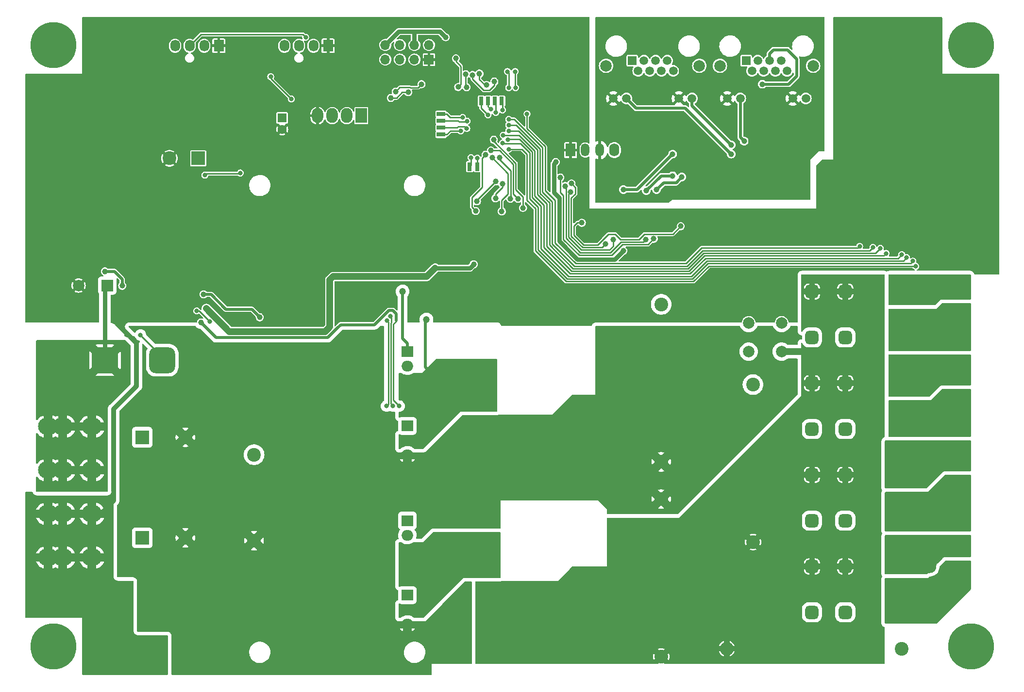
<source format=gbr>
G04 #@! TF.GenerationSoftware,KiCad,Pcbnew,7.99.0-unknown*
G04 #@! TF.CreationDate,2023-09-24T19:38:16+02:00*
G04 #@! TF.ProjectId,driver,64726976-6572-42e6-9b69-6361645f7063,rev?*
G04 #@! TF.SameCoordinates,Original*
G04 #@! TF.FileFunction,Copper,L2,Bot*
G04 #@! TF.FilePolarity,Positive*
%FSLAX46Y46*%
G04 Gerber Fmt 4.6, Leading zero omitted, Abs format (unit mm)*
G04 Created by KiCad (PCBNEW 7.99.0-unknown) date 2023-09-24 19:38:16*
%MOMM*%
%LPD*%
G01*
G04 APERTURE LIST*
G04 Aperture macros list*
%AMRoundRect*
0 Rectangle with rounded corners*
0 $1 Rounding radius*
0 $2 $3 $4 $5 $6 $7 $8 $9 X,Y pos of 4 corners*
0 Add a 4 corners polygon primitive as box body*
4,1,4,$2,$3,$4,$5,$6,$7,$8,$9,$2,$3,0*
0 Add four circle primitives for the rounded corners*
1,1,$1+$1,$2,$3*
1,1,$1+$1,$4,$5*
1,1,$1+$1,$6,$7*
1,1,$1+$1,$8,$9*
0 Add four rect primitives between the rounded corners*
20,1,$1+$1,$2,$3,$4,$5,0*
20,1,$1+$1,$4,$5,$6,$7,0*
20,1,$1+$1,$6,$7,$8,$9,0*
20,1,$1+$1,$8,$9,$2,$3,0*%
G04 Aperture macros list end*
G04 #@! TA.AperFunction,ComponentPad*
%ADD10O,3.500000X3.000000*%
G04 #@! TD*
G04 #@! TA.AperFunction,ComponentPad*
%ADD11R,1.730000X2.030000*%
G04 #@! TD*
G04 #@! TA.AperFunction,ComponentPad*
%ADD12O,1.730000X2.030000*%
G04 #@! TD*
G04 #@! TA.AperFunction,ComponentPad*
%ADD13R,2.000000X1.905000*%
G04 #@! TD*
G04 #@! TA.AperFunction,ComponentPad*
%ADD14O,2.000000X1.905000*%
G04 #@! TD*
G04 #@! TA.AperFunction,ComponentPad*
%ADD15R,1.500000X1.500000*%
G04 #@! TD*
G04 #@! TA.AperFunction,ComponentPad*
%ADD16C,1.500000*%
G04 #@! TD*
G04 #@! TA.AperFunction,ComponentPad*
%ADD17C,2.000000*%
G04 #@! TD*
G04 #@! TA.AperFunction,ComponentPad*
%ADD18R,2.000000X2.600000*%
G04 #@! TD*
G04 #@! TA.AperFunction,ComponentPad*
%ADD19O,2.000000X2.600000*%
G04 #@! TD*
G04 #@! TA.AperFunction,WasherPad*
%ADD20C,8.000000*%
G04 #@! TD*
G04 #@! TA.AperFunction,ComponentPad*
%ADD21R,2.000000X2.000000*%
G04 #@! TD*
G04 #@! TA.AperFunction,ComponentPad*
%ADD22R,2.400000X2.400000*%
G04 #@! TD*
G04 #@! TA.AperFunction,ComponentPad*
%ADD23C,2.400000*%
G04 #@! TD*
G04 #@! TA.AperFunction,ComponentPad*
%ADD24R,1.600000X1.600000*%
G04 #@! TD*
G04 #@! TA.AperFunction,ComponentPad*
%ADD25C,1.600000*%
G04 #@! TD*
G04 #@! TA.AperFunction,ComponentPad*
%ADD26C,2.300000*%
G04 #@! TD*
G04 #@! TA.AperFunction,ComponentPad*
%ADD27RoundRect,0.575000X-0.575000X-0.575000X0.575000X-0.575000X0.575000X0.575000X-0.575000X0.575000X0*%
G04 #@! TD*
G04 #@! TA.AperFunction,ComponentPad*
%ADD28O,4.500000X3.000000*%
G04 #@! TD*
G04 #@! TA.AperFunction,ComponentPad*
%ADD29O,2.400000X2.400000*%
G04 #@! TD*
G04 #@! TA.AperFunction,ComponentPad*
%ADD30RoundRect,1.125000X1.125000X1.125000X-1.125000X1.125000X-1.125000X-1.125000X1.125000X-1.125000X0*%
G04 #@! TD*
G04 #@! TA.AperFunction,ComponentPad*
%ADD31R,1.750000X2.250000*%
G04 #@! TD*
G04 #@! TA.AperFunction,ComponentPad*
%ADD32O,1.500000X2.250000*%
G04 #@! TD*
G04 #@! TA.AperFunction,ComponentPad*
%ADD33O,1.750000X2.250000*%
G04 #@! TD*
G04 #@! TA.AperFunction,ComponentPad*
%ADD34R,1.700000X1.700000*%
G04 #@! TD*
G04 #@! TA.AperFunction,ComponentPad*
%ADD35O,1.700000X1.700000*%
G04 #@! TD*
G04 #@! TA.AperFunction,SMDPad,CuDef*
%ADD36R,0.800000X1.500000*%
G04 #@! TD*
G04 #@! TA.AperFunction,SMDPad,CuDef*
%ADD37R,1.500000X0.800000*%
G04 #@! TD*
G04 #@! TA.AperFunction,ViaPad*
%ADD38C,0.800000*%
G04 #@! TD*
G04 #@! TA.AperFunction,ViaPad*
%ADD39C,1.600000*%
G04 #@! TD*
G04 #@! TA.AperFunction,ViaPad*
%ADD40C,1.000000*%
G04 #@! TD*
G04 #@! TA.AperFunction,ViaPad*
%ADD41C,1.200000*%
G04 #@! TD*
G04 #@! TA.AperFunction,Conductor*
%ADD42C,0.250000*%
G04 #@! TD*
G04 #@! TA.AperFunction,Conductor*
%ADD43C,0.500000*%
G04 #@! TD*
G04 #@! TA.AperFunction,Conductor*
%ADD44C,0.800000*%
G04 #@! TD*
G04 #@! TA.AperFunction,Conductor*
%ADD45C,1.200000*%
G04 #@! TD*
G04 APERTURE END LIST*
D10*
X66420000Y-108670000D03*
X61340000Y-108670000D03*
X58800000Y-108670000D03*
X66420000Y-116290000D03*
X61340000Y-116290000D03*
X58800000Y-116290000D03*
X66420865Y-123910000D03*
X61340865Y-123910000D03*
X58800865Y-123910000D03*
X66420865Y-131530000D03*
X61340865Y-131530000D03*
X58800865Y-131530000D03*
D11*
X107600000Y-42200000D03*
D12*
X105060000Y-42200000D03*
X102520000Y-42200000D03*
X99980000Y-42200000D03*
D11*
X88540000Y-42200000D03*
D12*
X86000000Y-42200000D03*
X83460000Y-42200000D03*
X80920000Y-42200000D03*
D13*
X121430000Y-108560000D03*
D14*
X121430000Y-111100000D03*
X121430000Y-113640000D03*
D13*
X121430000Y-95560000D03*
D14*
X121430000Y-98100000D03*
X121430000Y-100640000D03*
D13*
X121430000Y-138110000D03*
D14*
X121430000Y-140650000D03*
X121430000Y-143190000D03*
D13*
X121430000Y-125110000D03*
D14*
X121430000Y-127650000D03*
X121430000Y-130190000D03*
D15*
X180500000Y-44800000D03*
D16*
X181520000Y-46580000D03*
X182540000Y-44800000D03*
X183560000Y-46580000D03*
X184580000Y-44800000D03*
X185600000Y-46580000D03*
X186620000Y-44800000D03*
X187640000Y-46580000D03*
X177200000Y-51400000D03*
X179490000Y-51400000D03*
X188630000Y-51400000D03*
X190920000Y-51400000D03*
D17*
X175930000Y-45690000D03*
X192190000Y-45690000D03*
D18*
X113400000Y-54400000D03*
D19*
X110860000Y-54400000D03*
X108320000Y-54400000D03*
X105780000Y-54400000D03*
D20*
X59700000Y-42100000D03*
X219700000Y-42100000D03*
X59700000Y-147100000D03*
X219700000Y-147100000D03*
D15*
X160650000Y-44800000D03*
D16*
X161670000Y-46580000D03*
X162690000Y-44800000D03*
X163710000Y-46580000D03*
X164730000Y-44800000D03*
X165750000Y-46580000D03*
X166770000Y-44800000D03*
X167790000Y-46580000D03*
X157350000Y-51400000D03*
X159640000Y-51400000D03*
X168780000Y-51400000D03*
X171070000Y-51400000D03*
D17*
X156080000Y-45690000D03*
X172340000Y-45690000D03*
D21*
X69100000Y-84050000D03*
D17*
X64100000Y-84050000D03*
D22*
X84950000Y-61850000D03*
D23*
X79950000Y-61850000D03*
D24*
X99600000Y-54800000D03*
D25*
X99600000Y-56800000D03*
D26*
X212500000Y-109100000D03*
X206700000Y-109100000D03*
D27*
X197800000Y-109100000D03*
X192000000Y-109100000D03*
D23*
X94700000Y-113600000D03*
X94700000Y-128600000D03*
D28*
X217200000Y-119600000D03*
X217200000Y-114600000D03*
D27*
X192000000Y-133100000D03*
X197800000Y-133100000D03*
D26*
X206700000Y-133100000D03*
X212500000Y-133100000D03*
X212500000Y-125100000D03*
X206700000Y-125100000D03*
D27*
X197800000Y-125100000D03*
X192000000Y-125100000D03*
D26*
X212500000Y-101100000D03*
X206700000Y-101100000D03*
D27*
X197800000Y-101100000D03*
X192000000Y-101100000D03*
D23*
X207595000Y-147450000D03*
D29*
X177115000Y-147450000D03*
D30*
X78700000Y-142100000D03*
X68700000Y-142100000D03*
X78700000Y-97100000D03*
X68700000Y-97100000D03*
D28*
X217200000Y-89600000D03*
X217200000Y-84600000D03*
D23*
X165700000Y-87350000D03*
X165700000Y-114850000D03*
D26*
X212500000Y-93100000D03*
X206700000Y-93100000D03*
D27*
X197800000Y-93100000D03*
X192000000Y-93100000D03*
D28*
X217200000Y-104600000D03*
X217200000Y-99600000D03*
D27*
X192000000Y-85100000D03*
X197800000Y-85100000D03*
D26*
X206700000Y-85100000D03*
X212500000Y-85100000D03*
D23*
X181700000Y-101350000D03*
X181700000Y-128850000D03*
D17*
X180950000Y-95600000D03*
X180950000Y-90600000D03*
D31*
X149895000Y-60409491D03*
D32*
X152435000Y-60409491D03*
X154975000Y-60409491D03*
D33*
X157515000Y-60409491D03*
D22*
X75200000Y-110550000D03*
D23*
X82700000Y-110550000D03*
D27*
X192000000Y-141100000D03*
X197800000Y-141100000D03*
D26*
X206700000Y-141100000D03*
X212500000Y-141100000D03*
X212500000Y-117100000D03*
X206700000Y-117100000D03*
D27*
X197800000Y-117100000D03*
X192000000Y-117100000D03*
D28*
X217200000Y-134600000D03*
X217200000Y-129600000D03*
D22*
X75200000Y-128100000D03*
D23*
X82700000Y-128100000D03*
D34*
X125200000Y-44600000D03*
D35*
X125200000Y-42060000D03*
X122660000Y-44600000D03*
X122660000Y-42060000D03*
X120120000Y-44600000D03*
X120120000Y-42060000D03*
X117580000Y-44600000D03*
X117580000Y-42060000D03*
D17*
X186700000Y-95600000D03*
X186700000Y-90600000D03*
D23*
X165700000Y-148850000D03*
X165700000Y-121350000D03*
D36*
X136700000Y-51850000D03*
X137900000Y-51850000D03*
D37*
X127300000Y-56500000D03*
D36*
X132300000Y-63300000D03*
D37*
X127300000Y-54100000D03*
D36*
X134300000Y-51850000D03*
X133650000Y-63300000D03*
X135500000Y-51850000D03*
D37*
X127300000Y-55300000D03*
X127300000Y-57700000D03*
D38*
X210200000Y-77850000D03*
X123850000Y-50450000D03*
X90150000Y-70350000D03*
X89600000Y-63050000D03*
X207400000Y-73400000D03*
X199050000Y-76400000D03*
X189300000Y-76250000D03*
X176500000Y-82250000D03*
X172450000Y-84400000D03*
X155450000Y-84750000D03*
X141350000Y-63450000D03*
X133500000Y-66100000D03*
X140200000Y-46700000D03*
X103700000Y-40700000D03*
X140300000Y-49500000D03*
X139100000Y-49500000D03*
X138900000Y-46700000D03*
D39*
X81200000Y-51800000D03*
D38*
X101200000Y-51500000D03*
X97600000Y-47600000D03*
X92300000Y-64400000D03*
X86100000Y-64800000D03*
D40*
X220950000Y-53350000D03*
D39*
X159700000Y-74100000D03*
X102450000Y-88600000D03*
D40*
X213000000Y-75700000D03*
X110700000Y-47100000D03*
X103333364Y-52466636D03*
D38*
X75089340Y-88100000D03*
D39*
X117700000Y-60200000D03*
D40*
X106000000Y-51700000D03*
D39*
X114900000Y-57600000D03*
X221200000Y-48100000D03*
X94200000Y-81850000D03*
D40*
X152300000Y-69500000D03*
D38*
X72500000Y-145300000D03*
D39*
X147700000Y-50100000D03*
X145500000Y-81600000D03*
X134700000Y-43100000D03*
D40*
X221700000Y-68850000D03*
D39*
X79700000Y-69600000D03*
X80950000Y-80350000D03*
X73700000Y-85100000D03*
X85450000Y-83850000D03*
D40*
X107700000Y-50100000D03*
D39*
X145163935Y-86543129D03*
X131450000Y-58300000D03*
D40*
X150700000Y-39100000D03*
D39*
X113450000Y-78350000D03*
X126900000Y-66400000D03*
X90950000Y-56850000D03*
D40*
X126700000Y-75100000D03*
D39*
X91400000Y-65900000D03*
X167350000Y-73700000D03*
X99700000Y-45600000D03*
X150000000Y-55700000D03*
D40*
X113700000Y-44100000D03*
D39*
X212700000Y-42100000D03*
X72450000Y-73600000D03*
X91450000Y-54350000D03*
X102200000Y-46350000D03*
D40*
X220950000Y-58850000D03*
D39*
X90200000Y-50600000D03*
X77200000Y-85600000D03*
X137200000Y-55600000D03*
X121250000Y-79900000D03*
X94200000Y-77600000D03*
X87450000Y-83850000D03*
D40*
X220950000Y-63600000D03*
D39*
X142050000Y-74500000D03*
X134700000Y-78300000D03*
X113450000Y-75850000D03*
X196950000Y-59100000D03*
D40*
X149700000Y-63100000D03*
D39*
X70700000Y-90100000D03*
X132450000Y-74100000D03*
D41*
X153100000Y-73522054D03*
D40*
X201300000Y-75700000D03*
D39*
X79950000Y-82600000D03*
X104150000Y-81280000D03*
X91400000Y-67700000D03*
X72450000Y-75600000D03*
D40*
X114200000Y-50200000D03*
X152100000Y-63100000D03*
D39*
X124950000Y-54600000D03*
X60700000Y-76100000D03*
D40*
X116900000Y-54000000D03*
D38*
X132500000Y-61700000D03*
D40*
X85425250Y-90525250D03*
X147300000Y-62500000D03*
D38*
X120000000Y-105100000D03*
D40*
X128100000Y-40700000D03*
X159100000Y-78000000D03*
X68700000Y-81600000D03*
X71700000Y-84100000D03*
X85900000Y-85600000D03*
X95700000Y-89600000D03*
D39*
X140300000Y-142900000D03*
X138500000Y-137500000D03*
X140300000Y-139300000D03*
X134900000Y-144700000D03*
X136700000Y-139300000D03*
X138500000Y-141100000D03*
X134900000Y-146500000D03*
X134900000Y-137500000D03*
X138500000Y-142900000D03*
X138500000Y-146500000D03*
X136700000Y-137500000D03*
X136700000Y-144700000D03*
X134900000Y-141100000D03*
X134900000Y-139300000D03*
X136700000Y-146500000D03*
X138500000Y-144700000D03*
X138500000Y-139300000D03*
X136700000Y-141100000D03*
X140300000Y-144700000D03*
X140300000Y-137500000D03*
X140300000Y-141100000D03*
X136700000Y-142900000D03*
X140300000Y-146500000D03*
X134900000Y-142900000D03*
D38*
X74900000Y-92700000D03*
D40*
X121600000Y-119700000D03*
D41*
X120600000Y-85100000D03*
D40*
X135250000Y-49050000D03*
X134000000Y-47050000D03*
X132800959Y-47294534D03*
X136600000Y-48450000D03*
X183300000Y-48900000D03*
D41*
X158300000Y-65300000D03*
D40*
X185250000Y-58200000D03*
D41*
X163300000Y-63300000D03*
X161300000Y-54700000D03*
X164700000Y-61900000D03*
D40*
X163700000Y-41100000D03*
D41*
X166900000Y-68900000D03*
X177900000Y-53900000D03*
X160100000Y-68900000D03*
D40*
X193200000Y-51100000D03*
D39*
X165700000Y-48850000D03*
D40*
X183700000Y-41100000D03*
X193200000Y-59100000D03*
X190700000Y-67100000D03*
D41*
X163100000Y-56500000D03*
D40*
X168950000Y-59600000D03*
D38*
X118900000Y-105100000D03*
D40*
X118563500Y-51300000D03*
X121587000Y-50300000D03*
X136016990Y-60483010D03*
D38*
X118480949Y-89386672D03*
D40*
X140700000Y-68900000D03*
X139400000Y-68900000D03*
D38*
X117800000Y-105100000D03*
D40*
X119388000Y-50200000D03*
X137500000Y-61700000D03*
D38*
X117900000Y-90200000D03*
D40*
X123900000Y-48900000D03*
X180150701Y-58849500D03*
X151856429Y-73096260D03*
X169100000Y-73700000D03*
X133000000Y-80350000D03*
D41*
X86350000Y-88050000D03*
D40*
X126300000Y-81000000D03*
X177900000Y-61100000D03*
X177900000Y-59500000D03*
X169300000Y-65100000D03*
X164900000Y-67300000D03*
D38*
X84700000Y-88500000D03*
X86948481Y-90344831D03*
D40*
X148927962Y-66696538D03*
X163000000Y-76000000D03*
X148100000Y-65200000D03*
X164400000Y-75900000D03*
X163100000Y-67500000D03*
X167700000Y-64900000D03*
X156000000Y-76800000D03*
X150038603Y-66243457D03*
X157300000Y-76000000D03*
X149910136Y-67698046D03*
X159100000Y-67300000D03*
X167700000Y-61100000D03*
D38*
X138000000Y-53400000D03*
X136850000Y-53850000D03*
X136000000Y-53300000D03*
X135500000Y-54250000D03*
D40*
X138000000Y-66280036D03*
X136800000Y-68828076D03*
D38*
X131050000Y-54700000D03*
X131850000Y-55350000D03*
X133650000Y-61800000D03*
X130750000Y-57050000D03*
X131800000Y-56650000D03*
D40*
X131749131Y-49424889D03*
X131600000Y-47175500D03*
X130300000Y-49400000D03*
X129900000Y-44400000D03*
D39*
X134300000Y-98300000D03*
X136100000Y-100100000D03*
X134300000Y-100100000D03*
X136100000Y-103700000D03*
X134300000Y-101900000D03*
X134300000Y-103700000D03*
X136100000Y-98300000D03*
D41*
X124754956Y-90000000D03*
D39*
X136100000Y-101900000D03*
X134100000Y-133700000D03*
X135900000Y-131900000D03*
X134100000Y-128300000D03*
X135900000Y-128300000D03*
X134100000Y-130100000D03*
X135900000Y-133700000D03*
X135900000Y-130100000D03*
X134100000Y-131900000D03*
D40*
X136500000Y-58600000D03*
X141600000Y-70500000D03*
X136250000Y-61750000D03*
X137900000Y-71100000D03*
X133350000Y-71050000D03*
X135072049Y-61221855D03*
X136866253Y-65888341D03*
X133554498Y-69345502D03*
D38*
X139100000Y-56050000D03*
X203900000Y-77550000D03*
X204900000Y-78450000D03*
X139100000Y-57050000D03*
X142300000Y-54085500D03*
X200300000Y-77200000D03*
X202600000Y-77400000D03*
X139100000Y-55050497D03*
X209600000Y-79800000D03*
X138050000Y-59150000D03*
X139100000Y-60250000D03*
X210100000Y-80700000D03*
X138150000Y-57800000D03*
X207650000Y-78650000D03*
X139000000Y-58550000D03*
X208500000Y-79200000D03*
D42*
X140795584Y-57050000D02*
X139100000Y-57050000D01*
X150050000Y-81550000D02*
X145700000Y-77200000D01*
X145700000Y-69800000D02*
X144100000Y-68200000D01*
X144100000Y-60354416D02*
X140795584Y-57050000D01*
X145700000Y-77200000D02*
X145700000Y-69800000D01*
X204500000Y-78850000D02*
X173259188Y-78850000D01*
X144100000Y-68200000D02*
X144100000Y-60354416D01*
X170559188Y-81550000D02*
X150050000Y-81550000D01*
X173259188Y-78850000D02*
X170559188Y-81550000D01*
X204900000Y-78450000D02*
X204500000Y-78850000D01*
X146200000Y-77000000D02*
X146200000Y-69600000D01*
X203900000Y-77550000D02*
X203050000Y-78400000D01*
X144550000Y-60168020D02*
X140431980Y-56050000D01*
X140431980Y-56050000D02*
X139100000Y-56050000D01*
X203050000Y-78400000D02*
X173072792Y-78400000D01*
X173072792Y-78400000D02*
X170372792Y-81100000D01*
X150300000Y-81100000D02*
X146200000Y-77000000D01*
X170372792Y-81100000D02*
X150300000Y-81100000D01*
X146200000Y-69600000D02*
X144550000Y-67950000D01*
X144550000Y-67950000D02*
X144550000Y-60168020D01*
X117800000Y-105100000D02*
X118100000Y-104800000D01*
X118100000Y-104800000D02*
X118100000Y-90400000D01*
X118100000Y-90400000D02*
X117900000Y-90200000D01*
X118900000Y-105100000D02*
X118550000Y-104750000D01*
X118550000Y-104750000D02*
X118550000Y-90575305D01*
X118550000Y-90575305D02*
X118625000Y-90500305D01*
X118625000Y-90500305D02*
X118625000Y-89530723D01*
X118625000Y-89530723D02*
X118480949Y-89386672D01*
X119000000Y-90800000D02*
X119500000Y-90300000D01*
X119500000Y-90300000D02*
X119500000Y-90200000D01*
X119000000Y-104100000D02*
X119000000Y-90800000D01*
X120000000Y-105100000D02*
X119000000Y-104100000D01*
D43*
X121430000Y-95560000D02*
X121430000Y-94130000D01*
X121430000Y-94130000D02*
X120600000Y-93300000D01*
X120600000Y-93300000D02*
X120600000Y-85100000D01*
D42*
X83460000Y-42200000D02*
X85460000Y-40200000D01*
X85460000Y-40200000D02*
X103200000Y-40200000D01*
X103200000Y-40200000D02*
X103700000Y-40700000D01*
X140200000Y-46700000D02*
X140200000Y-49400000D01*
X140200000Y-49400000D02*
X140300000Y-49500000D01*
X139100000Y-46900000D02*
X138900000Y-46700000D01*
X139100000Y-49500000D02*
X139100000Y-46900000D01*
X97600000Y-47900000D02*
X97600000Y-47600000D01*
X101200000Y-51500000D02*
X97600000Y-47900000D01*
X86400000Y-64500000D02*
X86100000Y-64800000D01*
X92300000Y-64400000D02*
X92200000Y-64500000D01*
X92200000Y-64500000D02*
X86400000Y-64500000D01*
D44*
X122800000Y-39700000D02*
X122660000Y-39840000D01*
X122660000Y-39840000D02*
X122660000Y-42060000D01*
X122800000Y-39700000D02*
X119940000Y-39700000D01*
X127100000Y-39700000D02*
X122800000Y-39700000D01*
X70700000Y-90600000D02*
X70700000Y-90100000D01*
X70200000Y-105600000D02*
X74200000Y-101600000D01*
X67890000Y-123910000D02*
X70200000Y-121600000D01*
X74200000Y-94100000D02*
X70700000Y-90600000D01*
X132200000Y-84400000D02*
X133700000Y-85900000D01*
X70200000Y-121600000D02*
X70200000Y-105600000D01*
D45*
X149895000Y-60409491D02*
X149895000Y-60657213D01*
D44*
X66420865Y-123910000D02*
X67890000Y-123910000D01*
X134700000Y-80600000D02*
X132200000Y-83100000D01*
X74200000Y-101600000D02*
X74200000Y-94100000D01*
X132200000Y-83100000D02*
X132200000Y-84400000D01*
X133700000Y-85900000D02*
X136100000Y-85900000D01*
X134700000Y-78300000D02*
X134700000Y-80600000D01*
D42*
X132500000Y-63100000D02*
X132300000Y-63300000D01*
X132500000Y-61700000D02*
X132500000Y-63100000D01*
D43*
X107534924Y-93150000D02*
X109200000Y-91484924D01*
D44*
X147300000Y-62500000D02*
X147000489Y-62799511D01*
D43*
X118200000Y-88400000D02*
X118900000Y-88400000D01*
D44*
X151100304Y-79475000D02*
X157625000Y-79475000D01*
D43*
X119500000Y-89000000D02*
X119500000Y-90200000D01*
D44*
X157625000Y-79475000D02*
X159100000Y-78000000D01*
D43*
X118900000Y-88400000D02*
X119500000Y-89000000D01*
D44*
X147925000Y-76299696D02*
X151100304Y-79475000D01*
D43*
X115700000Y-90900000D02*
X118200000Y-88400000D01*
X109800000Y-90900000D02*
X115700000Y-90900000D01*
D44*
X119940000Y-39700000D02*
X117580000Y-42060000D01*
D43*
X85425250Y-90525250D02*
X88050000Y-93150000D01*
D44*
X128100000Y-40700000D02*
X127100000Y-39700000D01*
D43*
X109215076Y-91484924D02*
X109800000Y-90900000D01*
D44*
X147000489Y-62799511D02*
X147000489Y-67800489D01*
X147925000Y-68725000D02*
X147925000Y-76299696D01*
X147000489Y-67800489D02*
X147925000Y-68725000D01*
D43*
X88050000Y-93150000D02*
X107534924Y-93150000D01*
X109200000Y-91484924D02*
X109215076Y-91484924D01*
X87200000Y-85600000D02*
X89800000Y-88200000D01*
X94300000Y-88200000D02*
X95700000Y-89600000D01*
X71700000Y-82950978D02*
X71700000Y-84100000D01*
X89800000Y-88200000D02*
X94300000Y-88200000D01*
X68700000Y-81600000D02*
X70349022Y-81600000D01*
X85900000Y-85600000D02*
X87200000Y-85600000D01*
X70349022Y-81600000D02*
X71700000Y-82950978D01*
D45*
X192000000Y-97000000D02*
X192000000Y-101100000D01*
X190600000Y-95600000D02*
X192000000Y-97000000D01*
X186700000Y-95600000D02*
X190600000Y-95600000D01*
D42*
X78700000Y-96500000D02*
X78700000Y-97100000D01*
X74900000Y-92700000D02*
X78700000Y-96500000D01*
X134950000Y-49050000D02*
X135250000Y-49050000D01*
X134000000Y-48100000D02*
X134950000Y-49050000D01*
X134000000Y-47050000D02*
X134000000Y-48100000D01*
X134713493Y-49950000D02*
X132800959Y-48037466D01*
X132800959Y-48037466D02*
X132800959Y-47294534D01*
X136600000Y-48450000D02*
X136600000Y-49100000D01*
X136600000Y-49100000D02*
X135750000Y-49950000D01*
X135750000Y-49950000D02*
X134713493Y-49950000D01*
D43*
X184580000Y-43620000D02*
X185300000Y-42900000D01*
X189300000Y-44500000D02*
X189300000Y-47500000D01*
X184580000Y-44800000D02*
X184580000Y-43620000D01*
X187700000Y-42900000D02*
X189300000Y-44500000D01*
X187900000Y-48900000D02*
X183300000Y-48900000D01*
X185300000Y-42900000D02*
X187700000Y-42900000D01*
X189300000Y-47500000D02*
X187900000Y-48900000D01*
D42*
X139900000Y-62900000D02*
X137483010Y-60483010D01*
X119543500Y-51300000D02*
X118563500Y-51300000D01*
X140700000Y-68900000D02*
X139900000Y-68100000D01*
X121587000Y-50300000D02*
X120543500Y-50300000D01*
X137483010Y-60483010D02*
X136016990Y-60483010D01*
X120543500Y-50300000D02*
X119543500Y-51300000D01*
X139900000Y-68100000D02*
X139900000Y-62900000D01*
X139449520Y-68850480D02*
X139400000Y-68900000D01*
X119388000Y-50200000D02*
X120112511Y-49475489D01*
X120112511Y-49475489D02*
X121928525Y-49475489D01*
X137500000Y-61700000D02*
X137500000Y-62100000D01*
X121928525Y-49475489D02*
X121953036Y-49500000D01*
X123300000Y-49500000D02*
X123900000Y-48900000D01*
X139449520Y-64049520D02*
X139449520Y-68850480D01*
X121953036Y-49500000D02*
X123300000Y-49500000D01*
X137500000Y-62100000D02*
X139449520Y-64049520D01*
D43*
X179490000Y-51400000D02*
X179490000Y-58188799D01*
X179490000Y-58188799D02*
X180150701Y-58849500D01*
D42*
X161833273Y-76000000D02*
X158600000Y-76000000D01*
X158600000Y-76000000D02*
X157700000Y-75100000D01*
X150450000Y-73700000D02*
X151053740Y-73096260D01*
X167724511Y-75075489D02*
X162757784Y-75075489D01*
X156500000Y-75100000D02*
X154650000Y-76950000D01*
X162757784Y-75075489D02*
X161833273Y-76000000D01*
X152146192Y-76950000D02*
X150450000Y-75253808D01*
X150450000Y-75253808D02*
X150450000Y-73700000D01*
X157700000Y-75100000D02*
X156500000Y-75100000D01*
X169100000Y-73700000D02*
X167724511Y-75075489D01*
X154650000Y-76950000D02*
X152146192Y-76950000D01*
X151053740Y-73096260D02*
X151856429Y-73096260D01*
D45*
X90400000Y-92100000D02*
X107100000Y-92100000D01*
X86350000Y-88050000D02*
X90400000Y-92100000D01*
D44*
X133000000Y-80350000D02*
X132350000Y-81000000D01*
D45*
X108451670Y-82500480D02*
X124799520Y-82500480D01*
X124799520Y-82500480D02*
X126300000Y-81000000D01*
X107100000Y-92100000D02*
X107900000Y-91300000D01*
D44*
X132350000Y-81000000D02*
X126300000Y-81000000D01*
D45*
X107900000Y-83052150D02*
X108451670Y-82500480D01*
X107900000Y-91300000D02*
X107900000Y-83052150D01*
D43*
X169900000Y-53100000D02*
X161340000Y-53100000D01*
X177900000Y-61100000D02*
X169900000Y-53100000D01*
X161340000Y-53100000D02*
X159640000Y-51400000D01*
X171070000Y-52670000D02*
X177900000Y-59500000D01*
X171070000Y-51400000D02*
X171070000Y-52670000D01*
X164900000Y-67300000D02*
X166100000Y-66100000D01*
X168300000Y-66100000D02*
X169300000Y-65100000D01*
X166100000Y-66100000D02*
X168300000Y-66100000D01*
D42*
X84700000Y-88500000D02*
X85103650Y-88500000D01*
X85103650Y-88500000D02*
X86948481Y-90344831D01*
X149100000Y-75812996D02*
X151587004Y-78300000D01*
X149085625Y-68039571D02*
X149100000Y-68053946D01*
X158713604Y-76450000D02*
X162550000Y-76450000D01*
X151587004Y-78300000D02*
X156863604Y-78300000D01*
X149100000Y-68053946D02*
X149100000Y-75812996D01*
X162550000Y-76450000D02*
X163000000Y-76000000D01*
X148927962Y-66696538D02*
X149085625Y-66854201D01*
X149085625Y-66854201D02*
X149085625Y-68039571D01*
X156863604Y-78300000D02*
X158713604Y-76450000D01*
X151400608Y-78750000D02*
X148650000Y-75999392D01*
X157050000Y-78750000D02*
X151400608Y-78750000D01*
X164400000Y-75900000D02*
X163400000Y-76900000D01*
X163400000Y-76900000D02*
X158900000Y-76900000D01*
X148100000Y-67797120D02*
X148100000Y-65200000D01*
X148650000Y-68347120D02*
X148100000Y-67797120D01*
X148650000Y-75999392D02*
X148650000Y-68347120D01*
X158900000Y-76900000D02*
X157050000Y-78750000D01*
D43*
X163100000Y-67500000D02*
X165700000Y-64900000D01*
X165700000Y-64900000D02*
X167700000Y-64900000D01*
D42*
X150000000Y-68774909D02*
X150000000Y-75440204D01*
X155400000Y-77400000D02*
X156000000Y-76800000D01*
X150000000Y-75440204D02*
X151959796Y-77400000D01*
X150038603Y-66243457D02*
X150735136Y-66939990D01*
X150735136Y-66939990D02*
X150735136Y-68039773D01*
X151959796Y-77400000D02*
X155400000Y-77400000D01*
X150735136Y-68039773D02*
X150000000Y-68774909D01*
X151773400Y-77850000D02*
X149550000Y-75626600D01*
X157300000Y-77227208D02*
X156677208Y-77850000D01*
X157300000Y-76000000D02*
X157300000Y-77227208D01*
X156677208Y-77850000D02*
X151773400Y-77850000D01*
X149550000Y-68058182D02*
X149910136Y-67698046D01*
X149550000Y-75626600D02*
X149550000Y-68058182D01*
D43*
X167700000Y-61100000D02*
X161500000Y-67300000D01*
X161500000Y-67300000D02*
X159100000Y-67300000D01*
D42*
X138000000Y-53400000D02*
X138000000Y-51950000D01*
X138000000Y-51950000D02*
X137900000Y-51850000D01*
X136850000Y-53850000D02*
X136850000Y-52000000D01*
X136850000Y-52000000D02*
X136700000Y-51850000D01*
X135500000Y-52800000D02*
X135500000Y-51850000D01*
X136000000Y-53300000D02*
X135500000Y-52800000D01*
X134300000Y-53050000D02*
X135500000Y-54250000D01*
X134300000Y-51850000D02*
X134300000Y-53050000D01*
X138000000Y-66900000D02*
X138000000Y-66280036D01*
X136800000Y-68100000D02*
X138000000Y-66900000D01*
X136800000Y-68828076D02*
X136800000Y-68100000D01*
X131050000Y-54700000D02*
X128900000Y-54700000D01*
X128300000Y-54100000D02*
X127300000Y-54100000D01*
X128900000Y-54700000D02*
X128300000Y-54100000D01*
X127300000Y-55300000D02*
X130250000Y-55300000D01*
X130450000Y-55500000D02*
X131700000Y-55500000D01*
X130250000Y-55300000D02*
X130450000Y-55500000D01*
X131700000Y-55500000D02*
X131850000Y-55350000D01*
X133650000Y-63300000D02*
X133650000Y-61800000D01*
X130750000Y-57050000D02*
X128950000Y-57050000D01*
X128950000Y-57050000D02*
X128300000Y-57700000D01*
X128300000Y-57700000D02*
X127300000Y-57700000D01*
X130100000Y-56500000D02*
X130300000Y-56300000D01*
X127300000Y-56500000D02*
X130100000Y-56500000D01*
X131800000Y-56650000D02*
X131450000Y-56300000D01*
X131450000Y-56300000D02*
X130300000Y-56300000D01*
X131600000Y-49275758D02*
X131749131Y-49424889D01*
X131600000Y-47175500D02*
X131600000Y-49275758D01*
X129900000Y-44400000D02*
X129900000Y-44900000D01*
X130775489Y-45775489D02*
X130775489Y-48924511D01*
X130775489Y-48924511D02*
X130300000Y-49400000D01*
X129900000Y-44900000D02*
X130775489Y-45775489D01*
D44*
X68700000Y-84450000D02*
X69100000Y-84050000D01*
X68700000Y-97100000D02*
X68700000Y-84450000D01*
D43*
X124600000Y-90154956D02*
X124754956Y-90000000D01*
X125000000Y-98700000D02*
X124600000Y-98300000D01*
X124600000Y-98300000D02*
X124600000Y-90154956D01*
D42*
X140349520Y-62699520D02*
X136500000Y-58850000D01*
X136500000Y-58850000D02*
X136500000Y-58600000D01*
X141600000Y-68600000D02*
X140349520Y-67349520D01*
X140349520Y-67349520D02*
X140349520Y-62699520D01*
X141600000Y-70500000D02*
X141600000Y-68600000D01*
X137900000Y-69199325D02*
X139000000Y-68099325D01*
X139000000Y-64500000D02*
X136250000Y-61750000D01*
X137900000Y-71100000D02*
X137900000Y-69199325D01*
X139000000Y-68099325D02*
X139000000Y-64500000D01*
X133350000Y-71050000D02*
X132700000Y-70400000D01*
X134490654Y-66909346D02*
X134490654Y-61803250D01*
X132700000Y-70400000D02*
X132700000Y-68700000D01*
X134490654Y-61803250D02*
X135072049Y-61221855D01*
X132700000Y-68700000D02*
X134490654Y-66909346D01*
X133554498Y-69345502D02*
X133554498Y-69200096D01*
X133554498Y-69200096D02*
X136866253Y-65888341D01*
X200300000Y-77200000D02*
X200000000Y-77500000D01*
X170000000Y-80200000D02*
X150800000Y-80200000D01*
X147200000Y-69200000D02*
X145450000Y-67450000D01*
X145449999Y-59795227D02*
X142300000Y-56645228D01*
X172700000Y-77500000D02*
X170000000Y-80200000D01*
X145450000Y-67450000D02*
X145449999Y-59795227D01*
X142300000Y-56645228D02*
X142300000Y-54085500D01*
X150800000Y-80200000D02*
X147200000Y-76600000D01*
X200000000Y-77500000D02*
X172700000Y-77500000D01*
X147200000Y-76600000D02*
X147200000Y-69200000D01*
X146700000Y-76800000D02*
X146700000Y-69400000D01*
X202050000Y-77950000D02*
X172886396Y-77950000D01*
X145000000Y-67700000D02*
X144999999Y-59981623D01*
X146700000Y-69400000D02*
X145000000Y-67700000D01*
X150550000Y-80650000D02*
X146700000Y-76800000D01*
X170186396Y-80650000D02*
X150550000Y-80650000D01*
X172886396Y-77950000D02*
X170186396Y-80650000D01*
X140068873Y-55050497D02*
X139100000Y-55050497D01*
X202600000Y-77400000D02*
X202050000Y-77950000D01*
X144999999Y-59981623D02*
X140068873Y-55050497D01*
X138050000Y-59150000D02*
X138200000Y-59300000D01*
X171118376Y-82900000D02*
X173818376Y-80200000D01*
X144200000Y-70400000D02*
X144200000Y-77800000D01*
X209200000Y-80200000D02*
X209600000Y-79800000D01*
X142750000Y-60913604D02*
X142750000Y-68950000D01*
X141136396Y-59300000D02*
X142750000Y-60913604D01*
X144200000Y-77800000D02*
X149300000Y-82900000D01*
X138200000Y-59300000D02*
X141136396Y-59300000D01*
X142750000Y-68950000D02*
X144200000Y-70400000D01*
X173818376Y-80200000D02*
X209200000Y-80200000D01*
X149300000Y-82900000D02*
X171118376Y-82900000D01*
X141450000Y-60250000D02*
X139100000Y-60250000D01*
X171304772Y-83350000D02*
X149113604Y-83350000D01*
X174004772Y-80650000D02*
X171304772Y-83350000D01*
X142300000Y-69200000D02*
X142300000Y-61100000D01*
X210100000Y-80700000D02*
X210050000Y-80650000D01*
X143750000Y-70650000D02*
X142300000Y-69200000D01*
X142300000Y-61100000D02*
X141450000Y-60250000D01*
X149113604Y-83350000D02*
X143750000Y-77986396D01*
X143750000Y-77986396D02*
X143750000Y-70650000D01*
X210050000Y-80650000D02*
X174004772Y-80650000D01*
X143650000Y-60540812D02*
X143650000Y-68450000D01*
X149800000Y-82000000D02*
X170745584Y-82000000D01*
X140909188Y-57800000D02*
X143650000Y-60540812D01*
X145200000Y-70000000D02*
X145200000Y-77400000D01*
X145200000Y-77400000D02*
X149800000Y-82000000D01*
X170745584Y-82000000D02*
X173445584Y-79300000D01*
X173445584Y-79300000D02*
X207000000Y-79300000D01*
X143650000Y-68450000D02*
X145200000Y-70000000D01*
X138150000Y-57800000D02*
X140909188Y-57800000D01*
X207000000Y-79300000D02*
X207650000Y-78650000D01*
X207950000Y-79750000D02*
X208500000Y-79200000D01*
X144700000Y-77600000D02*
X149550000Y-82450000D01*
X173631980Y-79750000D02*
X207950000Y-79750000D01*
X140972792Y-58500000D02*
X143200000Y-60727208D01*
X149550000Y-82450000D02*
X170931980Y-82450000D01*
X170931980Y-82450000D02*
X173631980Y-79750000D01*
X143200000Y-68700000D02*
X144700000Y-70200000D01*
X139000000Y-58550000D02*
X139050000Y-58500000D01*
X143200000Y-60727208D02*
X143200000Y-68700000D01*
X139050000Y-58500000D02*
X140972792Y-58500000D01*
X144700000Y-70200000D02*
X144700000Y-77600000D01*
G04 #@! TA.AperFunction,Conductor*
G36*
X137643039Y-127119685D02*
G01*
X137688794Y-127172489D01*
X137700000Y-127224000D01*
X137700000Y-134976000D01*
X137680315Y-135043039D01*
X137627511Y-135088794D01*
X137576000Y-135100000D01*
X131200000Y-135100000D01*
X124336424Y-142063048D01*
X124275343Y-142096973D01*
X124248114Y-142100000D01*
X122636721Y-142100000D01*
X122569682Y-142080315D01*
X122547291Y-142061897D01*
X122510682Y-142023782D01*
X122310231Y-141873153D01*
X122310227Y-141873150D01*
X122310226Y-141873150D01*
X122267428Y-141850687D01*
X122088209Y-141756626D01*
X122088205Y-141756624D01*
X122088204Y-141756624D01*
X121850366Y-141677222D01*
X121850365Y-141677221D01*
X121850360Y-141677220D01*
X121602874Y-141637000D01*
X121602871Y-141637000D01*
X121319919Y-141637000D01*
X121319918Y-141637000D01*
X121132571Y-141652123D01*
X120889115Y-141712130D01*
X120658442Y-141810410D01*
X120446507Y-141944430D01*
X120356938Y-142023782D01*
X120306105Y-142068815D01*
X120242874Y-142098537D01*
X120223880Y-142100000D01*
X120024000Y-142100000D01*
X119956961Y-142080315D01*
X119911206Y-142027511D01*
X119900000Y-141976000D01*
X119900000Y-139664177D01*
X119919685Y-139597138D01*
X119972489Y-139551383D01*
X120041647Y-139541439D01*
X120099488Y-139565803D01*
X120127157Y-139587035D01*
X120127158Y-139587035D01*
X120127159Y-139587036D01*
X120273238Y-139647544D01*
X120390639Y-139663000D01*
X122469360Y-139662999D01*
X122469363Y-139662999D01*
X122586753Y-139647546D01*
X122586757Y-139647544D01*
X122586762Y-139647544D01*
X122732841Y-139587036D01*
X122858282Y-139490782D01*
X122954536Y-139365341D01*
X123015044Y-139219262D01*
X123030500Y-139101861D01*
X123030499Y-137118140D01*
X123030499Y-137118139D01*
X123030499Y-137118136D01*
X123015046Y-137000746D01*
X123015044Y-137000741D01*
X123015044Y-137000738D01*
X122954536Y-136854659D01*
X122858282Y-136729218D01*
X122732841Y-136632964D01*
X122586762Y-136572456D01*
X122586760Y-136572455D01*
X122469370Y-136557001D01*
X122469367Y-136557000D01*
X122469361Y-136557000D01*
X122469354Y-136557000D01*
X120390636Y-136557000D01*
X120273246Y-136572453D01*
X120273237Y-136572456D01*
X120127157Y-136632964D01*
X120099486Y-136654198D01*
X120034317Y-136679392D01*
X119965872Y-136665354D01*
X119915883Y-136616540D01*
X119900000Y-136555822D01*
X119900000Y-129024000D01*
X119919685Y-128956961D01*
X119972489Y-128911206D01*
X120024000Y-128900000D01*
X120419416Y-128900000D01*
X120486455Y-128919685D01*
X120493898Y-128924862D01*
X120549774Y-128966850D01*
X120771796Y-129083376D01*
X121009634Y-129162778D01*
X121009637Y-129162778D01*
X121009639Y-129162779D01*
X121257126Y-129203000D01*
X121257129Y-129203000D01*
X121540082Y-129203000D01*
X121633755Y-129195438D01*
X121727429Y-129187876D01*
X121970885Y-129127869D01*
X122201563Y-129029587D01*
X122376130Y-128919197D01*
X122442404Y-128900000D01*
X124100000Y-128900000D01*
X125863681Y-127136319D01*
X125925004Y-127102834D01*
X125951362Y-127100000D01*
X137576000Y-127100000D01*
X137643039Y-127119685D01*
G37*
G04 #@! TD.AperFunction*
G04 #@! TA.AperFunction,Conductor*
G36*
X137043039Y-96869685D02*
G01*
X137088794Y-96922489D01*
X137100000Y-96974000D01*
X137100000Y-105976000D01*
X137080315Y-106043039D01*
X137027511Y-106088794D01*
X136976000Y-106100000D01*
X130699999Y-106100000D01*
X124236319Y-112563681D01*
X124174996Y-112597166D01*
X124148638Y-112600000D01*
X122684747Y-112600000D01*
X122617708Y-112580315D01*
X122595318Y-112561898D01*
X122510682Y-112473782D01*
X122310231Y-112323153D01*
X122310227Y-112323150D01*
X122310226Y-112323150D01*
X122267428Y-112300687D01*
X122088209Y-112206626D01*
X122088205Y-112206624D01*
X122088204Y-112206624D01*
X121850366Y-112127222D01*
X121850365Y-112127221D01*
X121850360Y-112127220D01*
X121602874Y-112087000D01*
X121602871Y-112087000D01*
X121319919Y-112087000D01*
X121319918Y-112087000D01*
X121132571Y-112102123D01*
X120889115Y-112162130D01*
X120658442Y-112260410D01*
X120658437Y-112260412D01*
X120658437Y-112260413D01*
X120446512Y-112394427D01*
X120446511Y-112394428D01*
X120258821Y-112560705D01*
X120257680Y-112561894D01*
X120257114Y-112562217D01*
X120255088Y-112564013D01*
X120254714Y-112563591D01*
X120197045Y-112596610D01*
X120168248Y-112600000D01*
X120024000Y-112600000D01*
X119956961Y-112580315D01*
X119911206Y-112527511D01*
X119900000Y-112476000D01*
X119900000Y-110114177D01*
X119919685Y-110047138D01*
X119972489Y-110001383D01*
X120041647Y-109991439D01*
X120099488Y-110015803D01*
X120127157Y-110037035D01*
X120127158Y-110037035D01*
X120127159Y-110037036D01*
X120273238Y-110097544D01*
X120390639Y-110113000D01*
X122469360Y-110112999D01*
X122469363Y-110112999D01*
X122586753Y-110097546D01*
X122586757Y-110097544D01*
X122586762Y-110097544D01*
X122732841Y-110037036D01*
X122858282Y-109940782D01*
X122954536Y-109815341D01*
X123015044Y-109669262D01*
X123030500Y-109551861D01*
X123030499Y-107568140D01*
X123030499Y-107568139D01*
X123030499Y-107568136D01*
X123015046Y-107450746D01*
X123015044Y-107450741D01*
X123015044Y-107450738D01*
X122954536Y-107304659D01*
X122858282Y-107179218D01*
X122732841Y-107082964D01*
X122586762Y-107022456D01*
X122586760Y-107022455D01*
X122469370Y-107007001D01*
X122469367Y-107007000D01*
X122469361Y-107007000D01*
X122469354Y-107007000D01*
X120390636Y-107007000D01*
X120273246Y-107022453D01*
X120273237Y-107022456D01*
X120127157Y-107082964D01*
X120099486Y-107104198D01*
X120034317Y-107129392D01*
X119965872Y-107115354D01*
X119915883Y-107066540D01*
X119900000Y-107005822D01*
X119900000Y-106227577D01*
X119919685Y-106160538D01*
X119972489Y-106114783D01*
X120011844Y-106104174D01*
X120196132Y-106086024D01*
X120384727Y-106028814D01*
X120558538Y-105935910D01*
X120710883Y-105810883D01*
X120835910Y-105658538D01*
X120928814Y-105484727D01*
X120986024Y-105296132D01*
X121005341Y-105100000D01*
X120986024Y-104903868D01*
X120928814Y-104715273D01*
X120928811Y-104715269D01*
X120928811Y-104715266D01*
X120835913Y-104541467D01*
X120835909Y-104541460D01*
X120710883Y-104389116D01*
X120558539Y-104264090D01*
X120558532Y-104264086D01*
X120384733Y-104171188D01*
X120384727Y-104171186D01*
X120196132Y-104113976D01*
X120196129Y-104113975D01*
X120067080Y-104101265D01*
X120002293Y-104075104D01*
X119991554Y-104065543D01*
X119936319Y-104010308D01*
X119902834Y-103948985D01*
X119900000Y-103922627D01*
X119900000Y-99474000D01*
X119919685Y-99406961D01*
X119972489Y-99361206D01*
X120024000Y-99350000D01*
X120419416Y-99350000D01*
X120486455Y-99369685D01*
X120493898Y-99374862D01*
X120549774Y-99416850D01*
X120771796Y-99533376D01*
X121009634Y-99612778D01*
X121009637Y-99612778D01*
X121009639Y-99612779D01*
X121257126Y-99653000D01*
X121257129Y-99653000D01*
X121540082Y-99653000D01*
X121633755Y-99645438D01*
X121727429Y-99637876D01*
X121970885Y-99577869D01*
X122201563Y-99479587D01*
X122376130Y-99369197D01*
X122442404Y-99350000D01*
X123950000Y-99350000D01*
X126413681Y-96886319D01*
X126475004Y-96852834D01*
X126501362Y-96850000D01*
X136976000Y-96850000D01*
X137043039Y-96869685D01*
G37*
G04 #@! TD.AperFunction*
G04 #@! TA.AperFunction,Conductor*
G36*
X219643039Y-111119685D02*
G01*
X219688794Y-111172489D01*
X219700000Y-111224000D01*
X219700000Y-116370500D01*
X219680315Y-116437539D01*
X219627511Y-116483294D01*
X219576000Y-116494500D01*
X215235145Y-116494500D01*
X215202756Y-116496236D01*
X215202747Y-116496236D01*
X215202746Y-116496237D01*
X215192832Y-116497303D01*
X215160274Y-116500804D01*
X215160270Y-116500804D01*
X215160267Y-116500805D01*
X215160265Y-116500805D01*
X215082251Y-116514401D01*
X214934819Y-116571399D01*
X214934818Y-116571399D01*
X214873495Y-116604885D01*
X214860926Y-116611943D01*
X214735529Y-116708164D01*
X214735522Y-116708170D01*
X211985513Y-119458181D01*
X211924190Y-119491666D01*
X211897832Y-119494500D01*
X204824000Y-119494500D01*
X204756961Y-119474815D01*
X204711206Y-119422011D01*
X204700000Y-119370500D01*
X204700000Y-111224000D01*
X204719685Y-111156961D01*
X204772489Y-111111206D01*
X204824000Y-111100000D01*
X219576000Y-111100000D01*
X219643039Y-111119685D01*
G37*
G04 #@! TD.AperFunction*
G04 #@! TA.AperFunction,Conductor*
G36*
X161283815Y-53601770D02*
G01*
X161288238Y-53602245D01*
X161303917Y-53604500D01*
X161319732Y-53604500D01*
X161324228Y-53604661D01*
X161342928Y-53605997D01*
X161376360Y-53608389D01*
X161381003Y-53607378D01*
X161407784Y-53604500D01*
X169638839Y-53604500D01*
X169706960Y-53624502D01*
X169727934Y-53641405D01*
X177103821Y-61017292D01*
X177137847Y-61079604D01*
X177139291Y-61093040D01*
X177139934Y-61092968D01*
X177140726Y-61099998D01*
X177140726Y-61100000D01*
X177159763Y-61268954D01*
X177159764Y-61268956D01*
X177215918Y-61429437D01*
X177215919Y-61429439D01*
X177306375Y-61573399D01*
X177306377Y-61573402D01*
X177426597Y-61693622D01*
X177426600Y-61693624D01*
X177570563Y-61784082D01*
X177731046Y-61840237D01*
X177900000Y-61859274D01*
X178068954Y-61840237D01*
X178229437Y-61784082D01*
X178373400Y-61693624D01*
X178493624Y-61573400D01*
X178584082Y-61429437D01*
X178640237Y-61268954D01*
X178659274Y-61100000D01*
X178640237Y-60931046D01*
X178584082Y-60770563D01*
X178493624Y-60626600D01*
X178493622Y-60626597D01*
X178373402Y-60506377D01*
X178373399Y-60506375D01*
X178229441Y-60415920D01*
X178224467Y-60413525D01*
X178171768Y-60365951D01*
X178153156Y-60297437D01*
X178174539Y-60229737D01*
X178224467Y-60186475D01*
X178229428Y-60184084D01*
X178229437Y-60184082D01*
X178373400Y-60093624D01*
X178493624Y-59973400D01*
X178584082Y-59829437D01*
X178640237Y-59668954D01*
X178659274Y-59500000D01*
X178640237Y-59331046D01*
X178584082Y-59170563D01*
X178493624Y-59026600D01*
X178493622Y-59026597D01*
X178373402Y-58906377D01*
X178373399Y-58906375D01*
X178229439Y-58815919D01*
X178229437Y-58815918D01*
X178207766Y-58808335D01*
X178068954Y-58759763D01*
X177900000Y-58740726D01*
X177899998Y-58740726D01*
X177892968Y-58739934D01*
X177893311Y-58736886D01*
X177838266Y-58720724D01*
X177817292Y-58703821D01*
X172713471Y-53600000D01*
X178985500Y-53600000D01*
X178985500Y-58121014D01*
X178982621Y-58147793D01*
X178981611Y-58152434D01*
X178981611Y-58152439D01*
X178985339Y-58204570D01*
X178985500Y-58209066D01*
X178985500Y-58224879D01*
X178987749Y-58240531D01*
X178988229Y-58244999D01*
X178991960Y-58297143D01*
X178993621Y-58301597D01*
X179000281Y-58327689D01*
X179000958Y-58332395D01*
X179020916Y-58376097D01*
X179022671Y-58379940D01*
X179024391Y-58384095D01*
X179042657Y-58433067D01*
X179042658Y-58433068D01*
X179045504Y-58436870D01*
X179059243Y-58460023D01*
X179061220Y-58464352D01*
X179061222Y-58464355D01*
X179061223Y-58464357D01*
X179095457Y-58503865D01*
X179098262Y-58507346D01*
X179107750Y-58520020D01*
X179107753Y-58520023D01*
X179118927Y-58531197D01*
X179121992Y-58534489D01*
X179156223Y-58573993D01*
X179156225Y-58573995D01*
X179160228Y-58576567D01*
X179181197Y-58593467D01*
X179354522Y-58766792D01*
X179388548Y-58829104D01*
X179389992Y-58842540D01*
X179390635Y-58842468D01*
X179391427Y-58849498D01*
X179391427Y-58849500D01*
X179410464Y-59018454D01*
X179438998Y-59100000D01*
X179466619Y-59178937D01*
X179466620Y-59178939D01*
X179557076Y-59322899D01*
X179557078Y-59322902D01*
X179677298Y-59443122D01*
X179677301Y-59443124D01*
X179821264Y-59533582D01*
X179981747Y-59589737D01*
X180150701Y-59608774D01*
X180319655Y-59589737D01*
X180480138Y-59533582D01*
X180624101Y-59443124D01*
X180744325Y-59322900D01*
X180834783Y-59178937D01*
X180890938Y-59018454D01*
X180909975Y-58849500D01*
X180890938Y-58680546D01*
X180834783Y-58520063D01*
X180744325Y-58376100D01*
X180744323Y-58376097D01*
X180624103Y-58255877D01*
X180624100Y-58255875D01*
X180480140Y-58165419D01*
X180480138Y-58165418D01*
X180443046Y-58152439D01*
X180319655Y-58109263D01*
X180150701Y-58090226D01*
X180150699Y-58090226D01*
X180143669Y-58089434D01*
X180144012Y-58086386D01*
X180088967Y-58070224D01*
X180067993Y-58053321D01*
X180031405Y-58016733D01*
X179997379Y-57954421D01*
X179994500Y-57927638D01*
X179994500Y-53600000D01*
X194200000Y-53600000D01*
X194200000Y-60474000D01*
X194179998Y-60542121D01*
X194126342Y-60588614D01*
X194074000Y-60600000D01*
X193199998Y-60600000D01*
X191700000Y-62099998D01*
X191700000Y-68974000D01*
X191679998Y-69042121D01*
X191626342Y-69088614D01*
X191574000Y-69100000D01*
X167700000Y-69100000D01*
X166981743Y-69578838D01*
X166913968Y-69599982D01*
X166911851Y-69600000D01*
X154326000Y-69600000D01*
X154257879Y-69579998D01*
X154211386Y-69526342D01*
X154200000Y-69474000D01*
X154200000Y-67300000D01*
X158340726Y-67300000D01*
X158359763Y-67468954D01*
X158408697Y-67608799D01*
X158415918Y-67629437D01*
X158415919Y-67629439D01*
X158506375Y-67773399D01*
X158506377Y-67773402D01*
X158626597Y-67893622D01*
X158626600Y-67893624D01*
X158770563Y-67984082D01*
X158931046Y-68040237D01*
X159100000Y-68059274D01*
X159268954Y-68040237D01*
X159429437Y-67984082D01*
X159573400Y-67893624D01*
X159625620Y-67841403D01*
X159687930Y-67807380D01*
X159714714Y-67804500D01*
X161432216Y-67804500D01*
X161458996Y-67807378D01*
X161463640Y-67808389D01*
X161498103Y-67805924D01*
X161515772Y-67804661D01*
X161520268Y-67804500D01*
X161536082Y-67804500D01*
X161536083Y-67804500D01*
X161551741Y-67802248D01*
X161556204Y-67801769D01*
X161581361Y-67799969D01*
X161608342Y-67798040D01*
X161612786Y-67796382D01*
X161638898Y-67789717D01*
X161643596Y-67789042D01*
X161691149Y-67767324D01*
X161695284Y-67765612D01*
X161744267Y-67747343D01*
X161748062Y-67744502D01*
X161771236Y-67730750D01*
X161775558Y-67728777D01*
X161815069Y-67694538D01*
X161818543Y-67691739D01*
X161831221Y-67682250D01*
X161842409Y-67671060D01*
X161845686Y-67668009D01*
X161885196Y-67633775D01*
X161887764Y-67629778D01*
X161904665Y-67608804D01*
X162127663Y-67385806D01*
X162189973Y-67351782D01*
X162260788Y-67356847D01*
X162317624Y-67399394D01*
X162342435Y-67465914D01*
X162341964Y-67489007D01*
X162340726Y-67499997D01*
X162340726Y-67500000D01*
X162359763Y-67668954D01*
X162402694Y-67791645D01*
X162415918Y-67829437D01*
X162415919Y-67829439D01*
X162506375Y-67973399D01*
X162506377Y-67973402D01*
X162626597Y-68093622D01*
X162626600Y-68093624D01*
X162770563Y-68184082D01*
X162931046Y-68240237D01*
X163100000Y-68259274D01*
X163268954Y-68240237D01*
X163429437Y-68184082D01*
X163573400Y-68093624D01*
X163693624Y-67973400D01*
X163784082Y-67829437D01*
X163840237Y-67668954D01*
X163859274Y-67500000D01*
X163859274Y-67499997D01*
X163860066Y-67492968D01*
X163863113Y-67493311D01*
X163879276Y-67438265D01*
X163896178Y-67417292D01*
X163914076Y-67399394D01*
X163942833Y-67370636D01*
X164005142Y-67336612D01*
X164075958Y-67341676D01*
X164132794Y-67384222D01*
X164157133Y-67445621D01*
X164159763Y-67468954D01*
X164208697Y-67608799D01*
X164215918Y-67629437D01*
X164215919Y-67629439D01*
X164306375Y-67773399D01*
X164306377Y-67773402D01*
X164426597Y-67893622D01*
X164426600Y-67893624D01*
X164570563Y-67984082D01*
X164731046Y-68040237D01*
X164900000Y-68059274D01*
X165068954Y-68040237D01*
X165229437Y-67984082D01*
X165373400Y-67893624D01*
X165493624Y-67773400D01*
X165584082Y-67629437D01*
X165640237Y-67468954D01*
X165659274Y-67300000D01*
X165659273Y-67299998D01*
X165660066Y-67292968D01*
X165663113Y-67293311D01*
X165679276Y-67238266D01*
X165696179Y-67217291D01*
X166272067Y-66641404D01*
X166334379Y-66607379D01*
X166361162Y-66604500D01*
X168232216Y-66604500D01*
X168258996Y-66607378D01*
X168263640Y-66608389D01*
X168298103Y-66605924D01*
X168315772Y-66604661D01*
X168320268Y-66604500D01*
X168336082Y-66604500D01*
X168336083Y-66604500D01*
X168351741Y-66602248D01*
X168356204Y-66601769D01*
X168381361Y-66599969D01*
X168408342Y-66598040D01*
X168412786Y-66596382D01*
X168438898Y-66589717D01*
X168443596Y-66589042D01*
X168491149Y-66567324D01*
X168495284Y-66565612D01*
X168544267Y-66547343D01*
X168546834Y-66545421D01*
X168548062Y-66544502D01*
X168571236Y-66530750D01*
X168575558Y-66528777D01*
X168615069Y-66494538D01*
X168618543Y-66491739D01*
X168631221Y-66482250D01*
X168642409Y-66471060D01*
X168645686Y-66468009D01*
X168685196Y-66433775D01*
X168687764Y-66429778D01*
X168704661Y-66408808D01*
X169217293Y-65896176D01*
X169279603Y-65862153D01*
X169293040Y-65860708D01*
X169292968Y-65860066D01*
X169299998Y-65859273D01*
X169300000Y-65859274D01*
X169468954Y-65840237D01*
X169629437Y-65784082D01*
X169773400Y-65693624D01*
X169893624Y-65573400D01*
X169984082Y-65429437D01*
X170040237Y-65268954D01*
X170059274Y-65100000D01*
X170040237Y-64931046D01*
X169984082Y-64770563D01*
X169893624Y-64626600D01*
X169893622Y-64626597D01*
X169773402Y-64506377D01*
X169773399Y-64506375D01*
X169629439Y-64415919D01*
X169629437Y-64415918D01*
X169607820Y-64408354D01*
X169468954Y-64359763D01*
X169300000Y-64340726D01*
X169131046Y-64359763D01*
X169131043Y-64359763D01*
X169131043Y-64359764D01*
X168970562Y-64415918D01*
X168970560Y-64415919D01*
X168826600Y-64506375D01*
X168826597Y-64506377D01*
X168706378Y-64626596D01*
X168651159Y-64714476D01*
X168597980Y-64761513D01*
X168527812Y-64772333D01*
X168462934Y-64743499D01*
X168425544Y-64689056D01*
X168384082Y-64570563D01*
X168293624Y-64426600D01*
X168293622Y-64426597D01*
X168173402Y-64306377D01*
X168173399Y-64306375D01*
X168029439Y-64215919D01*
X168029437Y-64215918D01*
X167868954Y-64159763D01*
X167700000Y-64140726D01*
X167531046Y-64159763D01*
X167531043Y-64159763D01*
X167531043Y-64159764D01*
X167370562Y-64215918D01*
X167370560Y-64215919D01*
X167226601Y-64306374D01*
X167200491Y-64332484D01*
X167174379Y-64358596D01*
X167112070Y-64392620D01*
X167085286Y-64395500D01*
X165767784Y-64395500D01*
X165741003Y-64392621D01*
X165736360Y-64391611D01*
X165736357Y-64391611D01*
X165684228Y-64395339D01*
X165679732Y-64395500D01*
X165663917Y-64395500D01*
X165663911Y-64395500D01*
X165663908Y-64395501D01*
X165648250Y-64397750D01*
X165643789Y-64398230D01*
X165591657Y-64401960D01*
X165587198Y-64403623D01*
X165561110Y-64410281D01*
X165556408Y-64410957D01*
X165556403Y-64410958D01*
X165508845Y-64432677D01*
X165504699Y-64434394D01*
X165491107Y-64439463D01*
X165455733Y-64452657D01*
X165455727Y-64452661D01*
X165451920Y-64455511D01*
X165428776Y-64469243D01*
X165424440Y-64471223D01*
X165424439Y-64471224D01*
X165384945Y-64505446D01*
X165381447Y-64508265D01*
X165368776Y-64517752D01*
X165357593Y-64528935D01*
X165354302Y-64531998D01*
X165314805Y-64566223D01*
X165314803Y-64566225D01*
X165312231Y-64570228D01*
X165295333Y-64591194D01*
X163182707Y-66703821D01*
X163120395Y-66737846D01*
X163106955Y-66739291D01*
X163107028Y-66739934D01*
X163089007Y-66741964D01*
X163019076Y-66729713D01*
X162966869Y-66681599D01*
X162948962Y-66612898D01*
X162971041Y-66545421D01*
X162985803Y-66527666D01*
X167617291Y-61896179D01*
X167679603Y-61862153D01*
X167693040Y-61860708D01*
X167692968Y-61860066D01*
X167699998Y-61859273D01*
X167700000Y-61859274D01*
X167868954Y-61840237D01*
X168029437Y-61784082D01*
X168173400Y-61693624D01*
X168293624Y-61573400D01*
X168384082Y-61429437D01*
X168440237Y-61268954D01*
X168459274Y-61100000D01*
X168440237Y-60931046D01*
X168384082Y-60770563D01*
X168293624Y-60626600D01*
X168293622Y-60626597D01*
X168173402Y-60506377D01*
X168173399Y-60506375D01*
X168029439Y-60415919D01*
X168029437Y-60415918D01*
X167886638Y-60365951D01*
X167868954Y-60359763D01*
X167700000Y-60340726D01*
X167531046Y-60359763D01*
X167531043Y-60359763D01*
X167531043Y-60359764D01*
X167370562Y-60415918D01*
X167370560Y-60415919D01*
X167226600Y-60506375D01*
X167226597Y-60506377D01*
X167106377Y-60626597D01*
X167106375Y-60626600D01*
X167015919Y-60770560D01*
X167015918Y-60770562D01*
X166959764Y-60931043D01*
X166959763Y-60931046D01*
X166940726Y-61100000D01*
X166939934Y-61107032D01*
X166936886Y-61106688D01*
X166920724Y-61161733D01*
X166903821Y-61182707D01*
X161327934Y-66758595D01*
X161265622Y-66792621D01*
X161238839Y-66795500D01*
X159714714Y-66795500D01*
X159646593Y-66775498D01*
X159625623Y-66758599D01*
X159573400Y-66706376D01*
X159573399Y-66706375D01*
X159573398Y-66706374D01*
X159429439Y-66615919D01*
X159429437Y-66615918D01*
X159360068Y-66591645D01*
X159268954Y-66559763D01*
X159100000Y-66540726D01*
X158931046Y-66559763D01*
X158931043Y-66559763D01*
X158931043Y-66559764D01*
X158770562Y-66615918D01*
X158770560Y-66615919D01*
X158626600Y-66706375D01*
X158626597Y-66706377D01*
X158506377Y-66826597D01*
X158506375Y-66826600D01*
X158415919Y-66970560D01*
X158415918Y-66970562D01*
X158415918Y-66970563D01*
X158359763Y-67131046D01*
X158340726Y-67300000D01*
X154200000Y-67300000D01*
X154200000Y-62012214D01*
X154220002Y-61944093D01*
X154273658Y-61897600D01*
X154343932Y-61887496D01*
X154375522Y-61896354D01*
X154584686Y-61985756D01*
X154724999Y-62017781D01*
X154725000Y-62017781D01*
X154725000Y-60886544D01*
X154758846Y-60907127D01*
X154901122Y-60946991D01*
X155011764Y-60946991D01*
X155121379Y-60931925D01*
X155225000Y-60886916D01*
X155225000Y-62020115D01*
X155256061Y-62015908D01*
X155471423Y-61945932D01*
X155670826Y-61838631D01*
X155847872Y-61697440D01*
X155996858Y-61526913D01*
X156112993Y-61332535D01*
X156112998Y-61332525D01*
X156192568Y-61120513D01*
X156204763Y-61053313D01*
X156236606Y-60989858D01*
X156297701Y-60953692D01*
X156368650Y-60956298D01*
X156426927Y-60996848D01*
X156449633Y-61040310D01*
X156461171Y-61079604D01*
X156461639Y-61081196D01*
X156560480Y-61272920D01*
X156560482Y-61272923D01*
X156693824Y-61442481D01*
X156693826Y-61442483D01*
X156693829Y-61442486D01*
X156694673Y-61443217D01*
X156856845Y-61583740D01*
X156856846Y-61583740D01*
X156856846Y-61583741D01*
X156927766Y-61624686D01*
X157043654Y-61691594D01*
X157247499Y-61762145D01*
X157247502Y-61762145D01*
X157247504Y-61762146D01*
X157318131Y-61772300D01*
X157461012Y-61792844D01*
X157613115Y-61785598D01*
X157676465Y-61782581D01*
X157676468Y-61782580D01*
X157676476Y-61782580D01*
X157886104Y-61731725D01*
X158082319Y-61642116D01*
X158258030Y-61516993D01*
X158406886Y-61360878D01*
X158523506Y-61179412D01*
X158538819Y-61141164D01*
X158603676Y-60979158D01*
X158603676Y-60979157D01*
X158603675Y-60979157D01*
X158603677Y-60979155D01*
X158644500Y-60767345D01*
X158644500Y-60105682D01*
X158629134Y-59944759D01*
X158568362Y-59737789D01*
X158568361Y-59737788D01*
X158568361Y-59737786D01*
X158469519Y-59546061D01*
X158469518Y-59546059D01*
X158336176Y-59376501D01*
X158336172Y-59376497D01*
X158336170Y-59376495D01*
X158250185Y-59301989D01*
X158173155Y-59235242D01*
X158173153Y-59235240D01*
X157986349Y-59127390D01*
X157986351Y-59127390D01*
X157986346Y-59127388D01*
X157782501Y-59056837D01*
X157782499Y-59056836D01*
X157782495Y-59056835D01*
X157568989Y-59026137D01*
X157353534Y-59036400D01*
X157353518Y-59036403D01*
X157143901Y-59087255D01*
X157143888Y-59087259D01*
X156947685Y-59176864D01*
X156947681Y-59176866D01*
X156771968Y-59301990D01*
X156771967Y-59301991D01*
X156623113Y-59458104D01*
X156623112Y-59458105D01*
X156506494Y-59639569D01*
X156506491Y-59639574D01*
X156446888Y-59788455D01*
X156403001Y-59844262D01*
X156335909Y-59867482D01*
X156266914Y-59850744D01*
X156217920Y-59799361D01*
X156208455Y-59775145D01*
X156157545Y-59590678D01*
X156059296Y-59386660D01*
X156059291Y-59386652D01*
X155926192Y-59203457D01*
X155926191Y-59203456D01*
X155762522Y-59046972D01*
X155573539Y-58922225D01*
X155573536Y-58922224D01*
X155365309Y-58833224D01*
X155225000Y-58801199D01*
X155225000Y-59932437D01*
X155191154Y-59911855D01*
X155048878Y-59871991D01*
X154938236Y-59871991D01*
X154828621Y-59887057D01*
X154725000Y-59932065D01*
X154725000Y-58798866D01*
X154693933Y-58803074D01*
X154478577Y-58873049D01*
X154385706Y-58923024D01*
X154316241Y-58937689D01*
X154249874Y-58912471D01*
X154207677Y-58855376D01*
X154200000Y-58812068D01*
X154200000Y-53600000D01*
X161259063Y-53600000D01*
X161283815Y-53601770D01*
G37*
G04 #@! TD.AperFunction*
G04 #@! TA.AperFunction,Conductor*
G36*
X56079068Y-120120002D02*
G01*
X56125561Y-120173658D01*
X56130016Y-120184788D01*
X56139678Y-120212705D01*
X56166744Y-120290908D01*
X56166747Y-120290915D01*
X56253776Y-120422856D01*
X56253779Y-120422859D01*
X56300272Y-120476515D01*
X56319659Y-120497842D01*
X56442737Y-120597024D01*
X56587291Y-120660971D01*
X56655412Y-120680973D01*
X56669285Y-120684868D01*
X56826000Y-120705500D01*
X56826007Y-120705500D01*
X69073496Y-120705500D01*
X69073500Y-120705500D01*
X69202205Y-120691663D01*
X69254547Y-120680277D01*
X69390411Y-120633255D01*
X69522359Y-120546221D01*
X69576015Y-120499728D01*
X69597342Y-120480341D01*
X69696524Y-120357263D01*
X69760471Y-120212709D01*
X69766992Y-120190501D01*
X69805376Y-120130775D01*
X69869957Y-120101282D01*
X69887888Y-120100000D01*
X70074000Y-120100000D01*
X70142121Y-120120002D01*
X70188614Y-120173658D01*
X70200000Y-120226000D01*
X70200000Y-135600000D01*
X73574000Y-135600000D01*
X73642121Y-135620002D01*
X73688614Y-135673658D01*
X73700000Y-135726000D01*
X73700000Y-145100000D01*
X79574000Y-145100000D01*
X79642121Y-145120002D01*
X79688614Y-145173658D01*
X79700000Y-145226000D01*
X79700000Y-151898500D01*
X79679998Y-151966621D01*
X79626342Y-152013114D01*
X79574000Y-152024500D01*
X64826000Y-152024500D01*
X64757879Y-152004498D01*
X64711386Y-151950842D01*
X64700000Y-151898500D01*
X64700000Y-142100000D01*
X54901500Y-142100000D01*
X54833379Y-142079998D01*
X54786886Y-142026342D01*
X54775500Y-141974000D01*
X54775500Y-132280000D01*
X56683219Y-132280000D01*
X56684534Y-132284048D01*
X56807637Y-132536445D01*
X56807639Y-132536449D01*
X56964676Y-132769267D01*
X57152586Y-132977962D01*
X57367702Y-133158467D01*
X57367708Y-133158471D01*
X57605860Y-133307285D01*
X57605860Y-133307286D01*
X57862414Y-133421510D01*
X58050865Y-133475547D01*
X58050865Y-132280000D01*
X59550865Y-132280000D01*
X59550865Y-133476580D01*
X59605695Y-133464927D01*
X59869589Y-133368876D01*
X60007872Y-133295349D01*
X60077409Y-133281029D01*
X60133799Y-133299748D01*
X60145862Y-133307286D01*
X60402414Y-133421510D01*
X60590865Y-133475547D01*
X60590865Y-132280000D01*
X62090865Y-132280000D01*
X62090865Y-133476580D01*
X62145695Y-133464927D01*
X62409579Y-133368879D01*
X62409587Y-133368876D01*
X62657540Y-133237039D01*
X62884728Y-133071977D01*
X62884731Y-133071974D01*
X63086746Y-132876890D01*
X63259631Y-132655608D01*
X63259642Y-132655592D01*
X63400048Y-132412402D01*
X63400050Y-132412398D01*
X63453542Y-132280000D01*
X64303219Y-132280000D01*
X64304534Y-132284048D01*
X64427637Y-132536445D01*
X64427639Y-132536449D01*
X64584676Y-132769267D01*
X64772586Y-132977962D01*
X64987702Y-133158467D01*
X64987708Y-133158471D01*
X65225860Y-133307285D01*
X65225860Y-133307286D01*
X65482414Y-133421510D01*
X65670865Y-133475547D01*
X65670865Y-132280000D01*
X67170865Y-132280000D01*
X67170865Y-133476580D01*
X67225695Y-133464927D01*
X67489579Y-133368879D01*
X67489587Y-133368876D01*
X67737540Y-133237039D01*
X67964728Y-133071977D01*
X67964731Y-133071974D01*
X68166746Y-132876890D01*
X68339631Y-132655608D01*
X68339642Y-132655592D01*
X68480048Y-132412402D01*
X68480050Y-132412398D01*
X68533542Y-132280000D01*
X67170865Y-132280000D01*
X65670865Y-132280000D01*
X64303219Y-132280000D01*
X63453542Y-132280000D01*
X62090865Y-132280000D01*
X60590865Y-132280000D01*
X59550865Y-132280000D01*
X58050865Y-132280000D01*
X56683219Y-132280000D01*
X54775500Y-132280000D01*
X54775500Y-131614995D01*
X58100865Y-131614995D01*
X58141547Y-131780046D01*
X58220545Y-131930566D01*
X58333270Y-132057806D01*
X58473170Y-132154371D01*
X58632114Y-132214651D01*
X58758525Y-132230000D01*
X58843205Y-132230000D01*
X58969616Y-132214651D01*
X59128560Y-132154371D01*
X59268460Y-132057806D01*
X59381185Y-131930566D01*
X59460183Y-131780046D01*
X59500865Y-131614995D01*
X60640865Y-131614995D01*
X60681547Y-131780046D01*
X60760545Y-131930566D01*
X60873270Y-132057806D01*
X61013170Y-132154371D01*
X61172114Y-132214651D01*
X61298525Y-132230000D01*
X61383205Y-132230000D01*
X61509616Y-132214651D01*
X61668560Y-132154371D01*
X61808460Y-132057806D01*
X61921185Y-131930566D01*
X62000183Y-131780046D01*
X62040865Y-131614995D01*
X65720865Y-131614995D01*
X65761547Y-131780046D01*
X65840545Y-131930566D01*
X65953270Y-132057806D01*
X66093170Y-132154371D01*
X66252114Y-132214651D01*
X66378525Y-132230000D01*
X66463205Y-132230000D01*
X66589616Y-132214651D01*
X66748560Y-132154371D01*
X66888460Y-132057806D01*
X67001185Y-131930566D01*
X67080183Y-131780046D01*
X67120865Y-131614995D01*
X67120865Y-131445005D01*
X67080183Y-131279954D01*
X67001185Y-131129434D01*
X66888460Y-131002194D01*
X66748560Y-130905629D01*
X66589616Y-130845349D01*
X66463205Y-130830000D01*
X66378525Y-130830000D01*
X66252114Y-130845349D01*
X66093170Y-130905629D01*
X65953270Y-131002194D01*
X65840545Y-131129434D01*
X65761547Y-131279954D01*
X65720865Y-131445005D01*
X65720865Y-131614995D01*
X62040865Y-131614995D01*
X62040865Y-131445005D01*
X62000183Y-131279954D01*
X61921185Y-131129434D01*
X61808460Y-131002194D01*
X61668560Y-130905629D01*
X61509616Y-130845349D01*
X61383205Y-130830000D01*
X61298525Y-130830000D01*
X61172114Y-130845349D01*
X61013170Y-130905629D01*
X60873270Y-131002194D01*
X60760545Y-131129434D01*
X60681547Y-131279954D01*
X60640865Y-131445005D01*
X60640865Y-131614995D01*
X59500865Y-131614995D01*
X59500865Y-131445005D01*
X59460183Y-131279954D01*
X59381185Y-131129434D01*
X59268460Y-131002194D01*
X59128560Y-130905629D01*
X58969616Y-130845349D01*
X58843205Y-130830000D01*
X58758525Y-130830000D01*
X58632114Y-130845349D01*
X58473170Y-130905629D01*
X58333270Y-131002194D01*
X58220545Y-131129434D01*
X58141547Y-131279954D01*
X58100865Y-131445005D01*
X58100865Y-131614995D01*
X54775500Y-131614995D01*
X54775500Y-130780000D01*
X56688187Y-130780000D01*
X58050865Y-130780000D01*
X59550865Y-130780000D01*
X60590865Y-130780000D01*
X60590865Y-129584451D01*
X62090865Y-129584451D01*
X62090865Y-130780000D01*
X63458510Y-130780000D01*
X64308187Y-130780000D01*
X65670865Y-130780000D01*
X65670865Y-129584451D01*
X67170865Y-129584451D01*
X67170865Y-130780000D01*
X68538510Y-130780000D01*
X68537195Y-130775951D01*
X68414092Y-130523554D01*
X68414090Y-130523550D01*
X68257053Y-130290732D01*
X68069143Y-130082037D01*
X67854027Y-129901532D01*
X67854021Y-129901528D01*
X67615869Y-129752714D01*
X67615869Y-129752713D01*
X67359315Y-129638489D01*
X67359310Y-129638487D01*
X67170865Y-129584451D01*
X65670865Y-129584451D01*
X65670865Y-129583418D01*
X65670864Y-129583418D01*
X65616033Y-129595073D01*
X65352150Y-129691120D01*
X65352142Y-129691123D01*
X65104189Y-129822960D01*
X64877001Y-129988022D01*
X64876998Y-129988025D01*
X64674983Y-130183109D01*
X64502098Y-130404391D01*
X64502087Y-130404407D01*
X64361681Y-130647597D01*
X64361679Y-130647601D01*
X64308187Y-130779999D01*
X64308187Y-130780000D01*
X63458510Y-130780000D01*
X63457195Y-130775951D01*
X63334092Y-130523554D01*
X63334090Y-130523550D01*
X63177053Y-130290732D01*
X62989143Y-130082037D01*
X62774027Y-129901532D01*
X62774021Y-129901528D01*
X62535869Y-129752714D01*
X62535869Y-129752713D01*
X62279315Y-129638489D01*
X62279310Y-129638487D01*
X62090865Y-129584451D01*
X60590865Y-129584451D01*
X60590865Y-129583418D01*
X60590864Y-129583418D01*
X60536033Y-129595073D01*
X60272150Y-129691120D01*
X60272135Y-129691126D01*
X60133855Y-129764650D01*
X60064318Y-129778969D01*
X60007932Y-129760251D01*
X59995874Y-129752716D01*
X59739315Y-129638489D01*
X59739310Y-129638487D01*
X59550865Y-129584451D01*
X59550865Y-130780000D01*
X58050865Y-130780000D01*
X58050865Y-129583418D01*
X57996033Y-129595073D01*
X57732150Y-129691120D01*
X57732142Y-129691123D01*
X57484189Y-129822960D01*
X57257001Y-129988022D01*
X57256998Y-129988025D01*
X57054983Y-130183109D01*
X56882098Y-130404391D01*
X56882087Y-130404407D01*
X56741681Y-130647597D01*
X56741679Y-130647601D01*
X56688187Y-130779999D01*
X56688187Y-130780000D01*
X54775500Y-130780000D01*
X54775500Y-124660000D01*
X56683219Y-124660000D01*
X56684534Y-124664048D01*
X56807637Y-124916445D01*
X56807639Y-124916449D01*
X56964676Y-125149267D01*
X57152586Y-125357962D01*
X57367702Y-125538467D01*
X57367708Y-125538471D01*
X57605860Y-125687285D01*
X57605860Y-125687286D01*
X57862414Y-125801510D01*
X58050865Y-125855547D01*
X58050865Y-124660000D01*
X59550865Y-124660000D01*
X59550865Y-125856580D01*
X59605695Y-125844927D01*
X59869589Y-125748876D01*
X60007872Y-125675349D01*
X60077409Y-125661029D01*
X60133799Y-125679748D01*
X60145862Y-125687286D01*
X60402414Y-125801510D01*
X60590865Y-125855547D01*
X60590865Y-124660000D01*
X62090865Y-124660000D01*
X62090865Y-125856580D01*
X62145695Y-125844927D01*
X62409579Y-125748879D01*
X62409587Y-125748876D01*
X62657540Y-125617039D01*
X62884728Y-125451977D01*
X62884731Y-125451974D01*
X63086746Y-125256890D01*
X63259631Y-125035608D01*
X63259642Y-125035592D01*
X63400048Y-124792402D01*
X63400050Y-124792398D01*
X63453542Y-124660000D01*
X64303219Y-124660000D01*
X64304534Y-124664048D01*
X64427637Y-124916445D01*
X64427639Y-124916449D01*
X64584676Y-125149267D01*
X64772586Y-125357962D01*
X64987702Y-125538467D01*
X64987708Y-125538471D01*
X65225860Y-125687285D01*
X65225860Y-125687286D01*
X65482414Y-125801510D01*
X65670865Y-125855547D01*
X65670865Y-124660000D01*
X67170865Y-124660000D01*
X67170865Y-125856580D01*
X67225695Y-125844927D01*
X67489579Y-125748879D01*
X67489587Y-125748876D01*
X67737540Y-125617039D01*
X67964728Y-125451977D01*
X67964731Y-125451974D01*
X68166746Y-125256890D01*
X68339631Y-125035608D01*
X68339642Y-125035592D01*
X68480048Y-124792402D01*
X68480050Y-124792398D01*
X68533542Y-124660000D01*
X67170865Y-124660000D01*
X65670865Y-124660000D01*
X64303219Y-124660000D01*
X63453542Y-124660000D01*
X62090865Y-124660000D01*
X60590865Y-124660000D01*
X59550865Y-124660000D01*
X58050865Y-124660000D01*
X56683219Y-124660000D01*
X54775500Y-124660000D01*
X54775500Y-123994995D01*
X58100865Y-123994995D01*
X58141547Y-124160046D01*
X58220545Y-124310566D01*
X58333270Y-124437806D01*
X58473170Y-124534371D01*
X58632114Y-124594651D01*
X58758525Y-124610000D01*
X58843205Y-124610000D01*
X58969616Y-124594651D01*
X59128560Y-124534371D01*
X59268460Y-124437806D01*
X59381185Y-124310566D01*
X59460183Y-124160046D01*
X59500865Y-123994995D01*
X60640865Y-123994995D01*
X60681547Y-124160046D01*
X60760545Y-124310566D01*
X60873270Y-124437806D01*
X61013170Y-124534371D01*
X61172114Y-124594651D01*
X61298525Y-124610000D01*
X61383205Y-124610000D01*
X61509616Y-124594651D01*
X61668560Y-124534371D01*
X61808460Y-124437806D01*
X61921185Y-124310566D01*
X62000183Y-124160046D01*
X62040865Y-123994995D01*
X65720865Y-123994995D01*
X65761547Y-124160046D01*
X65840545Y-124310566D01*
X65953270Y-124437806D01*
X66093170Y-124534371D01*
X66252114Y-124594651D01*
X66378525Y-124610000D01*
X66463205Y-124610000D01*
X66589616Y-124594651D01*
X66748560Y-124534371D01*
X66888460Y-124437806D01*
X67001185Y-124310566D01*
X67080183Y-124160046D01*
X67120865Y-123994995D01*
X67120865Y-123825005D01*
X67080183Y-123659954D01*
X67001185Y-123509434D01*
X66888460Y-123382194D01*
X66748560Y-123285629D01*
X66589616Y-123225349D01*
X66463205Y-123210000D01*
X66378525Y-123210000D01*
X66252114Y-123225349D01*
X66093170Y-123285629D01*
X65953270Y-123382194D01*
X65840545Y-123509434D01*
X65761547Y-123659954D01*
X65720865Y-123825005D01*
X65720865Y-123994995D01*
X62040865Y-123994995D01*
X62040865Y-123825005D01*
X62000183Y-123659954D01*
X61921185Y-123509434D01*
X61808460Y-123382194D01*
X61668560Y-123285629D01*
X61509616Y-123225349D01*
X61383205Y-123210000D01*
X61298525Y-123210000D01*
X61172114Y-123225349D01*
X61013170Y-123285629D01*
X60873270Y-123382194D01*
X60760545Y-123509434D01*
X60681547Y-123659954D01*
X60640865Y-123825005D01*
X60640865Y-123994995D01*
X59500865Y-123994995D01*
X59500865Y-123825005D01*
X59460183Y-123659954D01*
X59381185Y-123509434D01*
X59268460Y-123382194D01*
X59128560Y-123285629D01*
X58969616Y-123225349D01*
X58843205Y-123210000D01*
X58758525Y-123210000D01*
X58632114Y-123225349D01*
X58473170Y-123285629D01*
X58333270Y-123382194D01*
X58220545Y-123509434D01*
X58141547Y-123659954D01*
X58100865Y-123825005D01*
X58100865Y-123994995D01*
X54775500Y-123994995D01*
X54775500Y-123160000D01*
X56688187Y-123160000D01*
X58050865Y-123160000D01*
X59550865Y-123160000D01*
X60590865Y-123160000D01*
X60590865Y-121964451D01*
X62090865Y-121964451D01*
X62090865Y-123160000D01*
X63458510Y-123160000D01*
X64308187Y-123160000D01*
X65670865Y-123160000D01*
X65670865Y-121964451D01*
X67170865Y-121964451D01*
X67170865Y-123160000D01*
X68538510Y-123160000D01*
X68537195Y-123155951D01*
X68414092Y-122903554D01*
X68414090Y-122903550D01*
X68257053Y-122670732D01*
X68069143Y-122462037D01*
X67854027Y-122281532D01*
X67854021Y-122281528D01*
X67615869Y-122132714D01*
X67615869Y-122132713D01*
X67359315Y-122018489D01*
X67359310Y-122018487D01*
X67170865Y-121964451D01*
X65670865Y-121964451D01*
X65670865Y-121963418D01*
X65670864Y-121963418D01*
X65616033Y-121975073D01*
X65352150Y-122071120D01*
X65352142Y-122071123D01*
X65104189Y-122202960D01*
X64877001Y-122368022D01*
X64876998Y-122368025D01*
X64674983Y-122563109D01*
X64502098Y-122784391D01*
X64502087Y-122784407D01*
X64361681Y-123027597D01*
X64361679Y-123027601D01*
X64308187Y-123159999D01*
X64308187Y-123160000D01*
X63458510Y-123160000D01*
X63457195Y-123155951D01*
X63334092Y-122903554D01*
X63334090Y-122903550D01*
X63177053Y-122670732D01*
X62989143Y-122462037D01*
X62774027Y-122281532D01*
X62774021Y-122281528D01*
X62535869Y-122132714D01*
X62535869Y-122132713D01*
X62279315Y-122018489D01*
X62279310Y-122018487D01*
X62090865Y-121964451D01*
X60590865Y-121964451D01*
X60590865Y-121963418D01*
X60590864Y-121963418D01*
X60536033Y-121975073D01*
X60272150Y-122071120D01*
X60272135Y-122071126D01*
X60133855Y-122144650D01*
X60064318Y-122158969D01*
X60007932Y-122140251D01*
X59995874Y-122132716D01*
X59739315Y-122018489D01*
X59739310Y-122018487D01*
X59550865Y-121964451D01*
X59550865Y-123160000D01*
X58050865Y-123160000D01*
X58050865Y-121963418D01*
X57996033Y-121975073D01*
X57732150Y-122071120D01*
X57732142Y-122071123D01*
X57484189Y-122202960D01*
X57257001Y-122368022D01*
X57256998Y-122368025D01*
X57054983Y-122563109D01*
X56882098Y-122784391D01*
X56882087Y-122784407D01*
X56741681Y-123027597D01*
X56741679Y-123027601D01*
X56688187Y-123159999D01*
X56688187Y-123160000D01*
X54775500Y-123160000D01*
X54775500Y-120226000D01*
X54795502Y-120157879D01*
X54849158Y-120111386D01*
X54901500Y-120100000D01*
X56010947Y-120100000D01*
X56079068Y-120120002D01*
G37*
G04 #@! TD.AperFunction*
G04 #@! TA.AperFunction,Conductor*
G36*
X219643039Y-82119685D02*
G01*
X219688794Y-82172489D01*
X219700000Y-82224000D01*
X219700000Y-86370500D01*
X219680315Y-86437539D01*
X219627511Y-86483294D01*
X219576000Y-86494500D01*
X214735145Y-86494500D01*
X214702756Y-86496236D01*
X214702747Y-86496236D01*
X214702746Y-86496237D01*
X214692832Y-86497303D01*
X214660274Y-86500804D01*
X214660270Y-86500804D01*
X214660267Y-86500805D01*
X214660265Y-86500805D01*
X214582251Y-86514401D01*
X214434819Y-86571399D01*
X214434818Y-86571399D01*
X214373495Y-86604885D01*
X214360926Y-86611943D01*
X214235529Y-86708164D01*
X214235522Y-86708170D01*
X213485513Y-87458181D01*
X213424190Y-87491666D01*
X213397832Y-87494500D01*
X205429500Y-87494500D01*
X205362461Y-87474815D01*
X205316706Y-87422011D01*
X205305500Y-87370500D01*
X205305500Y-82224000D01*
X205325185Y-82156961D01*
X205377989Y-82111206D01*
X205429500Y-82100000D01*
X219576000Y-82100000D01*
X219643039Y-82119685D01*
G37*
G04 #@! TD.AperFunction*
G04 #@! TA.AperFunction,Conductor*
G36*
X194142121Y-37195502D02*
G01*
X194188614Y-37249158D01*
X194200000Y-37301500D01*
X194200000Y-53600000D01*
X179994500Y-53600000D01*
X179994500Y-52344198D01*
X180014502Y-52276077D01*
X180046364Y-52243642D01*
X180045984Y-52243179D01*
X180050293Y-52239642D01*
X180050501Y-52239431D01*
X180050757Y-52239258D01*
X180050770Y-52239252D01*
X180203725Y-52113725D01*
X180329252Y-51960770D01*
X180422527Y-51786265D01*
X180479965Y-51596916D01*
X180483167Y-51564413D01*
X180499360Y-51400002D01*
X180499360Y-51400000D01*
X187367195Y-51400000D01*
X187386380Y-51619287D01*
X187443350Y-51831903D01*
X187443352Y-51831907D01*
X187536378Y-52031402D01*
X187581131Y-52095314D01*
X188190214Y-51486231D01*
X188191257Y-51500140D01*
X188240266Y-51625013D01*
X188323905Y-51729892D01*
X188434741Y-51805459D01*
X188544298Y-51839253D01*
X187934684Y-52448867D01*
X187934684Y-52448868D01*
X187998598Y-52493621D01*
X187998597Y-52493621D01*
X188198092Y-52586647D01*
X188198096Y-52586649D01*
X188410712Y-52643619D01*
X188630000Y-52662804D01*
X188849287Y-52643619D01*
X189061903Y-52586649D01*
X189061907Y-52586647D01*
X189261402Y-52493621D01*
X189261403Y-52493620D01*
X189325314Y-52448868D01*
X189325314Y-52448866D01*
X188713837Y-51837389D01*
X188762647Y-51830033D01*
X188883509Y-51771829D01*
X188981844Y-51680587D01*
X189048917Y-51564413D01*
X189067323Y-51483771D01*
X189678866Y-52095314D01*
X189678868Y-52095314D01*
X189723620Y-52031403D01*
X189723623Y-52031398D01*
X189801094Y-51865261D01*
X189848011Y-51811975D01*
X189916288Y-51792514D01*
X189984248Y-51813056D01*
X190026411Y-51859113D01*
X190080749Y-51960772D01*
X190135814Y-52027868D01*
X190206275Y-52113725D01*
X190359230Y-52239252D01*
X190533735Y-52332527D01*
X190723084Y-52389965D01*
X190723088Y-52389965D01*
X190723090Y-52389966D01*
X190919997Y-52409360D01*
X190920000Y-52409360D01*
X190920003Y-52409360D01*
X191116909Y-52389966D01*
X191116910Y-52389965D01*
X191116916Y-52389965D01*
X191306265Y-52332527D01*
X191480770Y-52239252D01*
X191633725Y-52113725D01*
X191759252Y-51960770D01*
X191852527Y-51786265D01*
X191909965Y-51596916D01*
X191913167Y-51564413D01*
X191929360Y-51400002D01*
X191929360Y-51399997D01*
X191909966Y-51203090D01*
X191909965Y-51203088D01*
X191909965Y-51203084D01*
X191852527Y-51013735D01*
X191759252Y-50839230D01*
X191633725Y-50686275D01*
X191480770Y-50560748D01*
X191306265Y-50467473D01*
X191116916Y-50410035D01*
X191116915Y-50410034D01*
X191116909Y-50410033D01*
X190920003Y-50390640D01*
X190919997Y-50390640D01*
X190723090Y-50410033D01*
X190533734Y-50467473D01*
X190359229Y-50560748D01*
X190206275Y-50686275D01*
X190080746Y-50839231D01*
X190026410Y-50940886D01*
X189976658Y-50991534D01*
X189907421Y-51007243D01*
X189840682Y-50983026D01*
X189801094Y-50934739D01*
X189723620Y-50768597D01*
X189678868Y-50704684D01*
X189678867Y-50704684D01*
X189069785Y-51313766D01*
X189068743Y-51299860D01*
X189019734Y-51174987D01*
X188936095Y-51070108D01*
X188825259Y-50994541D01*
X188715700Y-50960746D01*
X189325314Y-50351131D01*
X189325314Y-50351130D01*
X189261401Y-50306378D01*
X189261402Y-50306378D01*
X189061907Y-50213352D01*
X189061903Y-50213350D01*
X188849287Y-50156380D01*
X188630000Y-50137195D01*
X188410712Y-50156380D01*
X188198096Y-50213350D01*
X188198092Y-50213352D01*
X187998598Y-50306378D01*
X187934683Y-50351131D01*
X188546162Y-50962610D01*
X188497353Y-50969967D01*
X188376491Y-51028171D01*
X188278156Y-51119413D01*
X188211083Y-51235587D01*
X188192676Y-51316228D01*
X187581131Y-50704683D01*
X187536378Y-50768598D01*
X187443352Y-50968092D01*
X187443350Y-50968096D01*
X187386380Y-51180712D01*
X187367195Y-51400000D01*
X180499360Y-51400000D01*
X180499360Y-51399997D01*
X180479966Y-51203090D01*
X180479965Y-51203088D01*
X180479965Y-51203084D01*
X180422527Y-51013735D01*
X180329252Y-50839230D01*
X180203725Y-50686275D01*
X180050770Y-50560748D01*
X179876265Y-50467473D01*
X179686916Y-50410035D01*
X179686915Y-50410034D01*
X179686909Y-50410033D01*
X179490003Y-50390640D01*
X179489997Y-50390640D01*
X179293090Y-50410033D01*
X179103734Y-50467473D01*
X178929229Y-50560748D01*
X178776275Y-50686275D01*
X178650746Y-50839231D01*
X178596410Y-50940886D01*
X178546658Y-50991534D01*
X178477421Y-51007243D01*
X178410682Y-50983026D01*
X178371094Y-50934739D01*
X178293620Y-50768597D01*
X178248868Y-50704684D01*
X178248867Y-50704684D01*
X177639785Y-51313766D01*
X177638743Y-51299860D01*
X177589734Y-51174987D01*
X177506095Y-51070108D01*
X177395259Y-50994541D01*
X177285700Y-50960746D01*
X177895314Y-50351131D01*
X177895314Y-50351130D01*
X177831401Y-50306378D01*
X177831402Y-50306378D01*
X177631907Y-50213352D01*
X177631903Y-50213350D01*
X177419287Y-50156380D01*
X177200000Y-50137195D01*
X176980712Y-50156380D01*
X176768096Y-50213350D01*
X176768092Y-50213352D01*
X176568598Y-50306378D01*
X176504683Y-50351131D01*
X177116162Y-50962610D01*
X177067353Y-50969967D01*
X176946491Y-51028171D01*
X176848156Y-51119413D01*
X176781083Y-51235587D01*
X176762676Y-51316228D01*
X176151131Y-50704683D01*
X176106378Y-50768598D01*
X176013352Y-50968092D01*
X176013350Y-50968096D01*
X175956380Y-51180712D01*
X175937195Y-51400000D01*
X175956380Y-51619287D01*
X176013350Y-51831903D01*
X176013352Y-51831907D01*
X176106378Y-52031402D01*
X176151131Y-52095314D01*
X176760214Y-51486231D01*
X176761257Y-51500140D01*
X176810266Y-51625013D01*
X176893905Y-51729892D01*
X177004741Y-51805459D01*
X177114298Y-51839253D01*
X176504684Y-52448867D01*
X176504684Y-52448868D01*
X176568598Y-52493621D01*
X176568597Y-52493621D01*
X176768092Y-52586647D01*
X176768096Y-52586649D01*
X176980712Y-52643619D01*
X177200000Y-52662804D01*
X177419287Y-52643619D01*
X177631903Y-52586649D01*
X177631907Y-52586647D01*
X177831402Y-52493621D01*
X177831403Y-52493620D01*
X177895314Y-52448868D01*
X177895314Y-52448866D01*
X177283837Y-51837389D01*
X177332647Y-51830033D01*
X177453509Y-51771829D01*
X177551844Y-51680587D01*
X177618917Y-51564413D01*
X177637323Y-51483771D01*
X178248866Y-52095314D01*
X178248868Y-52095314D01*
X178293620Y-52031403D01*
X178293623Y-52031398D01*
X178371094Y-51865261D01*
X178418011Y-51811975D01*
X178486288Y-51792514D01*
X178554248Y-51813056D01*
X178596411Y-51859113D01*
X178650749Y-51960772D01*
X178705814Y-52027868D01*
X178776275Y-52113725D01*
X178929230Y-52239252D01*
X178929237Y-52239255D01*
X178929499Y-52239431D01*
X178929608Y-52239561D01*
X178934016Y-52243179D01*
X178933330Y-52244014D01*
X178975028Y-52293907D01*
X178985500Y-52344198D01*
X178985500Y-53600000D01*
X172713471Y-53600000D01*
X171611405Y-52497934D01*
X171577379Y-52435622D01*
X171574500Y-52408839D01*
X171574500Y-52344198D01*
X171594502Y-52276077D01*
X171626364Y-52243642D01*
X171625984Y-52243179D01*
X171630293Y-52239642D01*
X171630501Y-52239431D01*
X171630757Y-52239258D01*
X171630770Y-52239252D01*
X171783725Y-52113725D01*
X171909252Y-51960770D01*
X172002527Y-51786265D01*
X172059965Y-51596916D01*
X172063167Y-51564413D01*
X172079360Y-51400002D01*
X172079360Y-51399997D01*
X172059966Y-51203090D01*
X172059965Y-51203088D01*
X172059965Y-51203084D01*
X172002527Y-51013735D01*
X171909252Y-50839230D01*
X171783725Y-50686275D01*
X171630770Y-50560748D01*
X171456265Y-50467473D01*
X171266916Y-50410035D01*
X171266915Y-50410034D01*
X171266909Y-50410033D01*
X171070003Y-50390640D01*
X171069997Y-50390640D01*
X170873090Y-50410033D01*
X170683734Y-50467473D01*
X170509229Y-50560748D01*
X170356275Y-50686275D01*
X170230746Y-50839231D01*
X170176410Y-50940886D01*
X170126658Y-50991534D01*
X170057421Y-51007243D01*
X169990682Y-50983026D01*
X169951094Y-50934739D01*
X169873620Y-50768597D01*
X169828868Y-50704684D01*
X169828867Y-50704684D01*
X169219785Y-51313766D01*
X169218743Y-51299860D01*
X169169734Y-51174987D01*
X169086095Y-51070108D01*
X168975259Y-50994541D01*
X168865700Y-50960746D01*
X169475314Y-50351131D01*
X169475314Y-50351130D01*
X169411401Y-50306378D01*
X169411402Y-50306378D01*
X169211907Y-50213352D01*
X169211903Y-50213350D01*
X168999287Y-50156380D01*
X168780000Y-50137195D01*
X168560712Y-50156380D01*
X168348096Y-50213350D01*
X168348092Y-50213352D01*
X168148598Y-50306378D01*
X168084683Y-50351131D01*
X168696162Y-50962610D01*
X168647353Y-50969967D01*
X168526491Y-51028171D01*
X168428156Y-51119413D01*
X168361083Y-51235587D01*
X168342676Y-51316228D01*
X167731131Y-50704683D01*
X167686378Y-50768598D01*
X167593352Y-50968092D01*
X167593350Y-50968096D01*
X167536380Y-51180712D01*
X167517195Y-51400000D01*
X167536380Y-51619287D01*
X167593350Y-51831903D01*
X167593352Y-51831907D01*
X167686378Y-52031402D01*
X167731131Y-52095314D01*
X168340214Y-51486231D01*
X168341257Y-51500140D01*
X168390266Y-51625013D01*
X168473905Y-51729892D01*
X168584741Y-51805459D01*
X168694298Y-51839253D01*
X168084684Y-52448867D01*
X168085529Y-52458519D01*
X168071540Y-52528123D01*
X168022140Y-52579116D01*
X167960008Y-52595500D01*
X161601161Y-52595500D01*
X161533040Y-52575498D01*
X161512066Y-52558595D01*
X160664384Y-51710913D01*
X160630358Y-51648601D01*
X160629955Y-51603134D01*
X160629358Y-51603076D01*
X160629905Y-51597516D01*
X160629903Y-51597223D01*
X160629961Y-51596929D01*
X160629965Y-51596916D01*
X160649360Y-51400000D01*
X160639497Y-51299860D01*
X160629966Y-51203090D01*
X160629965Y-51203088D01*
X160629965Y-51203084D01*
X160572527Y-51013735D01*
X160479252Y-50839230D01*
X160353725Y-50686275D01*
X160200770Y-50560748D01*
X160026265Y-50467473D01*
X159836916Y-50410035D01*
X159836915Y-50410034D01*
X159836909Y-50410033D01*
X159640003Y-50390640D01*
X159639997Y-50390640D01*
X159443090Y-50410033D01*
X159253734Y-50467473D01*
X159079229Y-50560748D01*
X158926275Y-50686275D01*
X158800746Y-50839231D01*
X158746410Y-50940886D01*
X158696658Y-50991534D01*
X158627421Y-51007243D01*
X158560682Y-50983026D01*
X158521094Y-50934739D01*
X158443620Y-50768597D01*
X158398868Y-50704684D01*
X158398867Y-50704684D01*
X157789785Y-51313766D01*
X157788743Y-51299860D01*
X157739734Y-51174987D01*
X157656095Y-51070108D01*
X157545259Y-50994541D01*
X157435700Y-50960746D01*
X158045314Y-50351131D01*
X158045314Y-50351130D01*
X157981401Y-50306378D01*
X157981402Y-50306378D01*
X157781907Y-50213352D01*
X157781903Y-50213350D01*
X157569287Y-50156380D01*
X157350000Y-50137195D01*
X157130712Y-50156380D01*
X156918096Y-50213350D01*
X156918092Y-50213352D01*
X156718598Y-50306378D01*
X156654683Y-50351131D01*
X157266162Y-50962610D01*
X157217353Y-50969967D01*
X157096491Y-51028171D01*
X156998156Y-51119413D01*
X156931083Y-51235587D01*
X156912676Y-51316228D01*
X156301131Y-50704683D01*
X156256378Y-50768598D01*
X156163352Y-50968092D01*
X156163350Y-50968096D01*
X156106380Y-51180712D01*
X156087195Y-51400000D01*
X156106380Y-51619287D01*
X156163350Y-51831903D01*
X156163352Y-51831907D01*
X156256378Y-52031402D01*
X156301131Y-52095314D01*
X156910214Y-51486231D01*
X156911257Y-51500140D01*
X156960266Y-51625013D01*
X157043905Y-51729892D01*
X157154741Y-51805459D01*
X157264298Y-51839253D01*
X156654684Y-52448867D01*
X156654684Y-52448868D01*
X156718598Y-52493621D01*
X156718597Y-52493621D01*
X156918092Y-52586647D01*
X156918096Y-52586649D01*
X157130712Y-52643619D01*
X157350000Y-52662804D01*
X157569287Y-52643619D01*
X157781903Y-52586649D01*
X157781907Y-52586647D01*
X157981402Y-52493621D01*
X157981403Y-52493620D01*
X158045314Y-52448868D01*
X158045314Y-52448866D01*
X157433837Y-51837389D01*
X157482647Y-51830033D01*
X157603509Y-51771829D01*
X157701844Y-51680587D01*
X157768917Y-51564413D01*
X157787323Y-51483771D01*
X158398866Y-52095314D01*
X158398868Y-52095314D01*
X158443620Y-52031403D01*
X158443623Y-52031398D01*
X158521094Y-51865261D01*
X158568011Y-51811975D01*
X158636288Y-51792514D01*
X158704248Y-51813056D01*
X158746411Y-51859113D01*
X158800749Y-51960772D01*
X158855814Y-52027868D01*
X158926275Y-52113725D01*
X159079230Y-52239252D01*
X159253735Y-52332527D01*
X159443084Y-52389965D01*
X159443088Y-52389965D01*
X159443090Y-52389966D01*
X159639997Y-52409360D01*
X159640000Y-52409360D01*
X159640002Y-52409360D01*
X159683759Y-52405050D01*
X159836916Y-52389965D01*
X159836929Y-52389961D01*
X159837223Y-52389903D01*
X159837390Y-52389917D01*
X159843076Y-52389358D01*
X159843182Y-52390435D01*
X159907937Y-52396223D01*
X159950913Y-52424384D01*
X160935332Y-53408803D01*
X160952232Y-53429773D01*
X160954804Y-53433775D01*
X160954809Y-53433779D01*
X160994302Y-53468000D01*
X160997582Y-53471053D01*
X161008779Y-53482250D01*
X161021450Y-53491735D01*
X161024926Y-53494536D01*
X161064442Y-53528777D01*
X161068761Y-53530749D01*
X161091925Y-53544492D01*
X161095733Y-53547343D01*
X161120896Y-53556728D01*
X161144703Y-53565608D01*
X161148860Y-53567330D01*
X161190597Y-53586390D01*
X161196404Y-53589042D01*
X161201101Y-53589717D01*
X161227209Y-53596380D01*
X161231658Y-53598040D01*
X161259063Y-53600000D01*
X154200000Y-53600000D01*
X154200000Y-45690000D01*
X154820708Y-45690000D01*
X154839839Y-45908673D01*
X154896652Y-46120700D01*
X154896654Y-46120706D01*
X154948824Y-46232585D01*
X154989421Y-46319646D01*
X155115326Y-46499457D01*
X155270543Y-46654674D01*
X155450354Y-46780579D01*
X155649297Y-46873347D01*
X155861326Y-46930161D01*
X156080000Y-46949292D01*
X156298674Y-46930161D01*
X156510703Y-46873347D01*
X156709646Y-46780579D01*
X156889457Y-46654674D01*
X157044674Y-46499457D01*
X157170579Y-46319646D01*
X157263347Y-46120703D01*
X157320161Y-45908674D01*
X157339292Y-45690000D01*
X157329237Y-45575063D01*
X159645500Y-45575063D01*
X159645501Y-45575073D01*
X159660265Y-45649300D01*
X159716516Y-45733484D01*
X159800697Y-45789733D01*
X159800699Y-45789734D01*
X159874933Y-45804500D01*
X160740568Y-45804499D01*
X160808689Y-45824501D01*
X160855182Y-45878157D01*
X160865286Y-45948431D01*
X160837969Y-46010431D01*
X160830747Y-46019230D01*
X160737473Y-46193734D01*
X160680033Y-46383090D01*
X160660640Y-46579997D01*
X160660640Y-46580002D01*
X160680033Y-46776909D01*
X160680034Y-46776915D01*
X160680035Y-46776916D01*
X160737473Y-46966265D01*
X160830748Y-47140770D01*
X160956275Y-47293725D01*
X161109230Y-47419252D01*
X161283735Y-47512527D01*
X161473084Y-47569965D01*
X161473088Y-47569965D01*
X161473090Y-47569966D01*
X161669997Y-47589360D01*
X161670000Y-47589360D01*
X161670003Y-47589360D01*
X161866909Y-47569966D01*
X161866910Y-47569965D01*
X161866916Y-47569965D01*
X162056265Y-47512527D01*
X162230770Y-47419252D01*
X162383725Y-47293725D01*
X162509252Y-47140770D01*
X162578878Y-47010508D01*
X162628630Y-46959861D01*
X162697867Y-46944151D01*
X162764606Y-46968367D01*
X162801121Y-47010508D01*
X162870748Y-47140770D01*
X162996275Y-47293725D01*
X163149230Y-47419252D01*
X163323735Y-47512527D01*
X163513084Y-47569965D01*
X163513088Y-47569965D01*
X163513090Y-47569966D01*
X163709997Y-47589360D01*
X163710000Y-47589360D01*
X163710003Y-47589360D01*
X163906909Y-47569966D01*
X163906910Y-47569965D01*
X163906916Y-47569965D01*
X164096265Y-47512527D01*
X164270770Y-47419252D01*
X164423725Y-47293725D01*
X164549252Y-47140770D01*
X164618878Y-47010508D01*
X164668630Y-46959861D01*
X164737867Y-46944151D01*
X164804606Y-46968367D01*
X164841121Y-47010508D01*
X164910748Y-47140770D01*
X165036275Y-47293725D01*
X165189230Y-47419252D01*
X165363735Y-47512527D01*
X165553084Y-47569965D01*
X165553088Y-47569965D01*
X165553090Y-47569966D01*
X165749997Y-47589360D01*
X165750000Y-47589360D01*
X165750003Y-47589360D01*
X165946909Y-47569966D01*
X165946910Y-47569965D01*
X165946916Y-47569965D01*
X166136265Y-47512527D01*
X166310770Y-47419252D01*
X166463725Y-47293725D01*
X166589252Y-47140770D01*
X166658878Y-47010508D01*
X166708630Y-46959861D01*
X166777867Y-46944151D01*
X166844606Y-46968367D01*
X166881121Y-47010508D01*
X166950748Y-47140770D01*
X167076275Y-47293725D01*
X167229230Y-47419252D01*
X167403735Y-47512527D01*
X167593084Y-47569965D01*
X167593088Y-47569965D01*
X167593090Y-47569966D01*
X167789997Y-47589360D01*
X167790000Y-47589360D01*
X167790003Y-47589360D01*
X167986909Y-47569966D01*
X167986910Y-47569965D01*
X167986916Y-47569965D01*
X168176265Y-47512527D01*
X168350770Y-47419252D01*
X168503725Y-47293725D01*
X168629252Y-47140770D01*
X168722527Y-46966265D01*
X168779965Y-46776916D01*
X168792006Y-46654671D01*
X168799360Y-46580002D01*
X168799360Y-46579997D01*
X168779966Y-46383090D01*
X168779965Y-46383088D01*
X168779965Y-46383084D01*
X168722527Y-46193735D01*
X168629252Y-46019230D01*
X168503725Y-45866275D01*
X168350770Y-45740748D01*
X168255827Y-45690000D01*
X171080708Y-45690000D01*
X171099839Y-45908673D01*
X171156652Y-46120700D01*
X171156654Y-46120706D01*
X171208824Y-46232585D01*
X171249421Y-46319646D01*
X171375326Y-46499457D01*
X171530543Y-46654674D01*
X171710354Y-46780579D01*
X171909297Y-46873347D01*
X172121326Y-46930161D01*
X172340000Y-46949292D01*
X172558674Y-46930161D01*
X172770703Y-46873347D01*
X172969646Y-46780579D01*
X173149457Y-46654674D01*
X173304674Y-46499457D01*
X173430579Y-46319646D01*
X173523347Y-46120703D01*
X173580161Y-45908674D01*
X173599292Y-45690000D01*
X174670708Y-45690000D01*
X174689839Y-45908673D01*
X174746652Y-46120700D01*
X174746654Y-46120706D01*
X174798824Y-46232585D01*
X174839421Y-46319646D01*
X174965326Y-46499457D01*
X175120543Y-46654674D01*
X175300354Y-46780579D01*
X175499297Y-46873347D01*
X175711326Y-46930161D01*
X175930000Y-46949292D01*
X176148674Y-46930161D01*
X176360703Y-46873347D01*
X176559646Y-46780579D01*
X176739457Y-46654674D01*
X176894674Y-46499457D01*
X177020579Y-46319646D01*
X177113347Y-46120703D01*
X177170161Y-45908674D01*
X177189292Y-45690000D01*
X177179237Y-45575063D01*
X179495500Y-45575063D01*
X179495501Y-45575073D01*
X179510265Y-45649300D01*
X179566516Y-45733484D01*
X179650697Y-45789733D01*
X179650699Y-45789734D01*
X179724933Y-45804500D01*
X180590568Y-45804499D01*
X180658689Y-45824501D01*
X180705182Y-45878157D01*
X180715286Y-45948431D01*
X180687969Y-46010431D01*
X180680747Y-46019230D01*
X180587473Y-46193734D01*
X180530033Y-46383090D01*
X180510640Y-46579997D01*
X180510640Y-46580002D01*
X180530033Y-46776909D01*
X180530034Y-46776915D01*
X180530035Y-46776916D01*
X180587473Y-46966265D01*
X180680748Y-47140770D01*
X180806275Y-47293725D01*
X180959230Y-47419252D01*
X181133735Y-47512527D01*
X181323084Y-47569965D01*
X181323088Y-47569965D01*
X181323090Y-47569966D01*
X181519997Y-47589360D01*
X181520000Y-47589360D01*
X181520003Y-47589360D01*
X181716909Y-47569966D01*
X181716910Y-47569965D01*
X181716916Y-47569965D01*
X181906265Y-47512527D01*
X182080770Y-47419252D01*
X182233725Y-47293725D01*
X182359252Y-47140770D01*
X182428878Y-47010508D01*
X182478630Y-46959861D01*
X182547867Y-46944151D01*
X182614606Y-46968367D01*
X182651121Y-47010508D01*
X182720748Y-47140770D01*
X182846275Y-47293725D01*
X182999230Y-47419252D01*
X183173735Y-47512527D01*
X183363084Y-47569965D01*
X183363088Y-47569965D01*
X183363090Y-47569966D01*
X183559997Y-47589360D01*
X183560000Y-47589360D01*
X183560003Y-47589360D01*
X183756909Y-47569966D01*
X183756910Y-47569965D01*
X183756916Y-47569965D01*
X183946265Y-47512527D01*
X184120770Y-47419252D01*
X184273725Y-47293725D01*
X184399252Y-47140770D01*
X184468878Y-47010508D01*
X184518630Y-46959861D01*
X184587867Y-46944151D01*
X184654606Y-46968367D01*
X184691121Y-47010508D01*
X184760748Y-47140770D01*
X184886275Y-47293725D01*
X185039230Y-47419252D01*
X185213735Y-47512527D01*
X185403084Y-47569965D01*
X185403088Y-47569965D01*
X185403090Y-47569966D01*
X185599997Y-47589360D01*
X185600000Y-47589360D01*
X185600003Y-47589360D01*
X185796909Y-47569966D01*
X185796910Y-47569965D01*
X185796916Y-47569965D01*
X185986265Y-47512527D01*
X186160770Y-47419252D01*
X186313725Y-47293725D01*
X186439252Y-47140770D01*
X186508878Y-47010508D01*
X186558630Y-46959861D01*
X186627867Y-46944151D01*
X186694606Y-46968367D01*
X186731121Y-47010508D01*
X186800748Y-47140770D01*
X186926275Y-47293725D01*
X187079230Y-47419252D01*
X187253735Y-47512527D01*
X187443084Y-47569965D01*
X187443088Y-47569965D01*
X187443090Y-47569966D01*
X187639997Y-47589360D01*
X187640000Y-47589360D01*
X187640003Y-47589360D01*
X187836909Y-47569966D01*
X187836910Y-47569965D01*
X187836916Y-47569965D01*
X188026265Y-47512527D01*
X188200770Y-47419252D01*
X188353725Y-47293725D01*
X188479252Y-47140770D01*
X188558378Y-46992736D01*
X188608130Y-46942088D01*
X188677367Y-46926378D01*
X188744106Y-46950594D01*
X188787158Y-47007048D01*
X188795500Y-47052132D01*
X188795500Y-47238839D01*
X188775498Y-47306960D01*
X188758595Y-47327934D01*
X187727934Y-48358595D01*
X187665622Y-48392621D01*
X187638839Y-48395500D01*
X183914714Y-48395500D01*
X183846593Y-48375498D01*
X183825623Y-48358599D01*
X183773400Y-48306376D01*
X183773399Y-48306375D01*
X183773398Y-48306374D01*
X183629439Y-48215919D01*
X183629437Y-48215918D01*
X183468954Y-48159763D01*
X183300000Y-48140726D01*
X183131046Y-48159763D01*
X183131043Y-48159763D01*
X183131043Y-48159764D01*
X182970562Y-48215918D01*
X182970560Y-48215919D01*
X182826600Y-48306375D01*
X182826597Y-48306377D01*
X182706377Y-48426597D01*
X182706375Y-48426600D01*
X182615919Y-48570560D01*
X182615918Y-48570562D01*
X182615918Y-48570563D01*
X182559763Y-48731046D01*
X182540726Y-48900000D01*
X182559763Y-49068954D01*
X182559764Y-49068956D01*
X182615918Y-49229437D01*
X182615919Y-49229439D01*
X182706375Y-49373399D01*
X182706377Y-49373402D01*
X182826597Y-49493622D01*
X182826600Y-49493624D01*
X182970563Y-49584082D01*
X183131046Y-49640237D01*
X183300000Y-49659274D01*
X183468954Y-49640237D01*
X183629437Y-49584082D01*
X183773400Y-49493624D01*
X183825620Y-49441403D01*
X183887930Y-49407380D01*
X183914714Y-49404500D01*
X187832216Y-49404500D01*
X187858996Y-49407378D01*
X187863640Y-49408389D01*
X187898103Y-49405924D01*
X187915772Y-49404661D01*
X187920268Y-49404500D01*
X187936082Y-49404500D01*
X187936083Y-49404500D01*
X187951741Y-49402248D01*
X187956204Y-49401769D01*
X187981361Y-49399969D01*
X188008342Y-49398040D01*
X188012786Y-49396382D01*
X188038898Y-49389717D01*
X188043596Y-49389042D01*
X188091149Y-49367324D01*
X188095284Y-49365612D01*
X188144267Y-49347343D01*
X188148062Y-49344502D01*
X188171236Y-49330750D01*
X188175558Y-49328777D01*
X188215069Y-49294538D01*
X188218543Y-49291739D01*
X188231221Y-49282250D01*
X188242409Y-49271060D01*
X188245686Y-49268009D01*
X188285196Y-49233775D01*
X188287764Y-49229778D01*
X188304665Y-49208804D01*
X189608804Y-47904665D01*
X189629780Y-47887763D01*
X189633775Y-47885196D01*
X189668009Y-47845686D01*
X189671062Y-47842408D01*
X189682250Y-47831221D01*
X189691739Y-47818543D01*
X189694538Y-47815069D01*
X189728777Y-47775558D01*
X189730750Y-47771236D01*
X189744502Y-47748062D01*
X189747343Y-47744267D01*
X189765608Y-47695294D01*
X189767324Y-47691149D01*
X189789042Y-47643596D01*
X189789717Y-47638898D01*
X189796382Y-47612786D01*
X189798040Y-47608342D01*
X189801769Y-47556204D01*
X189802248Y-47551741D01*
X189804500Y-47536083D01*
X189804500Y-47520267D01*
X189804661Y-47515771D01*
X189808389Y-47463640D01*
X189808388Y-47463635D01*
X189807379Y-47458994D01*
X189804500Y-47432215D01*
X189804500Y-45690000D01*
X190930708Y-45690000D01*
X190949839Y-45908673D01*
X191006652Y-46120700D01*
X191006654Y-46120706D01*
X191058824Y-46232585D01*
X191099421Y-46319646D01*
X191225326Y-46499457D01*
X191380543Y-46654674D01*
X191560354Y-46780579D01*
X191759297Y-46873347D01*
X191971326Y-46930161D01*
X192190000Y-46949292D01*
X192408674Y-46930161D01*
X192620703Y-46873347D01*
X192819646Y-46780579D01*
X192999457Y-46654674D01*
X193154674Y-46499457D01*
X193280579Y-46319646D01*
X193373347Y-46120703D01*
X193430161Y-45908674D01*
X193449292Y-45690000D01*
X193430161Y-45471326D01*
X193373347Y-45259297D01*
X193280579Y-45060354D01*
X193154674Y-44880543D01*
X192999457Y-44725326D01*
X192819646Y-44599421D01*
X192722750Y-44554238D01*
X192620706Y-44506654D01*
X192620700Y-44506652D01*
X192520234Y-44479732D01*
X192408674Y-44449839D01*
X192190000Y-44430708D01*
X191971326Y-44449839D01*
X191759299Y-44506652D01*
X191759293Y-44506654D01*
X191560353Y-44599421D01*
X191380546Y-44725323D01*
X191380540Y-44725328D01*
X191225328Y-44880540D01*
X191225323Y-44880546D01*
X191099421Y-45060353D01*
X191006654Y-45259293D01*
X191006652Y-45259299D01*
X190949839Y-45471326D01*
X190930708Y-45690000D01*
X189804500Y-45690000D01*
X189804500Y-44567784D01*
X189807379Y-44541003D01*
X189808389Y-44536360D01*
X189804661Y-44484228D01*
X189804500Y-44479732D01*
X189804500Y-44463916D01*
X189804140Y-44461418D01*
X189802245Y-44448238D01*
X189801770Y-44443815D01*
X189798040Y-44391658D01*
X189796380Y-44387209D01*
X189789717Y-44361101D01*
X189789042Y-44356404D01*
X189786390Y-44350597D01*
X189767330Y-44308860D01*
X189765608Y-44304703D01*
X189747342Y-44255730D01*
X189743027Y-44247828D01*
X189744516Y-44247014D01*
X189723381Y-44190344D01*
X189738474Y-44120971D01*
X189788677Y-44070769D01*
X189858051Y-44055679D01*
X189885356Y-44060699D01*
X190001119Y-44095527D01*
X190001122Y-44095527D01*
X190001124Y-44095528D01*
X190272727Y-44135500D01*
X190272731Y-44135500D01*
X190478549Y-44135500D01*
X190510967Y-44133127D01*
X190683805Y-44120477D01*
X190951775Y-44060784D01*
X191208198Y-43962711D01*
X191447609Y-43828347D01*
X191664904Y-43660557D01*
X191855454Y-43462916D01*
X192015196Y-43239637D01*
X192140727Y-42995479D01*
X192140727Y-42995478D01*
X192140729Y-42995475D01*
X192201313Y-42817887D01*
X192229370Y-42735646D01*
X192259925Y-42570225D01*
X192279235Y-42465682D01*
X192279236Y-42465671D01*
X192279608Y-42455504D01*
X192289262Y-42191320D01*
X192274188Y-42054317D01*
X192259237Y-41918433D01*
X192224184Y-41784354D01*
X192189796Y-41652818D01*
X192082423Y-41400148D01*
X191939405Y-41165804D01*
X191763791Y-40954782D01*
X191763787Y-40954779D01*
X191763786Y-40954777D01*
X191559333Y-40771585D01*
X191559320Y-40771575D01*
X191330359Y-40620096D01*
X191081779Y-40503567D01*
X190922223Y-40455564D01*
X190818875Y-40424471D01*
X190547272Y-40384500D01*
X190547269Y-40384500D01*
X190341453Y-40384500D01*
X190341451Y-40384500D01*
X190136191Y-40399523D01*
X189868231Y-40459214D01*
X189868219Y-40459218D01*
X189611801Y-40557289D01*
X189372397Y-40691649D01*
X189372393Y-40691651D01*
X189155094Y-40859444D01*
X189155093Y-40859445D01*
X188964548Y-41057081D01*
X188804807Y-41280358D01*
X188804803Y-41280364D01*
X188679270Y-41524524D01*
X188590631Y-41784348D01*
X188590628Y-41784361D01*
X188540764Y-42054317D01*
X188540763Y-42054328D01*
X188530738Y-42328680D01*
X188560762Y-42601566D01*
X188601032Y-42755597D01*
X188598910Y-42826562D01*
X188558759Y-42885115D01*
X188493326Y-42912665D01*
X188423385Y-42900465D01*
X188390034Y-42876563D01*
X188249109Y-42735638D01*
X188104663Y-42591192D01*
X188087768Y-42570228D01*
X188085196Y-42566225D01*
X188085194Y-42566223D01*
X188045690Y-42531992D01*
X188042398Y-42528927D01*
X188031224Y-42517753D01*
X188031221Y-42517750D01*
X188018547Y-42508262D01*
X188015066Y-42505457D01*
X187975558Y-42471223D01*
X187975556Y-42471222D01*
X187975553Y-42471220D01*
X187971224Y-42469243D01*
X187948071Y-42455504D01*
X187944269Y-42452658D01*
X187944268Y-42452657D01*
X187895296Y-42434391D01*
X187891151Y-42432675D01*
X187843596Y-42410958D01*
X187843593Y-42410957D01*
X187843592Y-42410957D01*
X187838890Y-42410281D01*
X187812798Y-42403621D01*
X187808344Y-42401960D01*
X187756200Y-42398229D01*
X187751732Y-42397749D01*
X187746786Y-42397038D01*
X187736083Y-42395500D01*
X187736080Y-42395500D01*
X187720268Y-42395500D01*
X187715772Y-42395339D01*
X187663642Y-42391611D01*
X187663639Y-42391611D01*
X187658997Y-42392621D01*
X187632216Y-42395500D01*
X185367784Y-42395500D01*
X185341003Y-42392621D01*
X185336360Y-42391611D01*
X185336357Y-42391611D01*
X185284228Y-42395339D01*
X185279732Y-42395500D01*
X185263917Y-42395500D01*
X185263911Y-42395500D01*
X185263908Y-42395501D01*
X185248250Y-42397750D01*
X185243789Y-42398230D01*
X185191657Y-42401960D01*
X185187195Y-42403624D01*
X185161110Y-42410281D01*
X185156404Y-42410957D01*
X185156400Y-42410958D01*
X185108867Y-42432666D01*
X185104713Y-42434387D01*
X185055732Y-42452657D01*
X185055730Y-42452657D01*
X185051913Y-42455515D01*
X185028774Y-42469244D01*
X185024441Y-42471222D01*
X184984946Y-42505446D01*
X184981448Y-42508265D01*
X184968783Y-42517746D01*
X184968774Y-42517753D01*
X184957593Y-42528935D01*
X184954302Y-42531998D01*
X184914805Y-42566223D01*
X184914803Y-42566225D01*
X184912231Y-42570228D01*
X184895333Y-42591194D01*
X184271194Y-43215333D01*
X184250228Y-43232231D01*
X184246225Y-43234803D01*
X184246223Y-43234805D01*
X184211998Y-43274302D01*
X184208935Y-43277593D01*
X184197753Y-43288774D01*
X184197746Y-43288783D01*
X184188265Y-43301448D01*
X184185446Y-43304946D01*
X184151222Y-43344441D01*
X184149244Y-43348774D01*
X184135515Y-43371913D01*
X184132657Y-43375730D01*
X184132657Y-43375732D01*
X184114387Y-43424713D01*
X184112666Y-43428867D01*
X184090958Y-43476400D01*
X184090957Y-43476404D01*
X184090281Y-43481110D01*
X184083624Y-43507195D01*
X184081960Y-43511657D01*
X184078230Y-43563789D01*
X184077750Y-43568250D01*
X184075501Y-43583908D01*
X184075500Y-43583923D01*
X184075500Y-43599732D01*
X184075339Y-43604228D01*
X184071611Y-43656360D01*
X184072620Y-43661001D01*
X184075500Y-43687782D01*
X184075500Y-43855801D01*
X184055498Y-43923922D01*
X184023635Y-43956358D01*
X184024015Y-43956821D01*
X184019716Y-43960348D01*
X184019504Y-43960565D01*
X184019229Y-43960748D01*
X183866275Y-44086275D01*
X183740748Y-44239229D01*
X183671122Y-44369490D01*
X183621370Y-44420138D01*
X183552133Y-44435848D01*
X183485394Y-44411632D01*
X183448878Y-44369490D01*
X183383948Y-44248016D01*
X183379252Y-44239230D01*
X183253725Y-44086275D01*
X183100770Y-43960748D01*
X182926265Y-43867473D01*
X182736916Y-43810035D01*
X182736915Y-43810034D01*
X182736909Y-43810033D01*
X182540003Y-43790640D01*
X182539997Y-43790640D01*
X182343090Y-43810033D01*
X182153734Y-43867473D01*
X181979229Y-43960748D01*
X181826275Y-44086275D01*
X181727898Y-44206147D01*
X181669220Y-44246116D01*
X181598249Y-44248016D01*
X181537517Y-44211245D01*
X181506306Y-44147476D01*
X181504499Y-44126213D01*
X181504499Y-44024936D01*
X181504498Y-44024927D01*
X181489734Y-43950699D01*
X181489733Y-43950697D01*
X181433484Y-43866516D01*
X181433483Y-43866515D01*
X181349302Y-43810266D01*
X181275067Y-43795500D01*
X179724936Y-43795500D01*
X179724926Y-43795501D01*
X179650699Y-43810265D01*
X179566515Y-43866516D01*
X179510266Y-43950697D01*
X179495500Y-44024930D01*
X179495500Y-45575063D01*
X177179237Y-45575063D01*
X177170161Y-45471326D01*
X177113347Y-45259297D01*
X177020579Y-45060354D01*
X176894674Y-44880543D01*
X176739457Y-44725326D01*
X176559646Y-44599421D01*
X176462750Y-44554238D01*
X176360706Y-44506654D01*
X176360700Y-44506652D01*
X176260234Y-44479732D01*
X176148674Y-44449839D01*
X175930000Y-44430708D01*
X175711326Y-44449839D01*
X175499299Y-44506652D01*
X175499293Y-44506654D01*
X175300353Y-44599421D01*
X175120546Y-44725323D01*
X175120540Y-44725328D01*
X174965328Y-44880540D01*
X174965323Y-44880546D01*
X174839421Y-45060353D01*
X174746654Y-45259293D01*
X174746652Y-45259299D01*
X174689839Y-45471326D01*
X174670708Y-45690000D01*
X173599292Y-45690000D01*
X173580161Y-45471326D01*
X173523347Y-45259297D01*
X173430579Y-45060354D01*
X173304674Y-44880543D01*
X173149457Y-44725326D01*
X172969646Y-44599421D01*
X172872750Y-44554238D01*
X172770706Y-44506654D01*
X172770700Y-44506652D01*
X172670234Y-44479732D01*
X172558674Y-44449839D01*
X172340000Y-44430708D01*
X172121326Y-44449839D01*
X171909299Y-44506652D01*
X171909293Y-44506654D01*
X171710353Y-44599421D01*
X171530546Y-44725323D01*
X171530540Y-44725328D01*
X171375328Y-44880540D01*
X171375323Y-44880546D01*
X171249421Y-45060353D01*
X171156654Y-45259293D01*
X171156652Y-45259299D01*
X171099839Y-45471326D01*
X171080708Y-45690000D01*
X168255827Y-45690000D01*
X168176265Y-45647473D01*
X167986916Y-45590035D01*
X167986915Y-45590034D01*
X167986909Y-45590033D01*
X167790003Y-45570640D01*
X167789995Y-45570640D01*
X167708700Y-45578646D01*
X167638947Y-45565417D01*
X167587419Y-45516576D01*
X167570476Y-45447631D01*
X167593498Y-45380470D01*
X167598934Y-45373342D01*
X167609252Y-45360770D01*
X167702527Y-45186265D01*
X167759965Y-44996916D01*
X167771428Y-44880540D01*
X167779360Y-44800002D01*
X167779360Y-44799997D01*
X167759966Y-44603090D01*
X167759965Y-44603088D01*
X167759965Y-44603084D01*
X167702527Y-44413735D01*
X167609252Y-44239230D01*
X167483725Y-44086275D01*
X167330770Y-43960748D01*
X167156265Y-43867473D01*
X166966916Y-43810035D01*
X166966915Y-43810034D01*
X166966909Y-43810033D01*
X166770003Y-43790640D01*
X166769997Y-43790640D01*
X166573090Y-43810033D01*
X166383734Y-43867473D01*
X166209229Y-43960748D01*
X166056275Y-44086275D01*
X165930748Y-44239229D01*
X165861122Y-44369490D01*
X165811370Y-44420138D01*
X165742133Y-44435848D01*
X165675394Y-44411632D01*
X165638878Y-44369490D01*
X165573948Y-44248016D01*
X165569252Y-44239230D01*
X165443725Y-44086275D01*
X165290770Y-43960748D01*
X165116265Y-43867473D01*
X164926916Y-43810035D01*
X164926915Y-43810034D01*
X164926909Y-43810033D01*
X164730003Y-43790640D01*
X164729997Y-43790640D01*
X164533090Y-43810033D01*
X164343734Y-43867473D01*
X164169229Y-43960748D01*
X164016275Y-44086275D01*
X163890748Y-44239229D01*
X163821122Y-44369490D01*
X163771370Y-44420138D01*
X163702133Y-44435848D01*
X163635394Y-44411632D01*
X163598878Y-44369490D01*
X163533948Y-44248016D01*
X163529252Y-44239230D01*
X163403725Y-44086275D01*
X163250770Y-43960748D01*
X163076265Y-43867473D01*
X162886916Y-43810035D01*
X162886915Y-43810034D01*
X162886909Y-43810033D01*
X162690003Y-43790640D01*
X162689997Y-43790640D01*
X162493090Y-43810033D01*
X162303734Y-43867473D01*
X162129229Y-43960748D01*
X161976275Y-44086275D01*
X161877898Y-44206147D01*
X161819220Y-44246116D01*
X161748249Y-44248016D01*
X161687517Y-44211245D01*
X161656306Y-44147476D01*
X161654499Y-44126213D01*
X161654499Y-44024936D01*
X161654498Y-44024927D01*
X161639734Y-43950699D01*
X161639733Y-43950697D01*
X161583484Y-43866516D01*
X161583483Y-43866515D01*
X161499302Y-43810266D01*
X161425067Y-43795500D01*
X159874936Y-43795500D01*
X159874926Y-43795501D01*
X159800699Y-43810265D01*
X159716515Y-43866516D01*
X159660266Y-43950697D01*
X159645500Y-44024930D01*
X159645500Y-45575063D01*
X157329237Y-45575063D01*
X157320161Y-45471326D01*
X157263347Y-45259297D01*
X157170579Y-45060354D01*
X157044674Y-44880543D01*
X156889457Y-44725326D01*
X156709646Y-44599421D01*
X156612750Y-44554238D01*
X156510706Y-44506654D01*
X156510700Y-44506652D01*
X156410234Y-44479732D01*
X156298674Y-44449839D01*
X156080000Y-44430708D01*
X155861326Y-44449839D01*
X155649299Y-44506652D01*
X155649293Y-44506654D01*
X155450353Y-44599421D01*
X155270546Y-44725323D01*
X155270540Y-44725328D01*
X155115328Y-44880540D01*
X155115323Y-44880546D01*
X154989421Y-45060353D01*
X154896654Y-45259293D01*
X154896652Y-45259299D01*
X154839839Y-45471326D01*
X154820708Y-45690000D01*
X154200000Y-45690000D01*
X154200000Y-42328680D01*
X155980738Y-42328680D01*
X156010762Y-42601566D01*
X156080204Y-42867184D01*
X156134724Y-42995479D01*
X156187577Y-43119852D01*
X156330595Y-43354196D01*
X156506209Y-43565218D01*
X156506211Y-43565220D01*
X156506213Y-43565222D01*
X156710666Y-43748414D01*
X156710672Y-43748419D01*
X156710677Y-43748423D01*
X156939641Y-43899904D01*
X157188221Y-44016433D01*
X157451119Y-44095527D01*
X157451122Y-44095527D01*
X157451124Y-44095528D01*
X157722727Y-44135500D01*
X157722731Y-44135500D01*
X157928549Y-44135500D01*
X157960967Y-44133127D01*
X158133805Y-44120477D01*
X158401775Y-44060784D01*
X158658198Y-43962711D01*
X158897609Y-43828347D01*
X159114904Y-43660557D01*
X159305454Y-43462916D01*
X159465196Y-43239637D01*
X159590727Y-42995479D01*
X159590727Y-42995478D01*
X159590729Y-42995475D01*
X159651313Y-42817887D01*
X159679370Y-42735646D01*
X159709925Y-42570225D01*
X159729235Y-42465682D01*
X159729236Y-42465671D01*
X159729608Y-42455504D01*
X159734242Y-42328680D01*
X168680738Y-42328680D01*
X168710762Y-42601566D01*
X168780204Y-42867184D01*
X168834724Y-42995479D01*
X168887577Y-43119852D01*
X169030595Y-43354196D01*
X169206209Y-43565218D01*
X169206211Y-43565220D01*
X169206213Y-43565222D01*
X169410666Y-43748414D01*
X169410672Y-43748419D01*
X169410677Y-43748423D01*
X169639641Y-43899904D01*
X169888221Y-44016433D01*
X170151119Y-44095527D01*
X170151122Y-44095527D01*
X170151124Y-44095528D01*
X170422727Y-44135500D01*
X170422731Y-44135500D01*
X170628549Y-44135500D01*
X170660967Y-44133127D01*
X170833805Y-44120477D01*
X171101775Y-44060784D01*
X171358198Y-43962711D01*
X171597609Y-43828347D01*
X171814904Y-43660557D01*
X172005454Y-43462916D01*
X172165196Y-43239637D01*
X172290727Y-42995479D01*
X172290727Y-42995478D01*
X172290729Y-42995475D01*
X172351313Y-42817887D01*
X172379370Y-42735646D01*
X172409925Y-42570225D01*
X172429235Y-42465682D01*
X172429236Y-42465671D01*
X172429608Y-42455504D01*
X172434242Y-42328680D01*
X175830738Y-42328680D01*
X175860762Y-42601566D01*
X175930204Y-42867184D01*
X175984724Y-42995479D01*
X176037577Y-43119852D01*
X176180595Y-43354196D01*
X176356209Y-43565218D01*
X176356211Y-43565220D01*
X176356213Y-43565222D01*
X176560666Y-43748414D01*
X176560672Y-43748419D01*
X176560677Y-43748423D01*
X176789641Y-43899904D01*
X177038221Y-44016433D01*
X177301119Y-44095527D01*
X177301122Y-44095527D01*
X177301124Y-44095528D01*
X177572727Y-44135500D01*
X177572731Y-44135500D01*
X177778549Y-44135500D01*
X177810967Y-44133127D01*
X177983805Y-44120477D01*
X178251775Y-44060784D01*
X178508198Y-43962711D01*
X178747609Y-43828347D01*
X178964904Y-43660557D01*
X179155454Y-43462916D01*
X179315196Y-43239637D01*
X179440727Y-42995479D01*
X179440727Y-42995478D01*
X179440729Y-42995475D01*
X179501313Y-42817887D01*
X179529370Y-42735646D01*
X179559925Y-42570225D01*
X179579235Y-42465682D01*
X179579236Y-42465671D01*
X179579608Y-42455504D01*
X179589262Y-42191320D01*
X179574188Y-42054317D01*
X179559237Y-41918433D01*
X179524184Y-41784354D01*
X179489796Y-41652818D01*
X179382423Y-41400148D01*
X179239405Y-41165804D01*
X179063791Y-40954782D01*
X179063787Y-40954779D01*
X179063786Y-40954777D01*
X178859333Y-40771585D01*
X178859320Y-40771575D01*
X178630359Y-40620096D01*
X178381779Y-40503567D01*
X178222223Y-40455564D01*
X178118875Y-40424471D01*
X177847272Y-40384500D01*
X177847269Y-40384500D01*
X177641453Y-40384500D01*
X177641451Y-40384500D01*
X177436191Y-40399523D01*
X177168231Y-40459214D01*
X177168219Y-40459218D01*
X176911801Y-40557289D01*
X176672397Y-40691649D01*
X176672393Y-40691651D01*
X176455094Y-40859444D01*
X176455093Y-40859445D01*
X176264548Y-41057081D01*
X176104807Y-41280358D01*
X176104803Y-41280364D01*
X175979270Y-41524524D01*
X175890631Y-41784348D01*
X175890628Y-41784361D01*
X175840764Y-42054317D01*
X175840763Y-42054328D01*
X175830738Y-42328680D01*
X172434242Y-42328680D01*
X172439262Y-42191320D01*
X172424188Y-42054317D01*
X172409237Y-41918433D01*
X172374184Y-41784354D01*
X172339796Y-41652818D01*
X172232423Y-41400148D01*
X172089405Y-41165804D01*
X171913791Y-40954782D01*
X171913787Y-40954779D01*
X171913786Y-40954777D01*
X171709333Y-40771585D01*
X171709320Y-40771575D01*
X171480359Y-40620096D01*
X171231779Y-40503567D01*
X171072223Y-40455564D01*
X170968875Y-40424471D01*
X170697272Y-40384500D01*
X170697269Y-40384500D01*
X170491453Y-40384500D01*
X170491451Y-40384500D01*
X170286191Y-40399523D01*
X170018231Y-40459214D01*
X170018219Y-40459218D01*
X169761801Y-40557289D01*
X169522397Y-40691649D01*
X169522393Y-40691651D01*
X169305094Y-40859444D01*
X169305093Y-40859445D01*
X169114548Y-41057081D01*
X168954807Y-41280358D01*
X168954803Y-41280364D01*
X168829270Y-41524524D01*
X168740631Y-41784348D01*
X168740628Y-41784361D01*
X168690764Y-42054317D01*
X168690763Y-42054328D01*
X168680738Y-42328680D01*
X159734242Y-42328680D01*
X159739262Y-42191320D01*
X159724188Y-42054317D01*
X159709237Y-41918433D01*
X159674184Y-41784354D01*
X159639796Y-41652818D01*
X159532423Y-41400148D01*
X159389405Y-41165804D01*
X159213791Y-40954782D01*
X159213787Y-40954779D01*
X159213786Y-40954777D01*
X159009333Y-40771585D01*
X159009320Y-40771575D01*
X158780359Y-40620096D01*
X158531779Y-40503567D01*
X158372223Y-40455564D01*
X158268875Y-40424471D01*
X157997272Y-40384500D01*
X157997269Y-40384500D01*
X157791453Y-40384500D01*
X157791451Y-40384500D01*
X157586191Y-40399523D01*
X157318231Y-40459214D01*
X157318219Y-40459218D01*
X157061801Y-40557289D01*
X156822397Y-40691649D01*
X156822393Y-40691651D01*
X156605094Y-40859444D01*
X156605093Y-40859445D01*
X156414548Y-41057081D01*
X156254807Y-41280358D01*
X156254803Y-41280364D01*
X156129270Y-41524524D01*
X156040631Y-41784348D01*
X156040628Y-41784361D01*
X155990764Y-42054317D01*
X155990763Y-42054328D01*
X155980738Y-42328680D01*
X154200000Y-42328680D01*
X154200000Y-37301500D01*
X154220002Y-37233379D01*
X154273658Y-37186886D01*
X154326000Y-37175500D01*
X194074000Y-37175500D01*
X194142121Y-37195502D01*
G37*
G04 #@! TD.AperFunction*
G04 #@! TA.AperFunction,Conductor*
G36*
X169828866Y-52095314D02*
G01*
X169828868Y-52095314D01*
X169873620Y-52031403D01*
X169873623Y-52031398D01*
X169951094Y-51865261D01*
X169998011Y-51811975D01*
X170066288Y-51792514D01*
X170134248Y-51813056D01*
X170176411Y-51859113D01*
X170230749Y-51960772D01*
X170285814Y-52027868D01*
X170356275Y-52113725D01*
X170509230Y-52239252D01*
X170509237Y-52239255D01*
X170509499Y-52239431D01*
X170509608Y-52239561D01*
X170514016Y-52243179D01*
X170513330Y-52244014D01*
X170555028Y-52293907D01*
X170565500Y-52344198D01*
X170565500Y-52602215D01*
X170562621Y-52628994D01*
X170561611Y-52633635D01*
X170561611Y-52633640D01*
X170565339Y-52685771D01*
X170565500Y-52690267D01*
X170565500Y-52706083D01*
X170566525Y-52713218D01*
X170567749Y-52721733D01*
X170568230Y-52726202D01*
X170569439Y-52743110D01*
X170554348Y-52812484D01*
X170504145Y-52862687D01*
X170434771Y-52877778D01*
X170368251Y-52852967D01*
X170354665Y-52841194D01*
X170304668Y-52791197D01*
X170287768Y-52770228D01*
X170285196Y-52766225D01*
X170285194Y-52766223D01*
X170245690Y-52731992D01*
X170242398Y-52728927D01*
X170231224Y-52717753D01*
X170231221Y-52717750D01*
X170218547Y-52708262D01*
X170215066Y-52705457D01*
X170175558Y-52671223D01*
X170175556Y-52671222D01*
X170175553Y-52671220D01*
X170171224Y-52669243D01*
X170148071Y-52655504D01*
X170144269Y-52652658D01*
X170144268Y-52652657D01*
X170095296Y-52634391D01*
X170091151Y-52632675D01*
X170043596Y-52610958D01*
X170043593Y-52610957D01*
X170043592Y-52610957D01*
X170038890Y-52610281D01*
X170012798Y-52603621D01*
X170008344Y-52601960D01*
X169956200Y-52598229D01*
X169951732Y-52597749D01*
X169946786Y-52597038D01*
X169936083Y-52595500D01*
X169936080Y-52595500D01*
X169920268Y-52595500D01*
X169915772Y-52595339D01*
X169863642Y-52591611D01*
X169863639Y-52591611D01*
X169858997Y-52592621D01*
X169832216Y-52595500D01*
X169599991Y-52595500D01*
X169531870Y-52575498D01*
X169485377Y-52521842D01*
X169474470Y-52458519D01*
X169475314Y-52448866D01*
X168863837Y-51837389D01*
X168912647Y-51830033D01*
X169033509Y-51771829D01*
X169131844Y-51680587D01*
X169198917Y-51564413D01*
X169217323Y-51483771D01*
X169828866Y-52095314D01*
G37*
G04 #@! TD.AperFunction*
G04 #@! TA.AperFunction,Conductor*
G36*
X72301010Y-93620002D02*
G01*
X72321984Y-93636905D01*
X73162595Y-94477516D01*
X73196621Y-94539828D01*
X73199500Y-94566611D01*
X73199500Y-101133388D01*
X73179498Y-101201509D01*
X73162595Y-101222483D01*
X69501532Y-104883547D01*
X69436946Y-104944941D01*
X69401916Y-104995269D01*
X69399034Y-104999091D01*
X69360303Y-105046590D01*
X69360299Y-105046596D01*
X69344426Y-105076985D01*
X69340291Y-105083810D01*
X69320706Y-105111949D01*
X69296528Y-105168289D01*
X69294474Y-105172613D01*
X69266092Y-105226947D01*
X69266089Y-105226956D01*
X69256658Y-105259915D01*
X69253981Y-105267434D01*
X69240460Y-105298940D01*
X69240460Y-105298941D01*
X69228121Y-105358982D01*
X69226980Y-105363630D01*
X69210113Y-105422582D01*
X69210112Y-105422589D01*
X69207508Y-105456777D01*
X69206400Y-105464678D01*
X69199500Y-105498260D01*
X69199500Y-105559562D01*
X69199318Y-105564347D01*
X69194663Y-105625474D01*
X69194663Y-105625480D01*
X69196137Y-105637052D01*
X69198995Y-105659498D01*
X69199500Y-105667452D01*
X69199500Y-119974000D01*
X69179498Y-120042121D01*
X69125842Y-120088614D01*
X69073500Y-120100000D01*
X56826000Y-120100000D01*
X56757879Y-120079998D01*
X56711386Y-120026342D01*
X56700000Y-119974000D01*
X56700000Y-117550277D01*
X56720002Y-117482156D01*
X56773658Y-117435663D01*
X56843932Y-117425559D01*
X56908512Y-117455053D01*
X56930459Y-117479820D01*
X56963809Y-117529264D01*
X57151721Y-117737962D01*
X57366837Y-117918467D01*
X57366843Y-117918471D01*
X57604995Y-118067285D01*
X57604995Y-118067286D01*
X57861549Y-118181510D01*
X58050000Y-118235547D01*
X58050000Y-117040000D01*
X59550000Y-117040000D01*
X59550000Y-118236580D01*
X59604830Y-118224927D01*
X59868724Y-118128876D01*
X60007007Y-118055349D01*
X60076544Y-118041029D01*
X60132934Y-118059748D01*
X60144997Y-118067286D01*
X60401549Y-118181510D01*
X60590000Y-118235547D01*
X60590000Y-117040000D01*
X62090000Y-117040000D01*
X62090000Y-118236580D01*
X62144830Y-118224927D01*
X62408714Y-118128879D01*
X62408722Y-118128876D01*
X62656675Y-117997039D01*
X62883863Y-117831977D01*
X62883866Y-117831974D01*
X63085881Y-117636890D01*
X63258766Y-117415608D01*
X63258777Y-117415592D01*
X63399183Y-117172402D01*
X63399185Y-117172398D01*
X63452677Y-117040000D01*
X64302354Y-117040000D01*
X64303669Y-117044048D01*
X64426772Y-117296445D01*
X64426774Y-117296449D01*
X64583811Y-117529267D01*
X64771721Y-117737962D01*
X64986837Y-117918467D01*
X64986843Y-117918471D01*
X65224995Y-118067285D01*
X65224995Y-118067286D01*
X65481549Y-118181510D01*
X65670000Y-118235547D01*
X65670000Y-117040000D01*
X67170000Y-117040000D01*
X67170000Y-118236580D01*
X67224830Y-118224927D01*
X67488714Y-118128879D01*
X67488722Y-118128876D01*
X67736675Y-117997039D01*
X67963863Y-117831977D01*
X67963866Y-117831974D01*
X68165881Y-117636890D01*
X68338766Y-117415608D01*
X68338777Y-117415592D01*
X68479183Y-117172402D01*
X68479185Y-117172398D01*
X68532677Y-117040000D01*
X67170000Y-117040000D01*
X65670000Y-117040000D01*
X64302354Y-117040000D01*
X63452677Y-117040000D01*
X62090000Y-117040000D01*
X60590000Y-117040000D01*
X59550000Y-117040000D01*
X58050000Y-117040000D01*
X58050000Y-116374995D01*
X58100000Y-116374995D01*
X58140682Y-116540046D01*
X58219680Y-116690566D01*
X58332405Y-116817806D01*
X58472305Y-116914371D01*
X58631249Y-116974651D01*
X58757660Y-116990000D01*
X58842340Y-116990000D01*
X58968751Y-116974651D01*
X59127695Y-116914371D01*
X59267595Y-116817806D01*
X59380320Y-116690566D01*
X59459318Y-116540046D01*
X59500000Y-116374995D01*
X60640000Y-116374995D01*
X60680682Y-116540046D01*
X60759680Y-116690566D01*
X60872405Y-116817806D01*
X61012305Y-116914371D01*
X61171249Y-116974651D01*
X61297660Y-116990000D01*
X61382340Y-116990000D01*
X61508751Y-116974651D01*
X61667695Y-116914371D01*
X61807595Y-116817806D01*
X61920320Y-116690566D01*
X61999318Y-116540046D01*
X62040000Y-116374995D01*
X65720000Y-116374995D01*
X65760682Y-116540046D01*
X65839680Y-116690566D01*
X65952405Y-116817806D01*
X66092305Y-116914371D01*
X66251249Y-116974651D01*
X66377660Y-116990000D01*
X66462340Y-116990000D01*
X66588751Y-116974651D01*
X66747695Y-116914371D01*
X66887595Y-116817806D01*
X67000320Y-116690566D01*
X67079318Y-116540046D01*
X67120000Y-116374995D01*
X67120000Y-116205005D01*
X67079318Y-116039954D01*
X67000320Y-115889434D01*
X66887595Y-115762194D01*
X66747695Y-115665629D01*
X66588751Y-115605349D01*
X66462340Y-115590000D01*
X66377660Y-115590000D01*
X66251249Y-115605349D01*
X66092305Y-115665629D01*
X65952405Y-115762194D01*
X65839680Y-115889434D01*
X65760682Y-116039954D01*
X65720000Y-116205005D01*
X65720000Y-116374995D01*
X62040000Y-116374995D01*
X62040000Y-116205005D01*
X61999318Y-116039954D01*
X61920320Y-115889434D01*
X61807595Y-115762194D01*
X61667695Y-115665629D01*
X61508751Y-115605349D01*
X61382340Y-115590000D01*
X61297660Y-115590000D01*
X61171249Y-115605349D01*
X61012305Y-115665629D01*
X60872405Y-115762194D01*
X60759680Y-115889434D01*
X60680682Y-116039954D01*
X60640000Y-116205005D01*
X60640000Y-116374995D01*
X59500000Y-116374995D01*
X59500000Y-116205005D01*
X59459318Y-116039954D01*
X59380320Y-115889434D01*
X59267595Y-115762194D01*
X59127695Y-115665629D01*
X58968751Y-115605349D01*
X58842340Y-115590000D01*
X58757660Y-115590000D01*
X58631249Y-115605349D01*
X58472305Y-115665629D01*
X58332405Y-115762194D01*
X58219680Y-115889434D01*
X58140682Y-116039954D01*
X58100000Y-116205005D01*
X58100000Y-116374995D01*
X58050000Y-116374995D01*
X58050000Y-115540000D01*
X59550000Y-115540000D01*
X60590000Y-115540000D01*
X60590000Y-114344451D01*
X62090000Y-114344451D01*
X62090000Y-115540000D01*
X63457645Y-115540000D01*
X64307322Y-115540000D01*
X65670000Y-115540000D01*
X65670000Y-114344451D01*
X67170000Y-114344451D01*
X67170000Y-115540000D01*
X68537645Y-115540000D01*
X68536330Y-115535951D01*
X68413227Y-115283554D01*
X68413225Y-115283550D01*
X68256188Y-115050732D01*
X68068278Y-114842037D01*
X67853162Y-114661532D01*
X67853156Y-114661528D01*
X67615004Y-114512714D01*
X67615004Y-114512713D01*
X67358450Y-114398489D01*
X67358445Y-114398487D01*
X67170000Y-114344451D01*
X65670000Y-114344451D01*
X65670000Y-114343418D01*
X65669999Y-114343418D01*
X65615168Y-114355073D01*
X65351285Y-114451120D01*
X65351277Y-114451123D01*
X65103324Y-114582960D01*
X64876136Y-114748022D01*
X64876133Y-114748025D01*
X64674118Y-114943109D01*
X64501233Y-115164391D01*
X64501222Y-115164407D01*
X64360816Y-115407597D01*
X64360814Y-115407601D01*
X64307322Y-115539999D01*
X64307322Y-115540000D01*
X63457645Y-115540000D01*
X63456330Y-115535951D01*
X63333227Y-115283554D01*
X63333225Y-115283550D01*
X63176188Y-115050732D01*
X62988278Y-114842037D01*
X62773162Y-114661532D01*
X62773156Y-114661528D01*
X62535004Y-114512714D01*
X62535004Y-114512713D01*
X62278450Y-114398489D01*
X62278445Y-114398487D01*
X62090000Y-114344451D01*
X60590000Y-114344451D01*
X60590000Y-114343418D01*
X60589999Y-114343418D01*
X60535168Y-114355073D01*
X60271285Y-114451120D01*
X60271270Y-114451126D01*
X60132990Y-114524650D01*
X60063453Y-114538969D01*
X60007067Y-114520251D01*
X59995009Y-114512716D01*
X59738450Y-114398489D01*
X59738445Y-114398487D01*
X59550000Y-114344451D01*
X59550000Y-115540000D01*
X58050000Y-115540000D01*
X58050000Y-114343418D01*
X57995168Y-114355073D01*
X57731285Y-114451120D01*
X57731277Y-114451123D01*
X57483324Y-114582960D01*
X57256136Y-114748022D01*
X57256133Y-114748025D01*
X57054118Y-114943109D01*
X56925289Y-115108003D01*
X56867588Y-115149369D01*
X56796683Y-115152972D01*
X56735086Y-115117669D01*
X56702353Y-115054668D01*
X56700000Y-115030430D01*
X56700000Y-109930277D01*
X56720002Y-109862156D01*
X56773658Y-109815663D01*
X56843932Y-109805559D01*
X56908512Y-109835053D01*
X56930459Y-109859820D01*
X56963809Y-109909264D01*
X57151721Y-110117962D01*
X57366837Y-110298467D01*
X57366843Y-110298471D01*
X57604995Y-110447285D01*
X57604995Y-110447286D01*
X57861549Y-110561510D01*
X58050000Y-110615547D01*
X58050000Y-109420000D01*
X59550000Y-109420000D01*
X59550000Y-110616580D01*
X59604830Y-110604927D01*
X59868724Y-110508876D01*
X60007007Y-110435349D01*
X60076544Y-110421029D01*
X60132934Y-110439748D01*
X60144997Y-110447286D01*
X60401549Y-110561510D01*
X60590000Y-110615547D01*
X60590000Y-109420000D01*
X62090000Y-109420000D01*
X62090000Y-110616580D01*
X62144830Y-110604927D01*
X62408714Y-110508879D01*
X62408722Y-110508876D01*
X62656675Y-110377039D01*
X62883863Y-110211977D01*
X62883866Y-110211974D01*
X63085881Y-110016890D01*
X63258766Y-109795608D01*
X63258777Y-109795592D01*
X63399183Y-109552402D01*
X63399185Y-109552398D01*
X63452677Y-109420000D01*
X64302354Y-109420000D01*
X64303669Y-109424048D01*
X64426772Y-109676445D01*
X64426774Y-109676449D01*
X64583811Y-109909267D01*
X64771721Y-110117962D01*
X64986837Y-110298467D01*
X64986843Y-110298471D01*
X65224995Y-110447285D01*
X65224995Y-110447286D01*
X65481549Y-110561510D01*
X65670000Y-110615547D01*
X65670000Y-109420000D01*
X67170000Y-109420000D01*
X67170000Y-110616580D01*
X67224830Y-110604927D01*
X67488714Y-110508879D01*
X67488722Y-110508876D01*
X67736675Y-110377039D01*
X67963863Y-110211977D01*
X67963866Y-110211974D01*
X68165881Y-110016890D01*
X68338766Y-109795608D01*
X68338777Y-109795592D01*
X68479183Y-109552402D01*
X68479185Y-109552398D01*
X68532677Y-109420000D01*
X67170000Y-109420000D01*
X65670000Y-109420000D01*
X64302354Y-109420000D01*
X63452677Y-109420000D01*
X62090000Y-109420000D01*
X60590000Y-109420000D01*
X59550000Y-109420000D01*
X58050000Y-109420000D01*
X58050000Y-108754995D01*
X58100000Y-108754995D01*
X58140682Y-108920046D01*
X58219680Y-109070566D01*
X58332405Y-109197806D01*
X58472305Y-109294371D01*
X58631249Y-109354651D01*
X58757660Y-109370000D01*
X58842340Y-109370000D01*
X58968751Y-109354651D01*
X59127695Y-109294371D01*
X59267595Y-109197806D01*
X59380320Y-109070566D01*
X59459318Y-108920046D01*
X59500000Y-108754995D01*
X60640000Y-108754995D01*
X60680682Y-108920046D01*
X60759680Y-109070566D01*
X60872405Y-109197806D01*
X61012305Y-109294371D01*
X61171249Y-109354651D01*
X61297660Y-109370000D01*
X61382340Y-109370000D01*
X61508751Y-109354651D01*
X61667695Y-109294371D01*
X61807595Y-109197806D01*
X61920320Y-109070566D01*
X61999318Y-108920046D01*
X62040000Y-108754995D01*
X65720000Y-108754995D01*
X65760682Y-108920046D01*
X65839680Y-109070566D01*
X65952405Y-109197806D01*
X66092305Y-109294371D01*
X66251249Y-109354651D01*
X66377660Y-109370000D01*
X66462340Y-109370000D01*
X66588751Y-109354651D01*
X66747695Y-109294371D01*
X66887595Y-109197806D01*
X67000320Y-109070566D01*
X67079318Y-108920046D01*
X67120000Y-108754995D01*
X67120000Y-108585005D01*
X67079318Y-108419954D01*
X67000320Y-108269434D01*
X66887595Y-108142194D01*
X66747695Y-108045629D01*
X66588751Y-107985349D01*
X66462340Y-107970000D01*
X66377660Y-107970000D01*
X66251249Y-107985349D01*
X66092305Y-108045629D01*
X65952405Y-108142194D01*
X65839680Y-108269434D01*
X65760682Y-108419954D01*
X65720000Y-108585005D01*
X65720000Y-108754995D01*
X62040000Y-108754995D01*
X62040000Y-108585005D01*
X61999318Y-108419954D01*
X61920320Y-108269434D01*
X61807595Y-108142194D01*
X61667695Y-108045629D01*
X61508751Y-107985349D01*
X61382340Y-107970000D01*
X61297660Y-107970000D01*
X61171249Y-107985349D01*
X61012305Y-108045629D01*
X60872405Y-108142194D01*
X60759680Y-108269434D01*
X60680682Y-108419954D01*
X60640000Y-108585005D01*
X60640000Y-108754995D01*
X59500000Y-108754995D01*
X59500000Y-108585005D01*
X59459318Y-108419954D01*
X59380320Y-108269434D01*
X59267595Y-108142194D01*
X59127695Y-108045629D01*
X58968751Y-107985349D01*
X58842340Y-107970000D01*
X58757660Y-107970000D01*
X58631249Y-107985349D01*
X58472305Y-108045629D01*
X58332405Y-108142194D01*
X58219680Y-108269434D01*
X58140682Y-108419954D01*
X58100000Y-108585005D01*
X58100000Y-108754995D01*
X58050000Y-108754995D01*
X58050000Y-107920000D01*
X59550000Y-107920000D01*
X60590000Y-107920000D01*
X60590000Y-106724451D01*
X62090000Y-106724451D01*
X62090000Y-107920000D01*
X63457645Y-107920000D01*
X64307322Y-107920000D01*
X65670000Y-107920000D01*
X65670000Y-106724451D01*
X67170000Y-106724451D01*
X67170000Y-107920000D01*
X68537645Y-107920000D01*
X68536330Y-107915951D01*
X68413227Y-107663554D01*
X68413225Y-107663550D01*
X68256188Y-107430732D01*
X68068278Y-107222037D01*
X67853162Y-107041532D01*
X67853156Y-107041528D01*
X67615004Y-106892714D01*
X67615004Y-106892713D01*
X67358450Y-106778489D01*
X67358445Y-106778487D01*
X67170000Y-106724451D01*
X65670000Y-106724451D01*
X65670000Y-106723418D01*
X65669999Y-106723418D01*
X65615168Y-106735073D01*
X65351285Y-106831120D01*
X65351277Y-106831123D01*
X65103324Y-106962960D01*
X64876136Y-107128022D01*
X64876133Y-107128025D01*
X64674118Y-107323109D01*
X64501233Y-107544391D01*
X64501222Y-107544407D01*
X64360816Y-107787597D01*
X64360814Y-107787601D01*
X64307322Y-107919999D01*
X64307322Y-107920000D01*
X63457645Y-107920000D01*
X63456330Y-107915951D01*
X63333227Y-107663554D01*
X63333225Y-107663550D01*
X63176188Y-107430732D01*
X62988278Y-107222037D01*
X62773162Y-107041532D01*
X62773156Y-107041528D01*
X62535004Y-106892714D01*
X62535004Y-106892713D01*
X62278450Y-106778489D01*
X62278445Y-106778487D01*
X62090000Y-106724451D01*
X60590000Y-106724451D01*
X60590000Y-106723418D01*
X60589999Y-106723418D01*
X60535168Y-106735073D01*
X60271285Y-106831120D01*
X60271270Y-106831126D01*
X60132990Y-106904650D01*
X60063453Y-106918969D01*
X60007067Y-106900251D01*
X59995009Y-106892716D01*
X59738450Y-106778489D01*
X59738445Y-106778487D01*
X59550000Y-106724451D01*
X59550000Y-107920000D01*
X58050000Y-107920000D01*
X58050000Y-106723418D01*
X57995168Y-106735073D01*
X57731285Y-106831120D01*
X57731277Y-106831123D01*
X57483324Y-106962960D01*
X57256136Y-107128022D01*
X57256133Y-107128025D01*
X57054118Y-107323109D01*
X56925289Y-107488003D01*
X56867588Y-107529369D01*
X56796683Y-107532972D01*
X56735086Y-107497669D01*
X56702353Y-107434668D01*
X56700000Y-107410430D01*
X56700000Y-95910830D01*
X65942000Y-95910830D01*
X65942001Y-98289169D01*
X65942001Y-98289170D01*
X65957117Y-98481245D01*
X66015385Y-98723952D01*
X66015385Y-98723953D01*
X67373585Y-97365753D01*
X67426569Y-97563491D01*
X67526400Y-97777578D01*
X67661890Y-97971078D01*
X67828922Y-98138110D01*
X68022422Y-98273600D01*
X68236509Y-98373431D01*
X68434244Y-98426414D01*
X67076046Y-99784612D01*
X67076046Y-99784614D01*
X67318753Y-99842882D01*
X67510830Y-99858000D01*
X69889169Y-99857999D01*
X69889170Y-99857999D01*
X70081245Y-99842882D01*
X70323952Y-99784614D01*
X70323952Y-99784612D01*
X68965755Y-98426414D01*
X69163491Y-98373431D01*
X69377578Y-98273600D01*
X69571078Y-98138110D01*
X69738110Y-97971078D01*
X69873600Y-97777579D01*
X69973431Y-97563491D01*
X70026414Y-97365754D01*
X71384612Y-98723952D01*
X71384614Y-98723952D01*
X71442882Y-98481247D01*
X71458000Y-98289170D01*
X71457999Y-95910831D01*
X71457999Y-95910830D01*
X71442882Y-95718754D01*
X71384614Y-95476046D01*
X71384612Y-95476046D01*
X70026414Y-96834244D01*
X69973431Y-96636509D01*
X69873600Y-96422422D01*
X69738110Y-96228922D01*
X69571078Y-96061890D01*
X69377578Y-95926400D01*
X69163491Y-95826569D01*
X68965754Y-95773585D01*
X70323953Y-94415385D01*
X70081246Y-94357117D01*
X69889170Y-94342000D01*
X67510831Y-94342001D01*
X67510830Y-94342001D01*
X67318754Y-94357117D01*
X67076046Y-94415385D01*
X67076045Y-94415385D01*
X68434245Y-95773585D01*
X68236509Y-95826569D01*
X68022422Y-95926400D01*
X67828922Y-96061890D01*
X67661890Y-96228922D01*
X67526400Y-96422421D01*
X67426569Y-96636509D01*
X67373585Y-96834245D01*
X66015385Y-95476045D01*
X66015385Y-95476046D01*
X65957117Y-95718753D01*
X65942000Y-95910830D01*
X56700000Y-95910830D01*
X56700000Y-93726000D01*
X56720002Y-93657879D01*
X56773658Y-93611386D01*
X56826000Y-93600000D01*
X72232889Y-93600000D01*
X72301010Y-93620002D01*
G37*
G04 #@! TD.AperFunction*
G04 #@! TA.AperFunction,Conductor*
G36*
X219643039Y-132119685D02*
G01*
X219688794Y-132172489D01*
X219700000Y-132224000D01*
X219700000Y-137048638D01*
X219680315Y-137115677D01*
X219663681Y-137136319D01*
X213736319Y-143063681D01*
X213674996Y-143097166D01*
X213648638Y-143100000D01*
X204824000Y-143100000D01*
X204756961Y-143080315D01*
X204711206Y-143027511D01*
X204700000Y-142976000D01*
X204700000Y-135224000D01*
X204719685Y-135156961D01*
X204772489Y-135111206D01*
X204824000Y-135100000D01*
X212200000Y-135100000D01*
X212413181Y-134886819D01*
X212474504Y-134853334D01*
X212500862Y-134850500D01*
X212631182Y-134850500D01*
X212890615Y-134811396D01*
X213141323Y-134734063D01*
X213377704Y-134620228D01*
X213594479Y-134472433D01*
X213786805Y-134293981D01*
X213950386Y-134088857D01*
X214081568Y-133861643D01*
X214177420Y-133617416D01*
X214235802Y-133361630D01*
X214255408Y-133100000D01*
X214255408Y-133095953D01*
X214275093Y-133028914D01*
X214291722Y-133008277D01*
X215163681Y-132136319D01*
X215225004Y-132102834D01*
X215251362Y-132100000D01*
X219576000Y-132100000D01*
X219643039Y-132119685D01*
G37*
G04 #@! TD.AperFunction*
G04 #@! TA.AperFunction,Conductor*
G36*
X219643039Y-87119685D02*
G01*
X219688794Y-87172489D01*
X219700000Y-87224000D01*
X219700000Y-95370500D01*
X219680315Y-95437539D01*
X219627511Y-95483294D01*
X219576000Y-95494500D01*
X205429500Y-95494500D01*
X205362461Y-95474815D01*
X205316706Y-95422011D01*
X205305500Y-95370500D01*
X205305500Y-88224000D01*
X205325185Y-88156961D01*
X205377989Y-88111206D01*
X205429500Y-88100000D01*
X213700000Y-88100000D01*
X214663681Y-87136319D01*
X214725004Y-87102834D01*
X214751362Y-87100000D01*
X219576000Y-87100000D01*
X219643039Y-87119685D01*
G37*
G04 #@! TD.AperFunction*
G04 #@! TA.AperFunction,Conductor*
G36*
X73713837Y-144497208D02*
G01*
X73725221Y-144549543D01*
X73725222Y-144549546D01*
X73772243Y-144685406D01*
X73772245Y-144685411D01*
X73772248Y-144685415D01*
X73859275Y-144817354D01*
X73859277Y-144817357D01*
X73859279Y-144817359D01*
X73905772Y-144871015D01*
X73925159Y-144892342D01*
X74048237Y-144991524D01*
X74192791Y-145055471D01*
X74223008Y-145064343D01*
X74260910Y-145075473D01*
X74267848Y-145077420D01*
X74274785Y-145079368D01*
X74431500Y-145100000D01*
X73700000Y-145100000D01*
X73700000Y-144368500D01*
X73713837Y-144497208D01*
G37*
G04 #@! TD.AperFunction*
G04 #@! TA.AperFunction,Conductor*
G36*
X70213837Y-134997208D02*
G01*
X70225221Y-135049543D01*
X70225222Y-135049546D01*
X70272243Y-135185406D01*
X70272245Y-135185411D01*
X70272248Y-135185415D01*
X70359275Y-135317354D01*
X70359277Y-135317357D01*
X70359279Y-135317359D01*
X70405772Y-135371015D01*
X70425159Y-135392342D01*
X70548237Y-135491524D01*
X70692791Y-135555471D01*
X70723008Y-135564343D01*
X70760910Y-135575473D01*
X70767848Y-135577420D01*
X70774785Y-135579368D01*
X70931500Y-135600000D01*
X70200000Y-135600000D01*
X70200000Y-134868500D01*
X70213837Y-134997208D01*
G37*
G04 #@! TD.AperFunction*
G04 #@! TA.AperFunction,Conductor*
G36*
X153143039Y-37195185D02*
G01*
X153188794Y-37247989D01*
X153200000Y-37299500D01*
X153200000Y-59171870D01*
X153180315Y-59238909D01*
X153127511Y-59284664D01*
X153058353Y-59294608D01*
X153000100Y-59269927D01*
X152987004Y-59259790D01*
X152940373Y-59223695D01*
X152766816Y-59138561D01*
X152766814Y-59138560D01*
X152766811Y-59138559D01*
X152766813Y-59138559D01*
X152579682Y-59090107D01*
X152579676Y-59090106D01*
X152450964Y-59083578D01*
X152386610Y-59080315D01*
X152386609Y-59080315D01*
X152386607Y-59080315D01*
X152195533Y-59109586D01*
X152195521Y-59109589D01*
X152014251Y-59176725D01*
X152014242Y-59176729D01*
X151850196Y-59278979D01*
X151710080Y-59412168D01*
X151599646Y-59570833D01*
X151523413Y-59748478D01*
X151484500Y-59937834D01*
X151484500Y-60832698D01*
X151499154Y-60976813D01*
X151557022Y-61161250D01*
X151557029Y-61161265D01*
X151650839Y-61330279D01*
X151650842Y-61330284D01*
X151776758Y-61476957D01*
X151776759Y-61476959D01*
X151925499Y-61592092D01*
X151929627Y-61595287D01*
X152103184Y-61680421D01*
X152103188Y-61680422D01*
X152103186Y-61680422D01*
X152290317Y-61728874D01*
X152290320Y-61728874D01*
X152290326Y-61728876D01*
X152483390Y-61738667D01*
X152674474Y-61709394D01*
X152855753Y-61642255D01*
X152989133Y-61559119D01*
X153010409Y-61545858D01*
X153077714Y-61527102D01*
X153144475Y-61547711D01*
X153189496Y-61601143D01*
X153200000Y-61651090D01*
X153200000Y-70600000D01*
X192700000Y-70600000D01*
X192700000Y-63151362D01*
X192719685Y-63084323D01*
X192736319Y-63063681D01*
X193663681Y-62136319D01*
X193725004Y-62102834D01*
X193751362Y-62100000D01*
X195700000Y-62100000D01*
X195700000Y-37299500D01*
X195719685Y-37232461D01*
X195772489Y-37186706D01*
X195824000Y-37175500D01*
X214576000Y-37175500D01*
X214643039Y-37195185D01*
X214688794Y-37247989D01*
X214700000Y-37299500D01*
X214700000Y-47100000D01*
X224500500Y-47100000D01*
X224567539Y-47119685D01*
X224613294Y-47172489D01*
X224624500Y-47224000D01*
X224624500Y-81976000D01*
X224604815Y-82043039D01*
X224552011Y-82088794D01*
X224500500Y-82100000D01*
X220388214Y-82100000D01*
X220321175Y-82080315D01*
X220275420Y-82027511D01*
X220271034Y-82016557D01*
X220260585Y-81986367D01*
X220233434Y-81907919D01*
X220146400Y-81775970D01*
X220146394Y-81775963D01*
X220146392Y-81775960D01*
X220100646Y-81723167D01*
X220099154Y-81721526D01*
X220081263Y-81701846D01*
X219958186Y-81602662D01*
X219958185Y-81602661D01*
X219958182Y-81602660D01*
X219813634Y-81538713D01*
X219813629Y-81538711D01*
X219746594Y-81519028D01*
X219732716Y-81515132D01*
X219576007Y-81494500D01*
X219576000Y-81494500D01*
X210374480Y-81494500D01*
X210307441Y-81474815D01*
X210261686Y-81422011D01*
X210251742Y-81352853D01*
X210280767Y-81289297D01*
X210327026Y-81255939D01*
X210402841Y-81224536D01*
X210528282Y-81128282D01*
X210624536Y-81002841D01*
X210685044Y-80856762D01*
X210705682Y-80700000D01*
X210702776Y-80677930D01*
X210685044Y-80543239D01*
X210685044Y-80543238D01*
X210624536Y-80397159D01*
X210528282Y-80271718D01*
X210402841Y-80175464D01*
X210402839Y-80175463D01*
X210254177Y-80113885D01*
X210199774Y-80070044D01*
X210177709Y-80003750D01*
X210184691Y-79965085D01*
X210182940Y-79964616D01*
X210185043Y-79956765D01*
X210185043Y-79956764D01*
X210185044Y-79956762D01*
X210205682Y-79800000D01*
X210201635Y-79769263D01*
X210185044Y-79643239D01*
X210185044Y-79643238D01*
X210124536Y-79497159D01*
X210028282Y-79371718D01*
X209902841Y-79275464D01*
X209814256Y-79238771D01*
X209756762Y-79214956D01*
X209756760Y-79214955D01*
X209600001Y-79194318D01*
X209599999Y-79194318D01*
X209443239Y-79214955D01*
X209443237Y-79214956D01*
X209297156Y-79275465D01*
X209290119Y-79279528D01*
X209288500Y-79276725D01*
X209237428Y-79296438D01*
X209168991Y-79282362D01*
X209119028Y-79233520D01*
X209104240Y-79189047D01*
X209085044Y-79043239D01*
X209085044Y-79043238D01*
X209024536Y-78897159D01*
X208928282Y-78771718D01*
X208802841Y-78675464D01*
X208656762Y-78614956D01*
X208656760Y-78614955D01*
X208500001Y-78594318D01*
X208499999Y-78594318D01*
X208375577Y-78610698D01*
X208306542Y-78599932D01*
X208254286Y-78553552D01*
X208236453Y-78503942D01*
X208235044Y-78493240D01*
X208235044Y-78493239D01*
X208235044Y-78493238D01*
X208174536Y-78347159D01*
X208078282Y-78221718D01*
X207952841Y-78125464D01*
X207942684Y-78121257D01*
X207806762Y-78064956D01*
X207806760Y-78064955D01*
X207650001Y-78044318D01*
X207649999Y-78044318D01*
X207493239Y-78064955D01*
X207493237Y-78064956D01*
X207347160Y-78125463D01*
X207221718Y-78221718D01*
X207125463Y-78347160D01*
X207064956Y-78493237D01*
X207064955Y-78493239D01*
X207044318Y-78649998D01*
X207044318Y-78650001D01*
X207053246Y-78717818D01*
X207042480Y-78786853D01*
X207017989Y-78821683D01*
X206901494Y-78938180D01*
X206840171Y-78971666D01*
X206813812Y-78974500D01*
X205505898Y-78974500D01*
X205438859Y-78954815D01*
X205393104Y-78902011D01*
X205383160Y-78832853D01*
X205407523Y-78775013D01*
X205424535Y-78752842D01*
X205424534Y-78752842D01*
X205424536Y-78752841D01*
X205485044Y-78606762D01*
X205505682Y-78450000D01*
X205485044Y-78293238D01*
X205424536Y-78147159D01*
X205328282Y-78021718D01*
X205202841Y-77925464D01*
X205188983Y-77919724D01*
X205056762Y-77864956D01*
X205056760Y-77864955D01*
X204900001Y-77844318D01*
X204899999Y-77844318D01*
X204743239Y-77864955D01*
X204743234Y-77864957D01*
X204629047Y-77912255D01*
X204559578Y-77919724D01*
X204497099Y-77888449D01*
X204461447Y-77828360D01*
X204463941Y-77758535D01*
X204467034Y-77750241D01*
X204485044Y-77706762D01*
X204505682Y-77550000D01*
X204503321Y-77532069D01*
X204485044Y-77393239D01*
X204485044Y-77393238D01*
X204424536Y-77247159D01*
X204328282Y-77121718D01*
X204202841Y-77025464D01*
X204056762Y-76964956D01*
X204056760Y-76964955D01*
X203900001Y-76944318D01*
X203899999Y-76944318D01*
X203743239Y-76964955D01*
X203743237Y-76964956D01*
X203597160Y-77025463D01*
X203471715Y-77121720D01*
X203383599Y-77236555D01*
X203327171Y-77277758D01*
X203257425Y-77281912D01*
X203196505Y-77247699D01*
X203170663Y-77208520D01*
X203167887Y-77201819D01*
X203124536Y-77097159D01*
X203028282Y-76971718D01*
X202902841Y-76875464D01*
X202847944Y-76852725D01*
X202756762Y-76814956D01*
X202756760Y-76814955D01*
X202600001Y-76794318D01*
X202599999Y-76794318D01*
X202443239Y-76814955D01*
X202443237Y-76814956D01*
X202297160Y-76875463D01*
X202171718Y-76971718D01*
X202075463Y-77097160D01*
X202014956Y-77243237D01*
X202014955Y-77243239D01*
X201994318Y-77399998D01*
X201994318Y-77400001D01*
X202003246Y-77467818D01*
X201992480Y-77536853D01*
X201967991Y-77571682D01*
X201951495Y-77588179D01*
X201890173Y-77621665D01*
X201863811Y-77624500D01*
X200959722Y-77624500D01*
X200892683Y-77604815D01*
X200846928Y-77552011D01*
X200836984Y-77482853D01*
X200845161Y-77453047D01*
X200885044Y-77356762D01*
X200899990Y-77243237D01*
X200905682Y-77200001D01*
X200905682Y-77199998D01*
X200885044Y-77043239D01*
X200885044Y-77043238D01*
X200824536Y-76897159D01*
X200728282Y-76771718D01*
X200602841Y-76675464D01*
X200502803Y-76634027D01*
X200456762Y-76614956D01*
X200456760Y-76614955D01*
X200300001Y-76594318D01*
X200299999Y-76594318D01*
X200143239Y-76614955D01*
X200143237Y-76614956D01*
X199997160Y-76675463D01*
X199871718Y-76771718D01*
X199775463Y-76897160D01*
X199714956Y-77043237D01*
X199714956Y-77043239D01*
X199711869Y-77066686D01*
X199683602Y-77130583D01*
X199625277Y-77169053D01*
X199588930Y-77174500D01*
X172716922Y-77174500D01*
X172711518Y-77174264D01*
X172706107Y-77173790D01*
X172671192Y-77170735D01*
X172671191Y-77170735D01*
X172632091Y-77181212D01*
X172626811Y-77182383D01*
X172586959Y-77189410D01*
X172581961Y-77191229D01*
X172565117Y-77198206D01*
X172560313Y-77200446D01*
X172527166Y-77223656D01*
X172522606Y-77226562D01*
X172487548Y-77246804D01*
X172487540Y-77246810D01*
X172461523Y-77277815D01*
X172457869Y-77281804D01*
X169901493Y-79838181D01*
X169840170Y-79871666D01*
X169813812Y-79874500D01*
X158374096Y-79874500D01*
X158307057Y-79854815D01*
X158261302Y-79802011D01*
X158251358Y-79732853D01*
X158280383Y-79669297D01*
X158286415Y-79662819D01*
X158760187Y-79189047D01*
X159245122Y-78704111D01*
X159303124Y-78671398D01*
X159350225Y-78659790D01*
X159500852Y-78580734D01*
X159628183Y-78467929D01*
X159724818Y-78327930D01*
X159785140Y-78168872D01*
X159805645Y-78000000D01*
X159785140Y-77831128D01*
X159724818Y-77672070D01*
X159628183Y-77532071D01*
X159619637Y-77524500D01*
X159526870Y-77442315D01*
X159489743Y-77383126D01*
X159490511Y-77313260D01*
X159528929Y-77254901D01*
X159592799Y-77226576D01*
X159609097Y-77225500D01*
X163383078Y-77225500D01*
X163388481Y-77225735D01*
X163428807Y-77229264D01*
X163467940Y-77218777D01*
X163473162Y-77217619D01*
X163513045Y-77210588D01*
X163513050Y-77210584D01*
X163518099Y-77208747D01*
X163534824Y-77201819D01*
X163539681Y-77199554D01*
X163539684Y-77199554D01*
X163572841Y-77176335D01*
X163577390Y-77173438D01*
X163612455Y-77153194D01*
X163638481Y-77122176D01*
X163642122Y-77118202D01*
X164141047Y-76619277D01*
X164202368Y-76585794D01*
X164258398Y-76586562D01*
X164314944Y-76600500D01*
X164314946Y-76600500D01*
X164485056Y-76600500D01*
X164650225Y-76559790D01*
X164729692Y-76518081D01*
X164800849Y-76480736D01*
X164800850Y-76480734D01*
X164800852Y-76480734D01*
X164928183Y-76367929D01*
X165024818Y-76227930D01*
X165085140Y-76068872D01*
X165105645Y-75900000D01*
X165085140Y-75731128D01*
X165024818Y-75572070D01*
X165024816Y-75572068D01*
X165023638Y-75568960D01*
X165018271Y-75499297D01*
X165051419Y-75437791D01*
X165112557Y-75403969D01*
X165139580Y-75400989D01*
X167707589Y-75400989D01*
X167712992Y-75401224D01*
X167753318Y-75404753D01*
X167792451Y-75394266D01*
X167797673Y-75393108D01*
X167837556Y-75386077D01*
X167837561Y-75386073D01*
X167842610Y-75384236D01*
X167859335Y-75377308D01*
X167864192Y-75375043D01*
X167864195Y-75375043D01*
X167897352Y-75351824D01*
X167901901Y-75348927D01*
X167936966Y-75328683D01*
X167962992Y-75297665D01*
X167966633Y-75293691D01*
X168841048Y-74419277D01*
X168902369Y-74385794D01*
X168958403Y-74386563D01*
X169014941Y-74400499D01*
X169014942Y-74400500D01*
X169014944Y-74400500D01*
X169185056Y-74400500D01*
X169350225Y-74359790D01*
X169429692Y-74318081D01*
X169500849Y-74280736D01*
X169500850Y-74280734D01*
X169500852Y-74280734D01*
X169628183Y-74167929D01*
X169724818Y-74027930D01*
X169785140Y-73868872D01*
X169805645Y-73700000D01*
X169785140Y-73531128D01*
X169724818Y-73372070D01*
X169628183Y-73232071D01*
X169500852Y-73119266D01*
X169500849Y-73119263D01*
X169350226Y-73040210D01*
X169185056Y-72999500D01*
X169014944Y-72999500D01*
X168849773Y-73040210D01*
X168699150Y-73119263D01*
X168571816Y-73232072D01*
X168475182Y-73372068D01*
X168414860Y-73531125D01*
X168414859Y-73531130D01*
X168394355Y-73700000D01*
X168413639Y-73858820D01*
X168402179Y-73927743D01*
X168378224Y-73961447D01*
X167626004Y-74713670D01*
X167564681Y-74747155D01*
X167538323Y-74749989D01*
X162774706Y-74749989D01*
X162769302Y-74749753D01*
X162763891Y-74749279D01*
X162728976Y-74746224D01*
X162728975Y-74746224D01*
X162689875Y-74756701D01*
X162684595Y-74757872D01*
X162644743Y-74764899D01*
X162639745Y-74766718D01*
X162622901Y-74773695D01*
X162618097Y-74775935D01*
X162584950Y-74799145D01*
X162580390Y-74802051D01*
X162545332Y-74822293D01*
X162545329Y-74822295D01*
X162545327Y-74822297D01*
X162545325Y-74822299D01*
X162519308Y-74853304D01*
X162515653Y-74857293D01*
X161734766Y-75638181D01*
X161673443Y-75671666D01*
X161647085Y-75674500D01*
X158786189Y-75674500D01*
X158719150Y-75654815D01*
X158698508Y-75638181D01*
X158559624Y-75499297D01*
X157942119Y-74881793D01*
X157938474Y-74877814D01*
X157912456Y-74846807D01*
X157912455Y-74846806D01*
X157901058Y-74840226D01*
X157877392Y-74826561D01*
X157872831Y-74823655D01*
X157859687Y-74814452D01*
X157839684Y-74800446D01*
X157839681Y-74800445D01*
X157834861Y-74798197D01*
X157818055Y-74791235D01*
X157813043Y-74789411D01*
X157773190Y-74782383D01*
X157767910Y-74781212D01*
X157728808Y-74770735D01*
X157693892Y-74773790D01*
X157688481Y-74774264D01*
X157683078Y-74774500D01*
X156516922Y-74774500D01*
X156511518Y-74774264D01*
X156506107Y-74773790D01*
X156471192Y-74770735D01*
X156471191Y-74770735D01*
X156432091Y-74781212D01*
X156426811Y-74782383D01*
X156386959Y-74789410D01*
X156381961Y-74791229D01*
X156365117Y-74798206D01*
X156360313Y-74800446D01*
X156327166Y-74823656D01*
X156322606Y-74826562D01*
X156287548Y-74846804D01*
X156287540Y-74846810D01*
X156261523Y-74877815D01*
X156257868Y-74881804D01*
X155389718Y-75749956D01*
X154551493Y-76588181D01*
X154490170Y-76621666D01*
X154463812Y-76624500D01*
X152332380Y-76624500D01*
X152265341Y-76604815D01*
X152244699Y-76588181D01*
X150811819Y-75155301D01*
X150778334Y-75093978D01*
X150775500Y-75067620D01*
X150775500Y-73886188D01*
X150795185Y-73819149D01*
X150811819Y-73798507D01*
X150933332Y-73676994D01*
X151107832Y-73502494D01*
X151169154Y-73469010D01*
X151238846Y-73473994D01*
X151294779Y-73515866D01*
X151297547Y-73519714D01*
X151328246Y-73564189D01*
X151429501Y-73653893D01*
X151455579Y-73676996D01*
X151606202Y-73756049D01*
X151606204Y-73756050D01*
X151771373Y-73796760D01*
X151941485Y-73796760D01*
X152106654Y-73756050D01*
X152186121Y-73714341D01*
X152257278Y-73676996D01*
X152257279Y-73676994D01*
X152257281Y-73676994D01*
X152384612Y-73564189D01*
X152481247Y-73424190D01*
X152541569Y-73265132D01*
X152562074Y-73096260D01*
X152541569Y-72927388D01*
X152481247Y-72768330D01*
X152480326Y-72766996D01*
X152445954Y-72717200D01*
X152384612Y-72628331D01*
X152257281Y-72515526D01*
X152257278Y-72515523D01*
X152106655Y-72436470D01*
X151941485Y-72395760D01*
X151771373Y-72395760D01*
X151606202Y-72436470D01*
X151455579Y-72515523D01*
X151328245Y-72628332D01*
X151266904Y-72717200D01*
X151212621Y-72761190D01*
X151164854Y-72770760D01*
X151070653Y-72770760D01*
X151065251Y-72770524D01*
X151057866Y-72769878D01*
X151024932Y-72766996D01*
X151024931Y-72766996D01*
X150985839Y-72777471D01*
X150980559Y-72778642D01*
X150940694Y-72785672D01*
X150935702Y-72787489D01*
X150918857Y-72794466D01*
X150914053Y-72796706D01*
X150880903Y-72819918D01*
X150876342Y-72822824D01*
X150841288Y-72843064D01*
X150841285Y-72843066D01*
X150841283Y-72843067D01*
X150841282Y-72843069D01*
X150815263Y-72874075D01*
X150811609Y-72878063D01*
X150537181Y-73152491D01*
X150475858Y-73185976D01*
X150406167Y-73180992D01*
X150350233Y-73139121D01*
X150325816Y-73073656D01*
X150325500Y-73064810D01*
X150325500Y-68961097D01*
X150345185Y-68894058D01*
X150361819Y-68873416D01*
X150470467Y-68764768D01*
X150953357Y-68281877D01*
X150957308Y-68278257D01*
X150988330Y-68252228D01*
X151008580Y-68217152D01*
X151011464Y-68212625D01*
X151034690Y-68179457D01*
X151034690Y-68179454D01*
X151036955Y-68174597D01*
X151043883Y-68157872D01*
X151045723Y-68152819D01*
X151045724Y-68152818D01*
X151052759Y-68112919D01*
X151053913Y-68107710D01*
X151064399Y-68068580D01*
X151060871Y-68028262D01*
X151060636Y-68022859D01*
X151060636Y-66956899D01*
X151060872Y-66951492D01*
X151061369Y-66945818D01*
X151064399Y-66911183D01*
X151064398Y-66911182D01*
X151064399Y-66911181D01*
X151053922Y-66872082D01*
X151052753Y-66866814D01*
X151045724Y-66826945D01*
X151045723Y-66826944D01*
X151045723Y-66826941D01*
X151043901Y-66821937D01*
X151036951Y-66805158D01*
X151034690Y-66800309D01*
X151034689Y-66800308D01*
X151034689Y-66800306D01*
X151011469Y-66767144D01*
X151008571Y-66762594D01*
X150999597Y-66747051D01*
X150988330Y-66727535D01*
X150988327Y-66727532D01*
X150988326Y-66727531D01*
X150971325Y-66713266D01*
X150957318Y-66701512D01*
X150953346Y-66697873D01*
X150760378Y-66504905D01*
X150726893Y-66443582D01*
X150724963Y-66402280D01*
X150744248Y-66243457D01*
X150723743Y-66074585D01*
X150709393Y-66036748D01*
X150663420Y-65915525D01*
X150603145Y-65828203D01*
X150566786Y-65775528D01*
X150447642Y-65669976D01*
X150439452Y-65662720D01*
X150288829Y-65583667D01*
X150123659Y-65542957D01*
X149953547Y-65542957D01*
X149788376Y-65583667D01*
X149637753Y-65662720D01*
X149510419Y-65775529D01*
X149413786Y-65915524D01*
X149385966Y-65988879D01*
X149343787Y-66044582D01*
X149278189Y-66068638D01*
X149212398Y-66054703D01*
X149178188Y-66036748D01*
X149013018Y-65996038D01*
X148842906Y-65996038D01*
X148677738Y-66036747D01*
X148607126Y-66073808D01*
X148538617Y-66087533D01*
X148473564Y-66062040D01*
X148432620Y-66005424D01*
X148425500Y-65964011D01*
X148425500Y-65895242D01*
X148445185Y-65828203D01*
X148491875Y-65785445D01*
X148500852Y-65780734D01*
X148628183Y-65667929D01*
X148724818Y-65527930D01*
X148785140Y-65368872D01*
X148805645Y-65200000D01*
X148785140Y-65031128D01*
X148767662Y-64985043D01*
X148724817Y-64872068D01*
X148640213Y-64749500D01*
X148628183Y-64732071D01*
X148500852Y-64619266D01*
X148500849Y-64619263D01*
X148350226Y-64540210D01*
X148185056Y-64499500D01*
X148014944Y-64499500D01*
X147849773Y-64540210D01*
X147782615Y-64575458D01*
X147714107Y-64589184D01*
X147649053Y-64563691D01*
X147608109Y-64507076D01*
X147600989Y-64465662D01*
X147600989Y-63208106D01*
X147620674Y-63141067D01*
X147667361Y-63098311D01*
X147700852Y-63080734D01*
X147828183Y-62967929D01*
X147924818Y-62827930D01*
X147985140Y-62668872D01*
X148005645Y-62500000D01*
X147985140Y-62331128D01*
X147924818Y-62172070D01*
X147911370Y-62152588D01*
X147877032Y-62102841D01*
X147828183Y-62032071D01*
X147700852Y-61919266D01*
X147700849Y-61919263D01*
X147550226Y-61840210D01*
X147385056Y-61799500D01*
X147214944Y-61799500D01*
X147049773Y-61840210D01*
X146899150Y-61919263D01*
X146771816Y-62032072D01*
X146675182Y-62172068D01*
X146675182Y-62172069D01*
X146623413Y-62308574D01*
X146582964Y-62362974D01*
X146572209Y-62371227D01*
X146572208Y-62371228D01*
X146572207Y-62371229D01*
X146495060Y-62471769D01*
X146483326Y-62487061D01*
X146475952Y-62496671D01*
X146415445Y-62642748D01*
X146415444Y-62642750D01*
X146394807Y-62799509D01*
X146394807Y-62799511D01*
X146398548Y-62827930D01*
X146399458Y-62834837D01*
X146399989Y-62842938D01*
X146399989Y-67640301D01*
X146380304Y-67707340D01*
X146327500Y-67753095D01*
X146258342Y-67763039D01*
X146194786Y-67734014D01*
X146188308Y-67727982D01*
X145811818Y-67351492D01*
X145778333Y-67290169D01*
X145775499Y-67263811D01*
X145775499Y-61559119D01*
X148770000Y-61559119D01*
X148784503Y-61632031D01*
X148784505Y-61632035D01*
X148839760Y-61714730D01*
X148922455Y-61769985D01*
X148922459Y-61769987D01*
X148995371Y-61784490D01*
X148995374Y-61784491D01*
X149645000Y-61784491D01*
X149645000Y-60886544D01*
X149678846Y-60907127D01*
X149821122Y-60946991D01*
X149931764Y-60946991D01*
X150041379Y-60931925D01*
X150145000Y-60886916D01*
X150145000Y-61784491D01*
X150794626Y-61784491D01*
X150794628Y-61784490D01*
X150867540Y-61769987D01*
X150867544Y-61769985D01*
X150950239Y-61714730D01*
X151005494Y-61632035D01*
X151005496Y-61632031D01*
X151019999Y-61559119D01*
X151020000Y-61559117D01*
X151020000Y-60659491D01*
X150376450Y-60659491D01*
X150376725Y-60659101D01*
X150426205Y-60519877D01*
X150436288Y-60372466D01*
X150406226Y-60227801D01*
X150370831Y-60159491D01*
X151020000Y-60159491D01*
X151020000Y-59259864D01*
X151019999Y-59259862D01*
X151005496Y-59186950D01*
X151005494Y-59186946D01*
X150950239Y-59104251D01*
X150867544Y-59048996D01*
X150867540Y-59048994D01*
X150794627Y-59034491D01*
X150145000Y-59034491D01*
X150145000Y-59932437D01*
X150111154Y-59911855D01*
X149968878Y-59871991D01*
X149858236Y-59871991D01*
X149748621Y-59887057D01*
X149645000Y-59932065D01*
X149645000Y-59034491D01*
X148995373Y-59034491D01*
X148922459Y-59048994D01*
X148922455Y-59048996D01*
X148839760Y-59104251D01*
X148784505Y-59186946D01*
X148784503Y-59186950D01*
X148770000Y-59259862D01*
X148770000Y-60159491D01*
X149413550Y-60159491D01*
X149413275Y-60159881D01*
X149363795Y-60299105D01*
X149353712Y-60446516D01*
X149383774Y-60591181D01*
X149419169Y-60659491D01*
X148770000Y-60659491D01*
X148770000Y-61559119D01*
X145775499Y-61559119D01*
X145775499Y-59812136D01*
X145775735Y-59806729D01*
X145779262Y-59766418D01*
X145768784Y-59727317D01*
X145767617Y-59722057D01*
X145760587Y-59682182D01*
X145760586Y-59682180D01*
X145758759Y-59677160D01*
X145751819Y-59660403D01*
X145749553Y-59655546D01*
X145749553Y-59655543D01*
X145726336Y-59622386D01*
X145723434Y-59617832D01*
X145703193Y-59582772D01*
X145672181Y-59556749D01*
X145668209Y-59553110D01*
X142661819Y-56546720D01*
X142628334Y-56485397D01*
X142625500Y-56459039D01*
X142625500Y-54653798D01*
X142645185Y-54586759D01*
X142674010Y-54555425D01*
X142728282Y-54513782D01*
X142824536Y-54388341D01*
X142885044Y-54242262D01*
X142905682Y-54085500D01*
X142885044Y-53928738D01*
X142824536Y-53782659D01*
X142728282Y-53657218D01*
X142602841Y-53560964D01*
X142592696Y-53556762D01*
X142456762Y-53500456D01*
X142456760Y-53500455D01*
X142300001Y-53479818D01*
X142299999Y-53479818D01*
X142143239Y-53500455D01*
X142143237Y-53500456D01*
X141997160Y-53560963D01*
X141871718Y-53657218D01*
X141775463Y-53782660D01*
X141714956Y-53928737D01*
X141714955Y-53928739D01*
X141694318Y-54085498D01*
X141694318Y-54085501D01*
X141714955Y-54242260D01*
X141714956Y-54242262D01*
X141766702Y-54367189D01*
X141775464Y-54388341D01*
X141871718Y-54513782D01*
X141925987Y-54555424D01*
X141967189Y-54611849D01*
X141974500Y-54653798D01*
X141974500Y-56196435D01*
X141954815Y-56263474D01*
X141902011Y-56309229D01*
X141832853Y-56319173D01*
X141769297Y-56290148D01*
X141762819Y-56284116D01*
X141402288Y-55923585D01*
X140310992Y-54832290D01*
X140307347Y-54828311D01*
X140281329Y-54797304D01*
X140281328Y-54797303D01*
X140260288Y-54785155D01*
X140246265Y-54777058D01*
X140241704Y-54774152D01*
X140215069Y-54755503D01*
X140208557Y-54750943D01*
X140208554Y-54750942D01*
X140203734Y-54748694D01*
X140186928Y-54741732D01*
X140181916Y-54739908D01*
X140142063Y-54732880D01*
X140136783Y-54731709D01*
X140097681Y-54721232D01*
X140062765Y-54724287D01*
X140057354Y-54724761D01*
X140051951Y-54724997D01*
X139668299Y-54724997D01*
X139601260Y-54705312D01*
X139569923Y-54676483D01*
X139528283Y-54622216D01*
X139528282Y-54622215D01*
X139402841Y-54525961D01*
X139387851Y-54519752D01*
X139256762Y-54465453D01*
X139256760Y-54465452D01*
X139100001Y-54444815D01*
X139099999Y-54444815D01*
X138943239Y-54465452D01*
X138943237Y-54465453D01*
X138797160Y-54525960D01*
X138671718Y-54622215D01*
X138575463Y-54747657D01*
X138514956Y-54893734D01*
X138514955Y-54893736D01*
X138494318Y-55050495D01*
X138494318Y-55050498D01*
X138514955Y-55207257D01*
X138514956Y-55207259D01*
X138574080Y-55349998D01*
X138575464Y-55353338D01*
X138668637Y-55474763D01*
X138693830Y-55539931D01*
X138679792Y-55608375D01*
X138668636Y-55625734D01*
X138575464Y-55747157D01*
X138514956Y-55893237D01*
X138514955Y-55893239D01*
X138494318Y-56049998D01*
X138494318Y-56050001D01*
X138514955Y-56206760D01*
X138514956Y-56206762D01*
X138575464Y-56352842D01*
X138668826Y-56474514D01*
X138694020Y-56539683D01*
X138679981Y-56608128D01*
X138668826Y-56625486D01*
X138575464Y-56747157D01*
X138514956Y-56893237D01*
X138514955Y-56893239D01*
X138494318Y-57049998D01*
X138494318Y-57050002D01*
X138500071Y-57093704D01*
X138489305Y-57162739D01*
X138442924Y-57214994D01*
X138375655Y-57233879D01*
X138329681Y-57224449D01*
X138306762Y-57214956D01*
X138306760Y-57214955D01*
X138150001Y-57194318D01*
X138149999Y-57194318D01*
X137993239Y-57214955D01*
X137993237Y-57214956D01*
X137847160Y-57275463D01*
X137721718Y-57371718D01*
X137625463Y-57497160D01*
X137564956Y-57643237D01*
X137564955Y-57643239D01*
X137544318Y-57799998D01*
X137544318Y-57800001D01*
X137564955Y-57956760D01*
X137564956Y-57956762D01*
X137625464Y-58102841D01*
X137721718Y-58228282D01*
X137847159Y-58324536D01*
X137883836Y-58339728D01*
X137938239Y-58383569D01*
X137960304Y-58449863D01*
X137943025Y-58517562D01*
X137891888Y-58565173D01*
X137883836Y-58568850D01*
X137747160Y-58625463D01*
X137621718Y-58721718D01*
X137525463Y-58847160D01*
X137464956Y-58993237D01*
X137464956Y-58993239D01*
X137455733Y-59063292D01*
X137427466Y-59127188D01*
X137369141Y-59165659D01*
X137299277Y-59166490D01*
X137245113Y-59134787D01*
X137157706Y-59047380D01*
X137124221Y-58986057D01*
X137129205Y-58916365D01*
X137129361Y-58915950D01*
X137185140Y-58768872D01*
X137205645Y-58600000D01*
X137185140Y-58431128D01*
X137124818Y-58272070D01*
X137028183Y-58132071D01*
X136933316Y-58048026D01*
X136900849Y-58019263D01*
X136750226Y-57940210D01*
X136585056Y-57899500D01*
X136414944Y-57899500D01*
X136249773Y-57940210D01*
X136099150Y-58019263D01*
X135971816Y-58132072D01*
X135875182Y-58272068D01*
X135814860Y-58431125D01*
X135814859Y-58431130D01*
X135794355Y-58600000D01*
X135814859Y-58768869D01*
X135814860Y-58768874D01*
X135875182Y-58927931D01*
X135907327Y-58974500D01*
X135971817Y-59067929D01*
X136077505Y-59161560D01*
X136099150Y-59180736D01*
X136232410Y-59250676D01*
X136249775Y-59259790D01*
X136414944Y-59300500D01*
X136438812Y-59300500D01*
X136505851Y-59320185D01*
X136526493Y-59336819D01*
X137135503Y-59945829D01*
X137168988Y-60007152D01*
X137164004Y-60076844D01*
X137122132Y-60132777D01*
X137056668Y-60157194D01*
X137047822Y-60157510D01*
X136708565Y-60157510D01*
X136641526Y-60137825D01*
X136606515Y-60103950D01*
X136605811Y-60102930D01*
X136545173Y-60015081D01*
X136442571Y-59924184D01*
X136417839Y-59902273D01*
X136267216Y-59823220D01*
X136102046Y-59782510D01*
X135931934Y-59782510D01*
X135766763Y-59823220D01*
X135616140Y-59902273D01*
X135488806Y-60015082D01*
X135392172Y-60155078D01*
X135331850Y-60314135D01*
X135331849Y-60314141D01*
X135319213Y-60418206D01*
X135291591Y-60482384D01*
X135233656Y-60521440D01*
X135166445Y-60523657D01*
X135157105Y-60521355D01*
X134986993Y-60521355D01*
X134821822Y-60562065D01*
X134671199Y-60641118D01*
X134543865Y-60753927D01*
X134447231Y-60893923D01*
X134386909Y-61052980D01*
X134386908Y-61052985D01*
X134366404Y-61221855D01*
X134385688Y-61380676D01*
X134374227Y-61449599D01*
X134350273Y-61483303D01*
X134344802Y-61488774D01*
X134283479Y-61522259D01*
X134213787Y-61517275D01*
X134158745Y-61476580D01*
X134138042Y-61449599D01*
X134078282Y-61371718D01*
X133952841Y-61275464D01*
X133943797Y-61271718D01*
X133806762Y-61214956D01*
X133806760Y-61214955D01*
X133650001Y-61194318D01*
X133649999Y-61194318D01*
X133493239Y-61214955D01*
X133493237Y-61214956D01*
X133347160Y-61275463D01*
X133333183Y-61286188D01*
X133221718Y-61371718D01*
X133221717Y-61371719D01*
X133221716Y-61371720D01*
X133211739Y-61384722D01*
X133155310Y-61425923D01*
X133085564Y-61430075D01*
X133024645Y-61395861D01*
X133014990Y-61384719D01*
X133011888Y-61380676D01*
X132928282Y-61271718D01*
X132802841Y-61175464D01*
X132768525Y-61161250D01*
X132656762Y-61114956D01*
X132656760Y-61114955D01*
X132500001Y-61094318D01*
X132499999Y-61094318D01*
X132343239Y-61114955D01*
X132343237Y-61114956D01*
X132197160Y-61175463D01*
X132071718Y-61271718D01*
X131975463Y-61397160D01*
X131914956Y-61543237D01*
X131914955Y-61543239D01*
X131894318Y-61699998D01*
X131894318Y-61700001D01*
X131914955Y-61856760D01*
X131914956Y-61856762D01*
X131942125Y-61922355D01*
X131975464Y-62002841D01*
X132071718Y-62128282D01*
X132071720Y-62128283D01*
X132071722Y-62128286D01*
X132077465Y-62134029D01*
X132076185Y-62135308D01*
X132111413Y-62183555D01*
X132115566Y-62253301D01*
X132081353Y-62314220D01*
X132019635Y-62346972D01*
X131994723Y-62349500D01*
X131880247Y-62349500D01*
X131821770Y-62361131D01*
X131821769Y-62361132D01*
X131755447Y-62405447D01*
X131711132Y-62471769D01*
X131711131Y-62471770D01*
X131699500Y-62530247D01*
X131699500Y-64069752D01*
X131711131Y-64128229D01*
X131711132Y-64128230D01*
X131755447Y-64194552D01*
X131821769Y-64238867D01*
X131821770Y-64238868D01*
X131880247Y-64250499D01*
X131880250Y-64250500D01*
X131880252Y-64250500D01*
X132719750Y-64250500D01*
X132719751Y-64250499D01*
X132734568Y-64247552D01*
X132778229Y-64238868D01*
X132778229Y-64238867D01*
X132778231Y-64238867D01*
X132844552Y-64194552D01*
X132844553Y-64194551D01*
X132871898Y-64153627D01*
X132925510Y-64108821D01*
X132994835Y-64100114D01*
X133057862Y-64130268D01*
X133078102Y-64153627D01*
X133105446Y-64194551D01*
X133171769Y-64238867D01*
X133171770Y-64238868D01*
X133230247Y-64250499D01*
X133230250Y-64250500D01*
X134041154Y-64250500D01*
X134108193Y-64270185D01*
X134153948Y-64322989D01*
X134165154Y-64374500D01*
X134165154Y-66723157D01*
X134145469Y-66790196D01*
X134128835Y-66810838D01*
X132481803Y-68457870D01*
X132477814Y-68461525D01*
X132446805Y-68487545D01*
X132426562Y-68522606D01*
X132423656Y-68527166D01*
X132400446Y-68560313D01*
X132398206Y-68565117D01*
X132391229Y-68581961D01*
X132389410Y-68586959D01*
X132382383Y-68626811D01*
X132381212Y-68632091D01*
X132370735Y-68671191D01*
X132374264Y-68711513D01*
X132374500Y-68716920D01*
X132374500Y-70383078D01*
X132374264Y-70388485D01*
X132370735Y-70428808D01*
X132381212Y-70467910D01*
X132382383Y-70473190D01*
X132389411Y-70513043D01*
X132391235Y-70518055D01*
X132398197Y-70534861D01*
X132400445Y-70539681D01*
X132400446Y-70539684D01*
X132414452Y-70559687D01*
X132423655Y-70572831D01*
X132426561Y-70577392D01*
X132446806Y-70612455D01*
X132477815Y-70638475D01*
X132481805Y-70642131D01*
X132628224Y-70788550D01*
X132661709Y-70849873D01*
X132663639Y-70891177D01*
X132644355Y-71049999D01*
X132664859Y-71218869D01*
X132664860Y-71218874D01*
X132725182Y-71377931D01*
X132759695Y-71427931D01*
X132821817Y-71517929D01*
X132878256Y-71567929D01*
X132949150Y-71630736D01*
X133099773Y-71709789D01*
X133099775Y-71709790D01*
X133264944Y-71750500D01*
X133435056Y-71750500D01*
X133600225Y-71709790D01*
X133679692Y-71668081D01*
X133750849Y-71630736D01*
X133750850Y-71630734D01*
X133750852Y-71630734D01*
X133878183Y-71517929D01*
X133974818Y-71377930D01*
X134035140Y-71218872D01*
X134055645Y-71050000D01*
X134035140Y-70881128D01*
X133974818Y-70722070D01*
X133878183Y-70582071D01*
X133762649Y-70479717D01*
X133750849Y-70469263D01*
X133600226Y-70390210D01*
X133435056Y-70349500D01*
X133264944Y-70349500D01*
X133251616Y-70352784D01*
X133208398Y-70363436D01*
X133138596Y-70360365D01*
X133091045Y-70330719D01*
X133061819Y-70301493D01*
X133028334Y-70240170D01*
X133025500Y-70213812D01*
X133025500Y-70064101D01*
X133045185Y-69997062D01*
X133097989Y-69951307D01*
X133167147Y-69941363D01*
X133207127Y-69954305D01*
X133304273Y-70005292D01*
X133469442Y-70046002D01*
X133639554Y-70046002D01*
X133804723Y-70005292D01*
X133907582Y-69951307D01*
X133955347Y-69926238D01*
X133955348Y-69926236D01*
X133955350Y-69926236D01*
X134082681Y-69813431D01*
X134179316Y-69673432D01*
X134239638Y-69514374D01*
X134260143Y-69345502D01*
X134239638Y-69176630D01*
X134212701Y-69105603D01*
X134207335Y-69035944D01*
X134240482Y-68974438D01*
X134240722Y-68974196D01*
X136607300Y-66607618D01*
X136668621Y-66574135D01*
X136724651Y-66574903D01*
X136781197Y-66588841D01*
X136781199Y-66588841D01*
X136951309Y-66588841D01*
X137116478Y-66548131D01*
X137189379Y-66509868D01*
X137257883Y-66496144D01*
X137322936Y-66521635D01*
X137362944Y-66575696D01*
X137375181Y-66607964D01*
X137375182Y-66607967D01*
X137471815Y-66747963D01*
X137471816Y-66747964D01*
X137471817Y-66747965D01*
X137489813Y-66763908D01*
X137526939Y-66823095D01*
X137526173Y-66892961D01*
X137495267Y-66944404D01*
X136581803Y-67857870D01*
X136577814Y-67861525D01*
X136546805Y-67887545D01*
X136526562Y-67922606D01*
X136523656Y-67927166D01*
X136500446Y-67960313D01*
X136498206Y-67965117D01*
X136491229Y-67981961D01*
X136489410Y-67986959D01*
X136482383Y-68026811D01*
X136481212Y-68032091D01*
X136470735Y-68071191D01*
X136474264Y-68111513D01*
X136474500Y-68116920D01*
X136474500Y-68132833D01*
X136454815Y-68199872D01*
X136408131Y-68242627D01*
X136399149Y-68247341D01*
X136399148Y-68247342D01*
X136271816Y-68360148D01*
X136175182Y-68500144D01*
X136114860Y-68659201D01*
X136114859Y-68659206D01*
X136094355Y-68828076D01*
X136114859Y-68996945D01*
X136114860Y-68996950D01*
X136175182Y-69156007D01*
X136225433Y-69228807D01*
X136271817Y-69296005D01*
X136353003Y-69367929D01*
X136399150Y-69408812D01*
X136536186Y-69480734D01*
X136549775Y-69487866D01*
X136714944Y-69528576D01*
X136885056Y-69528576D01*
X137050225Y-69487866D01*
X137129692Y-69446157D01*
X137200849Y-69408812D01*
X137200850Y-69408810D01*
X137200852Y-69408810D01*
X137328183Y-69296005D01*
X137348450Y-69266642D01*
X137402733Y-69222653D01*
X137472181Y-69214993D01*
X137534746Y-69246096D01*
X137570564Y-69306087D01*
X137574500Y-69337083D01*
X137574500Y-70404757D01*
X137554815Y-70471796D01*
X137508131Y-70514551D01*
X137499149Y-70519265D01*
X137499148Y-70519266D01*
X137371816Y-70632072D01*
X137275182Y-70772068D01*
X137214860Y-70931125D01*
X137214859Y-70931130D01*
X137194355Y-71100000D01*
X137214859Y-71268869D01*
X137214860Y-71268874D01*
X137275182Y-71427931D01*
X137337303Y-71517927D01*
X137371817Y-71567929D01*
X137442712Y-71630736D01*
X137499150Y-71680736D01*
X137649773Y-71759789D01*
X137649775Y-71759790D01*
X137814944Y-71800500D01*
X137985056Y-71800500D01*
X138150225Y-71759790D01*
X138245493Y-71709789D01*
X138300849Y-71680736D01*
X138300850Y-71680734D01*
X138300852Y-71680734D01*
X138428183Y-71567929D01*
X138524818Y-71427930D01*
X138585140Y-71268872D01*
X138605645Y-71100000D01*
X138585140Y-70931128D01*
X138566178Y-70881130D01*
X138554324Y-70849873D01*
X138524818Y-70772070D01*
X138428183Y-70632071D01*
X138300852Y-70519266D01*
X138291869Y-70514551D01*
X138241659Y-70465964D01*
X138225500Y-70404757D01*
X138225500Y-69385512D01*
X138245185Y-69318473D01*
X138261815Y-69297835D01*
X138517633Y-69042017D01*
X138578953Y-69008534D01*
X138648644Y-69013518D01*
X138704578Y-69055389D01*
X138721253Y-69085729D01*
X138775182Y-69227931D01*
X138829130Y-69306087D01*
X138871817Y-69367929D01*
X138977505Y-69461560D01*
X138999150Y-69480736D01*
X139090302Y-69528576D01*
X139149775Y-69559790D01*
X139314944Y-69600500D01*
X139485056Y-69600500D01*
X139650225Y-69559790D01*
X139736763Y-69514371D01*
X139800849Y-69480736D01*
X139800850Y-69480734D01*
X139800852Y-69480734D01*
X139928183Y-69367929D01*
X139947950Y-69339292D01*
X140002232Y-69295301D01*
X140071681Y-69287641D01*
X140134246Y-69318744D01*
X140152050Y-69339292D01*
X140171814Y-69367926D01*
X140171816Y-69367928D01*
X140171817Y-69367929D01*
X140191664Y-69385512D01*
X140299150Y-69480736D01*
X140390302Y-69528576D01*
X140449775Y-69559790D01*
X140614944Y-69600500D01*
X140785056Y-69600500D01*
X140950225Y-69559790D01*
X141092875Y-69484920D01*
X141161382Y-69471195D01*
X141226435Y-69496687D01*
X141267380Y-69553303D01*
X141274500Y-69594717D01*
X141274500Y-69804757D01*
X141254815Y-69871796D01*
X141208131Y-69914551D01*
X141199149Y-69919265D01*
X141199148Y-69919266D01*
X141102046Y-70005291D01*
X141071816Y-70032072D01*
X140975182Y-70172068D01*
X140914860Y-70331125D01*
X140914859Y-70331130D01*
X140894355Y-70500000D01*
X140914859Y-70668869D01*
X140914860Y-70668874D01*
X140975182Y-70827931D01*
X141037475Y-70918177D01*
X141071817Y-70967929D01*
X141177505Y-71061560D01*
X141199150Y-71080736D01*
X141349773Y-71159789D01*
X141349775Y-71159790D01*
X141514944Y-71200500D01*
X141685056Y-71200500D01*
X141850225Y-71159790D01*
X141964144Y-71100000D01*
X142000849Y-71080736D01*
X142000850Y-71080734D01*
X142000852Y-71080734D01*
X142128183Y-70967929D01*
X142224818Y-70827930D01*
X142285140Y-70668872D01*
X142305645Y-70500000D01*
X142285140Y-70331128D01*
X142224818Y-70172070D01*
X142128183Y-70032071D01*
X142000852Y-69919266D01*
X141991869Y-69914551D01*
X141941659Y-69865964D01*
X141925500Y-69804757D01*
X141925500Y-69585188D01*
X141945185Y-69518149D01*
X141997989Y-69472394D01*
X142067147Y-69462450D01*
X142130703Y-69491475D01*
X142137181Y-69497507D01*
X143388181Y-70748507D01*
X143421666Y-70809830D01*
X143424500Y-70836188D01*
X143424500Y-77969474D01*
X143424264Y-77974881D01*
X143420735Y-78015204D01*
X143431212Y-78054306D01*
X143432383Y-78059586D01*
X143439411Y-78099439D01*
X143441235Y-78104451D01*
X143448197Y-78121257D01*
X143450445Y-78126077D01*
X143450446Y-78126080D01*
X143456723Y-78135044D01*
X143473655Y-78159227D01*
X143476561Y-78163788D01*
X143496806Y-78198851D01*
X143527815Y-78224871D01*
X143531805Y-78228527D01*
X148871467Y-83568189D01*
X148875122Y-83572178D01*
X148901145Y-83603190D01*
X148901147Y-83603191D01*
X148901149Y-83603194D01*
X148901151Y-83603195D01*
X148901152Y-83603196D01*
X148936203Y-83623433D01*
X148940766Y-83626339D01*
X148973920Y-83649554D01*
X148973923Y-83649554D01*
X148978780Y-83651820D01*
X148995546Y-83658764D01*
X149000555Y-83660587D01*
X149000558Y-83660587D01*
X149000559Y-83660588D01*
X149040437Y-83667619D01*
X149045669Y-83668778D01*
X149084798Y-83679264D01*
X149125127Y-83675735D01*
X149130529Y-83675500D01*
X171287850Y-83675500D01*
X171293253Y-83675735D01*
X171333579Y-83679264D01*
X171372712Y-83668777D01*
X171377934Y-83667619D01*
X171417817Y-83660588D01*
X171417822Y-83660584D01*
X171422871Y-83658747D01*
X171439596Y-83651819D01*
X171444453Y-83649554D01*
X171444456Y-83649554D01*
X171477613Y-83626335D01*
X171482162Y-83623438D01*
X171517227Y-83603194D01*
X171517231Y-83603190D01*
X171543248Y-83572182D01*
X171546894Y-83568202D01*
X174103279Y-81011819D01*
X174164602Y-80978334D01*
X174190960Y-80975500D01*
X209493334Y-80975500D01*
X209560373Y-80995185D01*
X209591709Y-81024012D01*
X209671718Y-81128282D01*
X209797159Y-81224536D01*
X209872973Y-81255939D01*
X209927376Y-81299780D01*
X209949441Y-81366074D01*
X209932162Y-81433773D01*
X209881025Y-81481384D01*
X209825520Y-81494500D01*
X205429491Y-81494500D01*
X205300784Y-81508339D01*
X205249280Y-81519543D01*
X205113420Y-81566565D01*
X205113413Y-81566568D01*
X205074864Y-81591995D01*
X205008063Y-81612474D01*
X204956425Y-81601882D01*
X204813635Y-81538714D01*
X204813629Y-81538711D01*
X204746594Y-81519028D01*
X204732716Y-81515132D01*
X204576007Y-81494500D01*
X204576000Y-81494500D01*
X190224000Y-81494500D01*
X190223991Y-81494500D01*
X190095284Y-81508339D01*
X190043780Y-81519543D01*
X189907918Y-81566566D01*
X189775973Y-81653598D01*
X189775960Y-81653607D01*
X189723167Y-81699354D01*
X189701845Y-81718737D01*
X189701845Y-81718738D01*
X189602661Y-81841814D01*
X189602660Y-81841817D01*
X189538713Y-81986365D01*
X189538711Y-81986370D01*
X189519028Y-82053406D01*
X189515132Y-82067282D01*
X189515132Y-82067285D01*
X189494500Y-82223992D01*
X189494500Y-90370500D01*
X189474815Y-90437539D01*
X189422011Y-90483294D01*
X189370500Y-90494500D01*
X189368500Y-90494500D01*
X188304068Y-90494500D01*
X188294186Y-90494676D01*
X188268946Y-90495652D01*
X188113748Y-90525563D01*
X188113738Y-90525566D01*
X188053393Y-90545651D01*
X187983568Y-90548144D01*
X187923480Y-90512491D01*
X187892205Y-90450012D01*
X187890766Y-90439451D01*
X187885115Y-90378464D01*
X187824229Y-90164472D01*
X187776156Y-90067929D01*
X187725061Y-89965316D01*
X187725056Y-89965308D01*
X187590979Y-89787761D01*
X187426562Y-89637876D01*
X187426560Y-89637874D01*
X187237404Y-89520754D01*
X187237398Y-89520752D01*
X187029940Y-89440382D01*
X186811243Y-89399500D01*
X186588757Y-89399500D01*
X186370060Y-89440382D01*
X186238864Y-89491207D01*
X186162601Y-89520752D01*
X186162595Y-89520754D01*
X185973439Y-89637874D01*
X185973437Y-89637876D01*
X185809020Y-89787761D01*
X185674943Y-89965308D01*
X185674938Y-89965316D01*
X185575775Y-90164461D01*
X185575769Y-90164476D01*
X185514885Y-90378462D01*
X185514885Y-90378463D01*
X185509195Y-90439860D01*
X185483408Y-90504797D01*
X185426607Y-90545484D01*
X185356826Y-90549003D01*
X185335563Y-90541818D01*
X185329266Y-90539032D01*
X185329250Y-90539027D01*
X185261137Y-90519027D01*
X185247259Y-90515131D01*
X185090557Y-90494501D01*
X185090552Y-90494500D01*
X185090547Y-90494500D01*
X182554068Y-90494500D01*
X182544186Y-90494676D01*
X182518946Y-90495652D01*
X182363748Y-90525563D01*
X182363738Y-90525566D01*
X182303393Y-90545651D01*
X182233568Y-90548144D01*
X182173480Y-90512491D01*
X182142205Y-90450012D01*
X182140766Y-90439451D01*
X182135115Y-90378464D01*
X182074229Y-90164472D01*
X182026156Y-90067929D01*
X181975061Y-89965316D01*
X181975056Y-89965308D01*
X181840979Y-89787761D01*
X181676562Y-89637876D01*
X181676560Y-89637874D01*
X181487404Y-89520754D01*
X181487398Y-89520752D01*
X181279940Y-89440382D01*
X181061243Y-89399500D01*
X180838757Y-89399500D01*
X180620060Y-89440382D01*
X180488864Y-89491207D01*
X180412601Y-89520752D01*
X180412595Y-89520754D01*
X180223439Y-89637874D01*
X180223437Y-89637876D01*
X180059020Y-89787761D01*
X179924943Y-89965308D01*
X179924938Y-89965316D01*
X179825775Y-90164461D01*
X179825769Y-90164476D01*
X179764885Y-90378462D01*
X179764885Y-90378463D01*
X179759195Y-90439860D01*
X179733408Y-90504797D01*
X179676607Y-90545484D01*
X179606826Y-90549003D01*
X179585563Y-90541818D01*
X179579266Y-90539032D01*
X179579250Y-90539027D01*
X179511137Y-90519027D01*
X179497259Y-90515131D01*
X179340557Y-90494501D01*
X179340552Y-90494500D01*
X179340547Y-90494500D01*
X154326000Y-90494500D01*
X154197291Y-90508337D01*
X154144956Y-90519721D01*
X154144953Y-90519722D01*
X154009093Y-90566743D01*
X154009084Y-90566748D01*
X153877145Y-90653775D01*
X153861117Y-90667664D01*
X153823485Y-90700272D01*
X153802158Y-90719659D01*
X153802156Y-90719661D01*
X153702975Y-90842738D01*
X153639028Y-90987292D01*
X153639026Y-90987296D01*
X153632086Y-91010935D01*
X153594311Y-91069713D01*
X153530756Y-91098738D01*
X153513109Y-91100000D01*
X137887629Y-91100000D01*
X137820590Y-91080315D01*
X137774835Y-91027511D01*
X137770449Y-91016556D01*
X137753790Y-90968422D01*
X137733255Y-90909089D01*
X137673900Y-90819104D01*
X137646224Y-90777145D01*
X137646221Y-90777141D01*
X137599728Y-90723485D01*
X137580341Y-90702158D01*
X137457263Y-90602976D01*
X137438221Y-90594552D01*
X137312707Y-90539028D01*
X137312703Y-90539027D01*
X137244590Y-90519027D01*
X137230712Y-90515131D01*
X137074010Y-90494501D01*
X137074005Y-90494500D01*
X137074000Y-90494500D01*
X137073993Y-90494500D01*
X126026608Y-90494500D01*
X125959569Y-90474815D01*
X125913814Y-90422011D01*
X125903870Y-90352853D01*
X125907342Y-90336566D01*
X125940071Y-90221536D01*
X125960599Y-90000000D01*
X125955457Y-89944513D01*
X125940071Y-89778464D01*
X125940070Y-89778462D01*
X125938151Y-89771718D01*
X125879185Y-89564472D01*
X125879180Y-89564461D01*
X125780017Y-89365316D01*
X125780012Y-89365308D01*
X125645935Y-89187761D01*
X125481518Y-89037876D01*
X125481516Y-89037874D01*
X125292360Y-88920754D01*
X125292354Y-88920752D01*
X125084896Y-88840382D01*
X124866199Y-88799500D01*
X124643713Y-88799500D01*
X124425016Y-88840382D01*
X124323228Y-88879815D01*
X124217557Y-88920752D01*
X124217551Y-88920754D01*
X124028395Y-89037874D01*
X124028393Y-89037876D01*
X123863976Y-89187761D01*
X123729899Y-89365308D01*
X123729894Y-89365316D01*
X123630731Y-89564461D01*
X123630725Y-89564476D01*
X123569841Y-89778462D01*
X123569840Y-89778464D01*
X123549313Y-89999999D01*
X123549313Y-90000000D01*
X123569840Y-90221531D01*
X123569840Y-90221533D01*
X123569841Y-90221536D01*
X123587268Y-90282784D01*
X123602570Y-90336566D01*
X123601982Y-90406434D01*
X123563715Y-90464892D01*
X123499918Y-90493382D01*
X123483303Y-90494500D01*
X121574500Y-90494500D01*
X121507461Y-90474815D01*
X121461706Y-90422011D01*
X121450500Y-90370500D01*
X121450500Y-87350004D01*
X163894451Y-87350004D01*
X163914616Y-87619101D01*
X163974664Y-87882188D01*
X163974666Y-87882195D01*
X164073256Y-88133396D01*
X164073258Y-88133400D01*
X164077179Y-88140191D01*
X164208185Y-88367102D01*
X164316864Y-88503380D01*
X164376442Y-88578089D01*
X164475699Y-88670185D01*
X164574259Y-88761635D01*
X164797226Y-88913651D01*
X165040359Y-89030738D01*
X165298228Y-89110280D01*
X165298229Y-89110280D01*
X165298232Y-89110281D01*
X165565063Y-89150499D01*
X165565068Y-89150499D01*
X165565071Y-89150500D01*
X165565072Y-89150500D01*
X165834928Y-89150500D01*
X165834929Y-89150500D01*
X165834936Y-89150499D01*
X166101767Y-89110281D01*
X166101768Y-89110280D01*
X166101772Y-89110280D01*
X166359641Y-89030738D01*
X166572393Y-88928282D01*
X166602767Y-88913655D01*
X166602767Y-88913654D01*
X166602775Y-88913651D01*
X166825741Y-88761635D01*
X167023561Y-88578085D01*
X167191815Y-88367102D01*
X167326743Y-88133398D01*
X167425334Y-87882195D01*
X167485383Y-87619103D01*
X167498077Y-87449713D01*
X167505549Y-87350004D01*
X167505549Y-87349995D01*
X167485383Y-87080898D01*
X167425335Y-86817811D01*
X167425334Y-86817805D01*
X167326743Y-86566602D01*
X167191815Y-86332898D01*
X167023561Y-86121915D01*
X167023560Y-86121914D01*
X167023557Y-86121910D01*
X166825741Y-85938365D01*
X166787437Y-85912250D01*
X166602775Y-85786349D01*
X166602769Y-85786346D01*
X166602768Y-85786345D01*
X166602767Y-85786344D01*
X166359643Y-85669263D01*
X166359645Y-85669263D01*
X166101773Y-85589720D01*
X166101767Y-85589718D01*
X165834936Y-85549500D01*
X165834929Y-85549500D01*
X165565071Y-85549500D01*
X165565063Y-85549500D01*
X165298232Y-85589718D01*
X165298226Y-85589720D01*
X165040358Y-85669262D01*
X164797230Y-85786346D01*
X164574258Y-85938365D01*
X164376442Y-86121910D01*
X164208185Y-86332898D01*
X164073258Y-86566599D01*
X164073256Y-86566603D01*
X163974666Y-86817804D01*
X163974664Y-86817811D01*
X163914616Y-87080898D01*
X163894451Y-87349995D01*
X163894451Y-87350004D01*
X121450500Y-87350004D01*
X121450500Y-86003890D01*
X121470185Y-85936851D01*
X121487276Y-85916618D01*
X121487118Y-85916474D01*
X121490945Y-85912275D01*
X121490972Y-85912244D01*
X121490981Y-85912236D01*
X121625058Y-85734689D01*
X121724229Y-85535528D01*
X121785115Y-85321536D01*
X121805643Y-85100000D01*
X121785115Y-84878464D01*
X121724229Y-84664472D01*
X121676156Y-84567929D01*
X121625061Y-84465316D01*
X121625056Y-84465308D01*
X121490979Y-84287761D01*
X121326562Y-84137876D01*
X121326560Y-84137874D01*
X121137404Y-84020754D01*
X121137398Y-84020752D01*
X120929940Y-83940382D01*
X120711243Y-83899500D01*
X120488757Y-83899500D01*
X120270060Y-83940382D01*
X120138864Y-83991207D01*
X120062601Y-84020752D01*
X120062595Y-84020754D01*
X119873439Y-84137874D01*
X119873437Y-84137876D01*
X119709020Y-84287761D01*
X119574943Y-84465308D01*
X119574938Y-84465316D01*
X119475775Y-84664461D01*
X119475769Y-84664476D01*
X119414885Y-84878462D01*
X119414884Y-84878464D01*
X119394357Y-85099999D01*
X119394357Y-85100000D01*
X119414884Y-85321535D01*
X119414885Y-85321537D01*
X119475769Y-85535523D01*
X119475775Y-85535538D01*
X119574938Y-85734683D01*
X119574943Y-85734691D01*
X119709018Y-85912235D01*
X119709028Y-85912244D01*
X119709032Y-85912250D01*
X119712882Y-85916474D01*
X119712056Y-85917226D01*
X119745316Y-85971951D01*
X119749500Y-86003890D01*
X119749500Y-88313035D01*
X119729815Y-88380074D01*
X119677011Y-88425829D01*
X119607853Y-88435773D01*
X119544297Y-88406748D01*
X119537819Y-88400716D01*
X119238908Y-88101805D01*
X119234271Y-88096617D01*
X119209878Y-88066029D01*
X119160728Y-88032519D01*
X119112882Y-87997207D01*
X119105297Y-87993198D01*
X119097677Y-87989529D01*
X119073161Y-87981967D01*
X119040822Y-87971992D01*
X119019845Y-87964652D01*
X118984695Y-87952352D01*
X118976326Y-87950768D01*
X118967904Y-87949500D01*
X118967902Y-87949500D01*
X118908426Y-87949500D01*
X118848990Y-87947275D01*
X118839756Y-87948316D01*
X118839662Y-87947486D01*
X118824364Y-87949500D01*
X118228783Y-87949500D01*
X118221844Y-87949110D01*
X118209545Y-87947724D01*
X118182966Y-87944729D01*
X118124508Y-87955789D01*
X118065708Y-87964652D01*
X118057550Y-87967168D01*
X118049529Y-87969975D01*
X118049528Y-87969976D01*
X118049526Y-87969976D01*
X118049523Y-87969978D01*
X117996915Y-87997783D01*
X117943358Y-88023575D01*
X117936310Y-88028379D01*
X117929459Y-88033435D01*
X117901420Y-88061474D01*
X117887400Y-88075495D01*
X117870165Y-88091487D01*
X117843807Y-88115943D01*
X117838015Y-88123207D01*
X117837363Y-88122687D01*
X117827969Y-88134925D01*
X115549716Y-90413181D01*
X115488393Y-90446666D01*
X115462035Y-90449500D01*
X109828783Y-90449500D01*
X109821844Y-90449110D01*
X109807569Y-90447502D01*
X109782964Y-90444729D01*
X109732543Y-90454270D01*
X109724520Y-90455788D01*
X109711832Y-90457700D01*
X109665716Y-90464651D01*
X109657532Y-90467175D01*
X109649528Y-90469976D01*
X109596936Y-90497773D01*
X109543357Y-90523574D01*
X109536338Y-90528359D01*
X109529461Y-90533435D01*
X109487413Y-90575483D01*
X109443803Y-90615947D01*
X109438013Y-90623208D01*
X109437362Y-90622688D01*
X109427967Y-90634928D01*
X108979549Y-91083346D01*
X108945677Y-91107382D01*
X108943359Y-91108498D01*
X108936304Y-91113307D01*
X108929458Y-91118360D01*
X108912181Y-91135638D01*
X108850858Y-91169123D01*
X108781166Y-91164139D01*
X108725233Y-91122267D01*
X108700816Y-91056803D01*
X108700500Y-91047957D01*
X108700500Y-83435090D01*
X108720185Y-83368051D01*
X108736819Y-83347409D01*
X108746929Y-83337299D01*
X108808252Y-83303814D01*
X108834610Y-83300980D01*
X124889714Y-83300980D01*
X124930425Y-83291688D01*
X124937280Y-83290523D01*
X124978775Y-83285848D01*
X125018200Y-83272051D01*
X125024841Y-83270138D01*
X125065581Y-83260840D01*
X125103213Y-83242716D01*
X125109625Y-83240060D01*
X125149042Y-83226269D01*
X125184409Y-83204045D01*
X125190481Y-83200689D01*
X125228107Y-83182571D01*
X125260756Y-83156532D01*
X125266415Y-83152517D01*
X125301782Y-83130296D01*
X125429336Y-83002742D01*
X126795259Y-81636819D01*
X126856582Y-81603334D01*
X126882940Y-81600500D01*
X132306572Y-81600500D01*
X132314670Y-81601030D01*
X132350000Y-81605682D01*
X132350001Y-81605682D01*
X132402254Y-81598802D01*
X132506762Y-81585044D01*
X132652841Y-81524536D01*
X132660019Y-81519028D01*
X132778282Y-81428282D01*
X132799983Y-81399999D01*
X132805311Y-81393922D01*
X133145122Y-81054111D01*
X133203124Y-81021398D01*
X133250225Y-81009790D01*
X133400852Y-80930734D01*
X133528183Y-80817929D01*
X133624818Y-80677930D01*
X133685140Y-80518872D01*
X133705645Y-80350000D01*
X133685140Y-80181128D01*
X133624818Y-80022070D01*
X133528183Y-79882071D01*
X133400852Y-79769266D01*
X133400849Y-79769263D01*
X133250226Y-79690210D01*
X133085056Y-79649500D01*
X132914944Y-79649500D01*
X132749773Y-79690210D01*
X132599150Y-79769263D01*
X132471816Y-79882072D01*
X132375182Y-80022068D01*
X132375182Y-80022069D01*
X132321380Y-80163934D01*
X132293119Y-80207644D01*
X132137582Y-80363182D01*
X132076262Y-80396666D01*
X132049903Y-80399500D01*
X126874287Y-80399500D01*
X126807248Y-80379815D01*
X126796979Y-80372451D01*
X126728586Y-80317909D01*
X126566061Y-80239640D01*
X126566059Y-80239639D01*
X126566052Y-80239637D01*
X126390200Y-80199500D01*
X126390194Y-80199500D01*
X126209806Y-80199500D01*
X126209799Y-80199500D01*
X126033939Y-80239639D01*
X125871415Y-80317907D01*
X125765748Y-80402173D01*
X124504261Y-81663661D01*
X124442938Y-81697146D01*
X124416580Y-81699980D01*
X108541864Y-81699980D01*
X108361476Y-81699980D01*
X108355558Y-81701330D01*
X108320759Y-81709271D01*
X108313905Y-81710435D01*
X108272414Y-81715112D01*
X108233011Y-81728899D01*
X108226329Y-81730824D01*
X108185609Y-81740119D01*
X108147990Y-81758235D01*
X108141565Y-81760896D01*
X108102153Y-81774688D01*
X108102146Y-81774692D01*
X108066790Y-81796907D01*
X108060703Y-81800271D01*
X108023080Y-81818390D01*
X107990439Y-81844421D01*
X107984766Y-81848446D01*
X107949409Y-81870663D01*
X107949405Y-81870666D01*
X107270186Y-82549885D01*
X107270183Y-82549889D01*
X107247966Y-82585246D01*
X107243941Y-82590919D01*
X107217910Y-82623560D01*
X107199791Y-82661183D01*
X107196427Y-82667270D01*
X107174212Y-82702626D01*
X107174208Y-82702633D01*
X107160416Y-82742045D01*
X107157755Y-82748470D01*
X107139639Y-82786089D01*
X107130344Y-82826809D01*
X107128419Y-82833491D01*
X107114632Y-82872894D01*
X107109955Y-82914385D01*
X107108791Y-82921239D01*
X107099500Y-82961956D01*
X107099500Y-90917060D01*
X107079815Y-90984099D01*
X107063181Y-91004741D01*
X106804741Y-91263181D01*
X106743418Y-91296666D01*
X106717060Y-91299500D01*
X90782940Y-91299500D01*
X90715901Y-91279815D01*
X90695259Y-91263181D01*
X86852262Y-87420184D01*
X86852259Y-87420182D01*
X86816904Y-87397966D01*
X86811229Y-87393940D01*
X86778589Y-87367910D01*
X86740959Y-87349787D01*
X86734872Y-87346422D01*
X86699525Y-87324212D01*
X86660114Y-87310421D01*
X86653688Y-87307759D01*
X86616061Y-87289639D01*
X86575345Y-87280345D01*
X86568662Y-87278420D01*
X86529259Y-87264632D01*
X86487763Y-87259955D01*
X86480908Y-87258791D01*
X86440200Y-87249501D01*
X86440196Y-87249500D01*
X86440194Y-87249500D01*
X86440191Y-87249500D01*
X86398436Y-87249500D01*
X86391497Y-87249110D01*
X86362599Y-87245854D01*
X86350002Y-87244435D01*
X86349998Y-87244435D01*
X86337400Y-87245854D01*
X86308502Y-87249110D01*
X86301564Y-87249500D01*
X86259806Y-87249500D01*
X86253888Y-87250850D01*
X86219089Y-87258791D01*
X86212235Y-87259955D01*
X86170744Y-87264632D01*
X86131341Y-87278419D01*
X86124659Y-87280344D01*
X86083939Y-87289639D01*
X86046320Y-87307755D01*
X86039895Y-87310416D01*
X86000483Y-87324208D01*
X86000476Y-87324212D01*
X85965120Y-87346427D01*
X85959033Y-87349791D01*
X85921413Y-87367909D01*
X85888772Y-87393939D01*
X85883098Y-87397964D01*
X85847742Y-87420180D01*
X85847736Y-87420185D01*
X85818206Y-87449713D01*
X85813023Y-87454345D01*
X85780380Y-87480380D01*
X85754345Y-87513023D01*
X85749713Y-87518206D01*
X85720185Y-87547736D01*
X85720180Y-87547742D01*
X85697964Y-87583098D01*
X85693939Y-87588772D01*
X85667909Y-87621413D01*
X85649791Y-87659033D01*
X85646427Y-87665120D01*
X85624212Y-87700476D01*
X85624208Y-87700483D01*
X85610416Y-87739895D01*
X85607755Y-87746320D01*
X85589639Y-87783939D01*
X85580344Y-87824659D01*
X85578419Y-87831341D01*
X85564632Y-87870744D01*
X85559955Y-87912235D01*
X85558791Y-87919089D01*
X85549500Y-87959806D01*
X85549500Y-88001564D01*
X85549110Y-88008502D01*
X85544435Y-88050000D01*
X85549110Y-88091496D01*
X85549500Y-88098435D01*
X85549500Y-88140191D01*
X85549501Y-88140200D01*
X85555828Y-88167926D01*
X85551552Y-88237665D01*
X85510251Y-88294021D01*
X85445038Y-88319102D01*
X85376618Y-88304944D01*
X85339945Y-88275218D01*
X85337205Y-88271953D01*
X85316105Y-88246806D01*
X85300273Y-88237665D01*
X85281042Y-88226561D01*
X85276481Y-88223655D01*
X85234449Y-88194225D01*
X85235180Y-88193179D01*
X85199518Y-88164555D01*
X85128283Y-88071719D01*
X85078389Y-88033434D01*
X85002841Y-87975464D01*
X84985731Y-87968377D01*
X84856762Y-87914956D01*
X84856760Y-87914955D01*
X84700001Y-87894318D01*
X84699999Y-87894318D01*
X84543239Y-87914955D01*
X84543237Y-87914956D01*
X84397160Y-87975463D01*
X84271718Y-88071718D01*
X84175463Y-88197160D01*
X84114956Y-88343237D01*
X84114955Y-88343239D01*
X84094318Y-88499998D01*
X84094318Y-88500001D01*
X84114955Y-88656760D01*
X84114956Y-88656762D01*
X84175464Y-88802841D01*
X84271718Y-88928282D01*
X84397159Y-89024536D01*
X84543238Y-89085044D01*
X84621619Y-89095363D01*
X84699999Y-89105682D01*
X84700000Y-89105682D01*
X84700001Y-89105682D01*
X84752254Y-89098802D01*
X84856762Y-89085044D01*
X85002841Y-89024536D01*
X85009938Y-89019090D01*
X85075104Y-88993894D01*
X85143550Y-89007930D01*
X85173107Y-89029783D01*
X85803959Y-89660635D01*
X85837444Y-89721958D01*
X85832460Y-89791650D01*
X85790588Y-89847583D01*
X85725124Y-89872000D01*
X85683106Y-89865841D01*
X85682758Y-89867255D01*
X85510306Y-89824750D01*
X85340194Y-89824750D01*
X85175023Y-89865460D01*
X85024400Y-89944513D01*
X84897066Y-90057322D01*
X84800432Y-90197318D01*
X84740110Y-90356375D01*
X84740109Y-90356380D01*
X84733426Y-90411425D01*
X84705804Y-90475603D01*
X84647870Y-90514659D01*
X84578017Y-90516194D01*
X84576818Y-90515864D01*
X84574208Y-90515131D01*
X84417506Y-90494501D01*
X84417501Y-90494500D01*
X84417496Y-90494500D01*
X72908302Y-90494500D01*
X72888512Y-90495207D01*
X72852562Y-90497563D01*
X72698522Y-90532997D01*
X72631998Y-90557810D01*
X72605244Y-90568520D01*
X72469311Y-90649172D01*
X72469305Y-90649177D01*
X72358876Y-90762265D01*
X72358871Y-90762271D01*
X72316327Y-90819104D01*
X72299606Y-90842584D01*
X72299605Y-90842586D01*
X72266318Y-90909089D01*
X72228854Y-90983935D01*
X72228853Y-90983936D01*
X72228853Y-90983938D01*
X72197094Y-91138787D01*
X72192656Y-91200869D01*
X72192032Y-91209594D01*
X72190662Y-91238371D01*
X72195118Y-91279815D01*
X72207558Y-91395534D01*
X72264556Y-91542971D01*
X72298576Y-91605273D01*
X72305636Y-91617844D01*
X72401858Y-91743243D01*
X72401864Y-91743250D01*
X72919344Y-92260730D01*
X73381916Y-92723302D01*
X73398762Y-92738915D01*
X73421957Y-92758834D01*
X73469622Y-92795804D01*
X73602083Y-92864593D01*
X73609903Y-92868654D01*
X73676638Y-92892869D01*
X73685819Y-92895954D01*
X73703950Y-92902050D01*
X73851880Y-92927380D01*
X73914635Y-92958097D01*
X73949610Y-93013602D01*
X73957324Y-93039029D01*
X73971188Y-93084733D01*
X74064086Y-93258532D01*
X74064090Y-93258539D01*
X74189116Y-93410883D01*
X74341460Y-93535909D01*
X74341467Y-93535913D01*
X74515268Y-93628812D01*
X74515270Y-93628812D01*
X74515273Y-93628814D01*
X74696952Y-93683926D01*
X74755388Y-93722222D01*
X74783844Y-93786034D01*
X74773284Y-93855101D01*
X74757506Y-93880390D01*
X74703477Y-93947436D01*
X74703475Y-93947439D01*
X74639528Y-94091994D01*
X74639527Y-94091998D01*
X74619527Y-94160112D01*
X74615631Y-94173989D01*
X74595001Y-94330691D01*
X74595000Y-94330708D01*
X74595000Y-101542123D01*
X74595606Y-101561271D01*
X74596915Y-101581950D01*
X74596860Y-101590580D01*
X74596057Y-101601137D01*
X74595000Y-101628924D01*
X74595000Y-101639522D01*
X74594396Y-101648157D01*
X74592422Y-101662214D01*
X74590633Y-101670647D01*
X74587697Y-101680915D01*
X74581076Y-101707920D01*
X74578957Y-101718224D01*
X74576639Y-101726523D01*
X74573229Y-101736110D01*
X74571880Y-101739901D01*
X74568421Y-101747827D01*
X74563487Y-101757273D01*
X74551573Y-101782367D01*
X74547401Y-101792087D01*
X74543450Y-101799768D01*
X74536092Y-101811914D01*
X74531113Y-101818973D01*
X74524409Y-101827197D01*
X74507648Y-101849428D01*
X74508387Y-101848369D01*
X74492119Y-101867302D01*
X74483211Y-101875770D01*
X74475739Y-101882874D01*
X72636765Y-103721847D01*
X70797792Y-105560821D01*
X70776126Y-105584940D01*
X70749052Y-105618534D01*
X70703476Y-105683345D01*
X70639528Y-105827902D01*
X70639527Y-105827906D01*
X70619527Y-105896020D01*
X70615631Y-105909897D01*
X70595001Y-106066599D01*
X70595000Y-106066616D01*
X70595000Y-121542123D01*
X70595606Y-121561271D01*
X70596915Y-121581950D01*
X70596860Y-121590580D01*
X70596057Y-121601137D01*
X70595000Y-121628924D01*
X70595000Y-121639522D01*
X70594396Y-121648157D01*
X70592422Y-121662214D01*
X70590633Y-121670647D01*
X70587697Y-121680915D01*
X70581076Y-121707920D01*
X70578957Y-121718224D01*
X70576639Y-121726523D01*
X70573229Y-121736110D01*
X70571880Y-121739901D01*
X70568421Y-121747827D01*
X70563487Y-121757273D01*
X70551572Y-121782368D01*
X70547396Y-121792098D01*
X70543444Y-121799780D01*
X70536090Y-121811919D01*
X70531111Y-121818977D01*
X70526557Y-121824563D01*
X70524402Y-121827207D01*
X70507680Y-121849386D01*
X70507665Y-121849407D01*
X70508423Y-121848319D01*
X70492115Y-121867306D01*
X70475757Y-121882856D01*
X70439267Y-121919346D01*
X70402786Y-121955829D01*
X70402781Y-121955835D01*
X70381124Y-121979944D01*
X70381123Y-121979945D01*
X70354052Y-122013535D01*
X70308476Y-122078346D01*
X70244528Y-122222903D01*
X70244527Y-122222907D01*
X70224527Y-122291021D01*
X70220631Y-122304898D01*
X70200001Y-122461600D01*
X70200000Y-122461617D01*
X70200000Y-120100000D01*
X69788412Y-120100000D01*
X69805000Y-119974000D01*
X69805000Y-105657853D01*
X69804391Y-105638665D01*
X69803083Y-105618057D01*
X69803137Y-105609421D01*
X69803943Y-105598853D01*
X69805000Y-105571073D01*
X69805000Y-105560459D01*
X69805601Y-105551842D01*
X69806351Y-105546491D01*
X69807571Y-105537786D01*
X69809361Y-105529345D01*
X69812283Y-105519137D01*
X69818908Y-105492151D01*
X69821042Y-105481762D01*
X69823365Y-105473447D01*
X69824422Y-105470475D01*
X69828130Y-105460061D01*
X69831578Y-105452165D01*
X69836482Y-105442779D01*
X69836485Y-105442774D01*
X69848403Y-105417682D01*
X69848418Y-105417645D01*
X69852601Y-105407898D01*
X69856541Y-105400235D01*
X69863916Y-105388062D01*
X69868879Y-105381028D01*
X69875571Y-105372822D01*
X69892274Y-105350672D01*
X69891474Y-105351823D01*
X69907883Y-105332691D01*
X69924262Y-105317123D01*
X70805559Y-104435826D01*
X73602208Y-101639177D01*
X73623874Y-101615058D01*
X73650948Y-101581464D01*
X73665148Y-101561271D01*
X73696524Y-101516651D01*
X73760471Y-101372097D01*
X73771766Y-101333629D01*
X73780473Y-101303978D01*
X73782031Y-101298426D01*
X73784368Y-101290103D01*
X73805000Y-101133388D01*
X73805000Y-94550398D01*
X73803265Y-94518017D01*
X73802287Y-94508923D01*
X73798654Y-94475116D01*
X73785051Y-94397070D01*
X73785051Y-94397068D01*
X73728052Y-94249636D01*
X73728051Y-94249635D01*
X73728050Y-94249631D01*
X73694026Y-94187324D01*
X73686973Y-94174766D01*
X73686972Y-94174764D01*
X73590749Y-94049364D01*
X73590743Y-94049357D01*
X72738678Y-93197292D01*
X72714559Y-93175626D01*
X72680965Y-93148552D01*
X72680960Y-93148548D01*
X72680957Y-93148546D01*
X72658442Y-93132713D01*
X72616153Y-93102976D01*
X72471596Y-93039028D01*
X72471592Y-93039027D01*
X72403479Y-93019027D01*
X72389601Y-93015131D01*
X72232899Y-92994501D01*
X72232894Y-92994500D01*
X72232889Y-92994500D01*
X72232882Y-92994500D01*
X72227294Y-92994500D01*
X72160255Y-92974815D01*
X72114500Y-92922011D01*
X72103435Y-92864593D01*
X72103839Y-92856118D01*
X72086940Y-92698957D01*
X72029941Y-92551525D01*
X72029940Y-92551524D01*
X72029939Y-92551520D01*
X71995915Y-92489213D01*
X71988862Y-92476655D01*
X71988861Y-92476653D01*
X71892638Y-92351253D01*
X71892632Y-92351246D01*
X70461600Y-90920213D01*
X70447609Y-90907084D01*
X70427231Y-90889137D01*
X70412446Y-90876926D01*
X70392367Y-90861384D01*
X70387159Y-90856868D01*
X70384094Y-90853897D01*
X70348471Y-90825168D01*
X70348469Y-90825166D01*
X70256533Y-90763958D01*
X70256527Y-90763955D01*
X70256523Y-90763952D01*
X70214820Y-90741383D01*
X70184396Y-90723486D01*
X70140867Y-90697879D01*
X70140862Y-90697877D01*
X70140859Y-90697875D01*
X70116324Y-90687441D01*
X70081407Y-90672591D01*
X70069473Y-90667665D01*
X70069471Y-90667664D01*
X69916316Y-90628574D01*
X69916310Y-90628573D01*
X69825975Y-90629648D01*
X69758706Y-90610762D01*
X69712326Y-90558506D01*
X69700500Y-90505657D01*
X69700500Y-85774499D01*
X69720185Y-85707460D01*
X69772989Y-85661705D01*
X69824500Y-85650499D01*
X70139363Y-85650499D01*
X70256753Y-85635046D01*
X70256757Y-85635044D01*
X70256762Y-85635044D01*
X70341366Y-85600000D01*
X85194355Y-85600000D01*
X85214859Y-85768869D01*
X85214860Y-85768874D01*
X85275182Y-85927931D01*
X85327614Y-86003890D01*
X85371817Y-86067929D01*
X85432755Y-86121915D01*
X85499150Y-86180736D01*
X85649773Y-86259789D01*
X85649775Y-86259790D01*
X85814944Y-86300500D01*
X85985056Y-86300500D01*
X86150225Y-86259790D01*
X86300852Y-86180734D01*
X86412656Y-86081685D01*
X86475889Y-86051963D01*
X86494883Y-86050500D01*
X86962034Y-86050500D01*
X87029073Y-86070185D01*
X87049715Y-86086819D01*
X89461090Y-88498193D01*
X89465726Y-88503380D01*
X89490121Y-88533970D01*
X89490121Y-88533971D01*
X89539271Y-88567480D01*
X89587118Y-88602793D01*
X89594665Y-88606781D01*
X89602322Y-88610468D01*
X89602327Y-88610472D01*
X89659172Y-88628006D01*
X89715300Y-88647646D01*
X89715305Y-88647646D01*
X89723698Y-88649234D01*
X89732095Y-88650500D01*
X89732098Y-88650500D01*
X89791573Y-88650500D01*
X89851009Y-88652724D01*
X89851009Y-88652723D01*
X89851010Y-88652724D01*
X89851010Y-88652723D01*
X89860243Y-88651684D01*
X89860336Y-88652513D01*
X89875636Y-88650500D01*
X94062034Y-88650500D01*
X94129073Y-88670185D01*
X94149715Y-88686819D01*
X94959084Y-89496187D01*
X94992569Y-89557510D01*
X94994204Y-89592500D01*
X94994355Y-89592500D01*
X94994355Y-89595731D01*
X94994499Y-89598813D01*
X94994355Y-89599999D01*
X95014859Y-89768869D01*
X95014860Y-89768874D01*
X95075182Y-89927931D01*
X95124928Y-89999999D01*
X95171817Y-90067929D01*
X95277505Y-90161560D01*
X95299150Y-90180736D01*
X95400183Y-90233762D01*
X95449775Y-90259790D01*
X95614944Y-90300500D01*
X95785056Y-90300500D01*
X95950225Y-90259790D01*
X96064144Y-90200000D01*
X96100849Y-90180736D01*
X96100850Y-90180734D01*
X96100852Y-90180734D01*
X96228183Y-90067929D01*
X96324818Y-89927930D01*
X96385140Y-89768872D01*
X96405645Y-89600000D01*
X96385140Y-89431128D01*
X96324818Y-89272070D01*
X96228183Y-89132071D01*
X96133316Y-89048026D01*
X96100849Y-89019263D01*
X95950226Y-88940210D01*
X95785056Y-88899500D01*
X95687966Y-88899500D01*
X95620927Y-88879815D01*
X95600285Y-88863181D01*
X94638908Y-87901805D01*
X94634271Y-87896617D01*
X94622764Y-87882188D01*
X94609879Y-87866030D01*
X94560728Y-87832519D01*
X94512882Y-87797207D01*
X94505297Y-87793198D01*
X94497677Y-87789529D01*
X94473161Y-87781967D01*
X94440822Y-87771992D01*
X94420154Y-87764760D01*
X94384695Y-87752352D01*
X94376326Y-87750768D01*
X94367904Y-87749500D01*
X94367902Y-87749500D01*
X94308426Y-87749500D01*
X94248990Y-87747275D01*
X94239756Y-87748316D01*
X94239662Y-87747486D01*
X94224364Y-87749500D01*
X90037965Y-87749500D01*
X89970926Y-87729815D01*
X89950284Y-87713181D01*
X87538908Y-85301805D01*
X87534271Y-85296617D01*
X87509878Y-85266029D01*
X87460728Y-85232519D01*
X87412882Y-85197207D01*
X87405297Y-85193198D01*
X87397677Y-85189529D01*
X87373161Y-85181967D01*
X87340822Y-85171992D01*
X87320154Y-85164760D01*
X87284695Y-85152352D01*
X87276326Y-85150768D01*
X87267904Y-85149500D01*
X87267902Y-85149500D01*
X87208426Y-85149500D01*
X87148990Y-85147275D01*
X87139756Y-85148316D01*
X87139662Y-85147486D01*
X87124364Y-85149500D01*
X86494883Y-85149500D01*
X86427844Y-85129815D01*
X86412656Y-85118315D01*
X86300852Y-85019266D01*
X86300850Y-85019264D01*
X86150226Y-84940210D01*
X85985056Y-84899500D01*
X85814944Y-84899500D01*
X85649773Y-84940210D01*
X85499150Y-85019263D01*
X85371816Y-85132072D01*
X85275182Y-85272068D01*
X85214860Y-85431125D01*
X85214859Y-85431130D01*
X85194355Y-85600000D01*
X70341366Y-85600000D01*
X70402841Y-85574536D01*
X70528282Y-85478282D01*
X70624536Y-85352841D01*
X70685044Y-85206762D01*
X70700500Y-85089361D01*
X70700499Y-83010640D01*
X70700003Y-83006875D01*
X70684191Y-82886758D01*
X70694957Y-82817723D01*
X70741338Y-82765468D01*
X70808607Y-82746583D01*
X70875407Y-82767064D01*
X70894811Y-82782893D01*
X71213181Y-83101263D01*
X71246666Y-83162586D01*
X71249500Y-83188944D01*
X71249500Y-83507442D01*
X71229815Y-83574481D01*
X71207727Y-83600257D01*
X71171818Y-83632069D01*
X71075182Y-83772068D01*
X71014860Y-83931125D01*
X71014859Y-83931130D01*
X70994355Y-84100000D01*
X71014859Y-84268869D01*
X71014860Y-84268874D01*
X71075182Y-84427931D01*
X71107639Y-84474952D01*
X71171817Y-84567929D01*
X71277505Y-84661560D01*
X71299150Y-84680736D01*
X71411251Y-84739571D01*
X71449775Y-84759790D01*
X71614944Y-84800500D01*
X71785056Y-84800500D01*
X71950225Y-84759790D01*
X72029692Y-84718081D01*
X72100849Y-84680736D01*
X72100850Y-84680734D01*
X72100852Y-84680734D01*
X72228183Y-84567929D01*
X72324818Y-84427930D01*
X72385140Y-84268872D01*
X72405645Y-84100000D01*
X72385140Y-83931128D01*
X72324818Y-83772070D01*
X72228183Y-83632071D01*
X72195588Y-83603194D01*
X72192273Y-83600257D01*
X72155146Y-83541068D01*
X72150500Y-83507442D01*
X72150500Y-82979760D01*
X72150889Y-82972821D01*
X72155270Y-82933943D01*
X72144211Y-82875498D01*
X72135348Y-82816691D01*
X72135347Y-82816689D01*
X72132836Y-82808549D01*
X72130024Y-82800511D01*
X72130023Y-82800506D01*
X72102226Y-82747914D01*
X72076425Y-82694336D01*
X72076422Y-82694333D01*
X72076421Y-82694330D01*
X72071642Y-82687320D01*
X72066568Y-82680447D01*
X72066565Y-82680440D01*
X72024516Y-82638391D01*
X71984055Y-82594784D01*
X71976792Y-82588992D01*
X71977312Y-82588339D01*
X71965067Y-82578942D01*
X70687930Y-81301805D01*
X70683293Y-81296617D01*
X70658900Y-81266029D01*
X70609750Y-81232519D01*
X70561904Y-81197207D01*
X70554319Y-81193198D01*
X70546699Y-81189529D01*
X70522183Y-81181967D01*
X70489844Y-81171992D01*
X70469176Y-81164760D01*
X70433717Y-81152352D01*
X70425348Y-81150768D01*
X70416926Y-81149500D01*
X70416924Y-81149500D01*
X70357448Y-81149500D01*
X70298012Y-81147275D01*
X70288778Y-81148316D01*
X70288684Y-81147486D01*
X70273386Y-81149500D01*
X69294883Y-81149500D01*
X69227844Y-81129815D01*
X69212656Y-81118315D01*
X69100852Y-81019266D01*
X69100850Y-81019264D01*
X68950226Y-80940210D01*
X68785056Y-80899500D01*
X68614944Y-80899500D01*
X68449773Y-80940210D01*
X68299150Y-81019263D01*
X68171816Y-81132072D01*
X68075182Y-81272068D01*
X68014860Y-81431125D01*
X68014859Y-81431130D01*
X67994355Y-81600000D01*
X68014859Y-81768869D01*
X68014860Y-81768874D01*
X68075182Y-81927931D01*
X68115517Y-81986365D01*
X68171817Y-82067929D01*
X68299148Y-82180734D01*
X68365779Y-82215705D01*
X68415989Y-82264288D01*
X68431964Y-82332307D01*
X68408629Y-82398165D01*
X68353393Y-82440952D01*
X68308151Y-82449500D01*
X68060636Y-82449500D01*
X67943246Y-82464953D01*
X67943237Y-82464956D01*
X67797160Y-82525463D01*
X67671718Y-82621718D01*
X67575463Y-82747160D01*
X67514956Y-82893237D01*
X67514955Y-82893239D01*
X67499501Y-83010629D01*
X67499500Y-83010645D01*
X67499500Y-85089363D01*
X67514953Y-85206753D01*
X67514956Y-85206762D01*
X67562496Y-85321535D01*
X67575464Y-85352841D01*
X67671718Y-85478282D01*
X67671720Y-85478283D01*
X67673876Y-85481093D01*
X67699070Y-85546263D01*
X67699500Y-85556580D01*
X67699500Y-90370500D01*
X67679815Y-90437539D01*
X67627011Y-90483294D01*
X67575500Y-90494500D01*
X54899500Y-90494500D01*
X54832461Y-90474815D01*
X54786706Y-90422011D01*
X54775500Y-90370500D01*
X54775500Y-84050000D01*
X62845225Y-84050000D01*
X62864287Y-84267884D01*
X62864289Y-84267894D01*
X62920894Y-84479150D01*
X62920898Y-84479159D01*
X63013335Y-84677391D01*
X63056873Y-84739571D01*
X63056875Y-84739572D01*
X63616923Y-84179523D01*
X63640507Y-84259844D01*
X63718239Y-84380798D01*
X63826900Y-84474952D01*
X63957685Y-84534680D01*
X63967466Y-84536086D01*
X63410426Y-85093124D01*
X63472611Y-85136666D01*
X63472613Y-85136667D01*
X63670840Y-85229101D01*
X63670849Y-85229105D01*
X63882105Y-85285710D01*
X63882115Y-85285712D01*
X64099999Y-85304775D01*
X64100001Y-85304775D01*
X64317884Y-85285712D01*
X64317894Y-85285710D01*
X64529150Y-85229105D01*
X64529159Y-85229101D01*
X64727387Y-85136666D01*
X64789572Y-85093124D01*
X64232534Y-84536086D01*
X64242315Y-84534680D01*
X64373100Y-84474952D01*
X64481761Y-84380798D01*
X64559493Y-84259844D01*
X64583076Y-84179524D01*
X65143124Y-84739572D01*
X65186666Y-84677387D01*
X65279101Y-84479159D01*
X65279105Y-84479150D01*
X65335710Y-84267894D01*
X65335712Y-84267884D01*
X65354775Y-84050000D01*
X65354775Y-84049999D01*
X65335712Y-83832115D01*
X65335710Y-83832105D01*
X65279105Y-83620849D01*
X65279101Y-83620840D01*
X65186668Y-83422615D01*
X65143123Y-83360428D01*
X64583076Y-83920475D01*
X64559493Y-83840156D01*
X64481761Y-83719202D01*
X64373100Y-83625048D01*
X64242315Y-83565320D01*
X64232534Y-83563913D01*
X64789572Y-83006875D01*
X64789571Y-83006873D01*
X64727391Y-82963335D01*
X64529159Y-82870898D01*
X64529150Y-82870894D01*
X64317894Y-82814289D01*
X64317884Y-82814287D01*
X64100001Y-82795225D01*
X64099999Y-82795225D01*
X63882115Y-82814287D01*
X63882105Y-82814289D01*
X63670849Y-82870894D01*
X63670840Y-82870898D01*
X63472614Y-82963332D01*
X63472612Y-82963333D01*
X63410428Y-83006875D01*
X63410427Y-83006875D01*
X63967466Y-83563913D01*
X63957685Y-83565320D01*
X63826900Y-83625048D01*
X63718239Y-83719202D01*
X63640507Y-83840156D01*
X63616923Y-83920475D01*
X63056875Y-83360427D01*
X63056875Y-83360428D01*
X63013333Y-83422612D01*
X63013332Y-83422614D01*
X62920898Y-83620840D01*
X62920894Y-83620849D01*
X62864289Y-83832105D01*
X62864287Y-83832115D01*
X62845225Y-84049999D01*
X62845225Y-84050000D01*
X54775500Y-84050000D01*
X54775500Y-66667763D01*
X93845787Y-66667763D01*
X93875413Y-66937013D01*
X93875415Y-66937024D01*
X93941471Y-67189690D01*
X93943928Y-67199088D01*
X94049870Y-67448390D01*
X94121998Y-67566575D01*
X94190979Y-67679605D01*
X94190986Y-67679615D01*
X94364253Y-67887819D01*
X94364259Y-67887824D01*
X94514968Y-68022859D01*
X94565998Y-68068582D01*
X94791910Y-68218044D01*
X95037176Y-68333020D01*
X95037183Y-68333022D01*
X95037185Y-68333023D01*
X95296557Y-68411057D01*
X95296564Y-68411058D01*
X95296569Y-68411060D01*
X95564561Y-68450500D01*
X95564566Y-68450500D01*
X95767636Y-68450500D01*
X95819133Y-68446730D01*
X95970156Y-68435677D01*
X96082758Y-68410593D01*
X96234546Y-68376782D01*
X96234548Y-68376781D01*
X96234553Y-68376780D01*
X96487558Y-68280014D01*
X96723777Y-68147441D01*
X96938177Y-67981888D01*
X97126186Y-67786881D01*
X97283799Y-67566579D01*
X97369753Y-67399397D01*
X97407649Y-67325690D01*
X9740765
... [169608 chars truncated]
</source>
